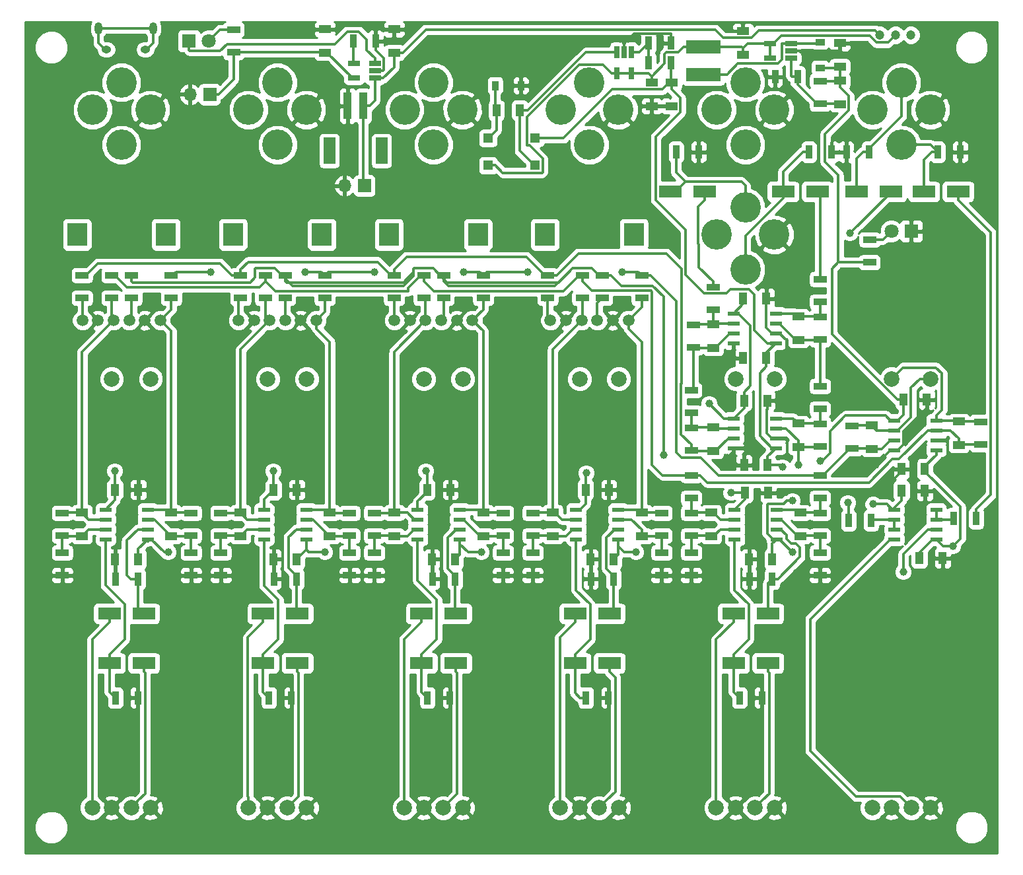
<source format=gbl>
G04 #@! TF.FileFunction,Copper,L2,Bot,Signal*
%FSLAX46Y46*%
G04 Gerber Fmt 4.6, Leading zero omitted, Abs format (unit mm)*
G04 Created by KiCad (PCBNEW 4.0.6) date Fri Jul 14 20:21:39 2017*
%MOMM*%
%LPD*%
G01*
G04 APERTURE LIST*
%ADD10C,0.100000*%
%ADD11R,1.600000X1.000000*%
%ADD12C,3.900000*%
%ADD13R,0.900000X1.700000*%
%ADD14R,1.560000X0.650000*%
%ADD15R,3.000000X1.600000*%
%ADD16R,1.550000X0.600000*%
%ADD17R,1.000000X1.600000*%
%ADD18R,1.700000X0.900000*%
%ADD19R,2.600000X3.000000*%
%ADD20C,1.500000*%
%ADD21R,0.650000X1.560000*%
%ADD22R,1.800000X1.800000*%
%ADD23C,1.800000*%
%ADD24R,1.200000X0.900000*%
%ADD25R,0.900000X1.200000*%
%ADD26R,4.500000X1.750000*%
%ADD27R,1.700000X1.700000*%
%ADD28O,1.700000X1.700000*%
%ADD29R,1.300000X1.200000*%
%ADD30O,1.250000X0.950000*%
%ADD31O,1.000000X1.550000*%
%ADD32R,1.000000X3.500000*%
%ADD33R,1.500000X3.400000*%
%ADD34C,2.000000*%
%ADD35C,1.200000*%
%ADD36C,1.000000*%
%ADD37C,0.300000*%
%ADD38C,0.200000*%
%ADD39C,0.254000*%
G04 APERTURE END LIST*
D10*
D11*
X106664000Y-92938000D03*
X106664000Y-89938000D03*
D12*
X103300000Y-116000000D03*
X107000000Y-112500000D03*
X107000000Y-120500000D03*
X110700000Y-116000000D03*
D13*
X94546000Y-91438000D03*
X97446000Y-91438000D03*
D14*
X59500000Y-94044000D03*
X59500000Y-94994000D03*
X59500000Y-95944000D03*
X56800000Y-95944000D03*
X56800000Y-94044000D03*
D15*
X105480000Y-164590000D03*
X109880000Y-164590000D03*
D16*
X131462000Y-139825000D03*
X131462000Y-141095000D03*
X131462000Y-142365000D03*
X131462000Y-143635000D03*
X126062000Y-143635000D03*
X126062000Y-142365000D03*
X126062000Y-141095000D03*
X126062000Y-139825000D03*
D11*
X102854000Y-130530000D03*
X102854000Y-127530000D03*
D16*
X30370000Y-151255000D03*
X30370000Y-152525000D03*
X30370000Y-153795000D03*
X30370000Y-155065000D03*
X24970000Y-155065000D03*
X24970000Y-153795000D03*
X24970000Y-152525000D03*
X24970000Y-151255000D03*
D11*
X113776000Y-143230000D03*
X113776000Y-140230000D03*
X102854000Y-143738000D03*
X102854000Y-140738000D03*
D17*
X109815000Y-145540000D03*
X106815000Y-145540000D03*
X106815000Y-137285000D03*
X109815000Y-137285000D03*
D11*
X113776000Y-129514000D03*
X113776000Y-126514000D03*
X134350000Y-139976000D03*
X134350000Y-142976000D03*
X123174000Y-143484000D03*
X123174000Y-140484000D03*
D17*
X130008000Y-146048000D03*
X127008000Y-146048000D03*
X127262000Y-137158000D03*
X130262000Y-137158000D03*
X129294000Y-157478000D03*
X132294000Y-157478000D03*
X127008000Y-148842000D03*
X130008000Y-148842000D03*
D11*
X33385000Y-151660000D03*
X33385000Y-154660000D03*
X21955000Y-151660000D03*
X21955000Y-154660000D03*
X53705000Y-151660000D03*
X53705000Y-154660000D03*
X42275000Y-151660000D03*
X42275000Y-154660000D03*
D17*
X29170000Y-157605000D03*
X26170000Y-157605000D03*
X49490000Y-157605000D03*
X46490000Y-157605000D03*
X26170000Y-148715000D03*
X29170000Y-148715000D03*
X46490000Y-148715000D03*
X49490000Y-148715000D03*
D15*
X65475000Y-164590000D03*
X69875000Y-164590000D03*
X69875000Y-170940000D03*
X65475000Y-170940000D03*
D17*
X69810000Y-157605000D03*
X66810000Y-157605000D03*
X66175000Y-148715000D03*
X69175000Y-148715000D03*
D11*
X93710000Y-151660000D03*
X93710000Y-154660000D03*
X82280000Y-151660000D03*
X82280000Y-154660000D03*
D17*
X90130000Y-157605000D03*
X87130000Y-157605000D03*
X86495000Y-148715000D03*
X89495000Y-148715000D03*
D11*
X114030000Y-151660000D03*
X114030000Y-154660000D03*
X102600000Y-151660000D03*
X102600000Y-154660000D03*
D17*
X110450000Y-157605000D03*
X107450000Y-157605000D03*
X106942000Y-149096000D03*
X109942000Y-149096000D03*
D18*
X116570000Y-140280000D03*
X116570000Y-143180000D03*
X100060000Y-140788000D03*
X100060000Y-143688000D03*
X116570000Y-135454000D03*
X116570000Y-138354000D03*
X100060000Y-135962000D03*
X100060000Y-138862000D03*
X116570000Y-126564000D03*
X116570000Y-129464000D03*
X100314000Y-127580000D03*
X100314000Y-130480000D03*
X116570000Y-121738000D03*
X116570000Y-124638000D03*
X102854000Y-122754000D03*
X102854000Y-125654000D03*
X137144000Y-140026000D03*
X137144000Y-142926000D03*
X120634000Y-140534000D03*
X120634000Y-143434000D03*
D13*
X118020000Y-105408000D03*
X115120000Y-105408000D03*
X101002000Y-105408000D03*
X98102000Y-105408000D03*
X136562000Y-152398000D03*
X133662000Y-152398000D03*
X120200000Y-152652000D03*
X123100000Y-152652000D03*
X134530000Y-105408000D03*
X131630000Y-105408000D03*
X119946000Y-105408000D03*
X122846000Y-105408000D03*
D18*
X35925000Y-156790000D03*
X35925000Y-159690000D03*
X19415000Y-156790000D03*
X19415000Y-159690000D03*
X56245000Y-156790000D03*
X56245000Y-159690000D03*
X39735000Y-156790000D03*
X39735000Y-159690000D03*
D13*
X26220000Y-160145000D03*
X29120000Y-160145000D03*
X29120000Y-175385000D03*
X26220000Y-175385000D03*
X46540000Y-160145000D03*
X49440000Y-160145000D03*
X48805000Y-175385000D03*
X45905000Y-175385000D03*
D18*
X35925000Y-151710000D03*
X35925000Y-154610000D03*
X19415000Y-151710000D03*
X19415000Y-154610000D03*
X56245000Y-151710000D03*
X56245000Y-154610000D03*
X39735000Y-151710000D03*
X39735000Y-154610000D03*
X75930000Y-156790000D03*
X75930000Y-159690000D03*
X59420000Y-156790000D03*
X59420000Y-159690000D03*
D13*
X66860000Y-160145000D03*
X69760000Y-160145000D03*
X69125000Y-175385000D03*
X66225000Y-175385000D03*
D18*
X75930000Y-151710000D03*
X75930000Y-154610000D03*
X59420000Y-151710000D03*
X59420000Y-154610000D03*
X21955000Y-124130000D03*
X21955000Y-121230000D03*
X33385000Y-124130000D03*
X33385000Y-121230000D03*
X28305000Y-124130000D03*
X28305000Y-121230000D03*
X25765000Y-124130000D03*
X25765000Y-121230000D03*
X42275000Y-124130000D03*
X42275000Y-121230000D03*
X53070000Y-124130000D03*
X53070000Y-121230000D03*
X47990000Y-124130000D03*
X47990000Y-121230000D03*
X45450000Y-124130000D03*
X45450000Y-121230000D03*
X61960000Y-124130000D03*
X61960000Y-121230000D03*
X73390000Y-124130000D03*
X73390000Y-121230000D03*
X68310000Y-124130000D03*
X68310000Y-121230000D03*
X65770000Y-124130000D03*
X65770000Y-121230000D03*
X81645000Y-124130000D03*
X81645000Y-121230000D03*
X93710000Y-124130000D03*
X93710000Y-121230000D03*
X88630000Y-124130000D03*
X88630000Y-121230000D03*
X86090000Y-124130000D03*
X86090000Y-121230000D03*
X116570000Y-149784000D03*
X116570000Y-146884000D03*
X100060000Y-149784000D03*
X100060000Y-146884000D03*
X96250000Y-156790000D03*
X96250000Y-159690000D03*
X79740000Y-156790000D03*
X79740000Y-159690000D03*
D13*
X87180000Y-160145000D03*
X90080000Y-160145000D03*
X89445000Y-175385000D03*
X86545000Y-175385000D03*
D18*
X96250000Y-151710000D03*
X96250000Y-154610000D03*
X79740000Y-151710000D03*
X79740000Y-154610000D03*
X116570000Y-156790000D03*
X116570000Y-159690000D03*
X100060000Y-156790000D03*
X100060000Y-159690000D03*
D13*
X107500000Y-160145000D03*
X110400000Y-160145000D03*
X109130000Y-175385000D03*
X106230000Y-175385000D03*
D18*
X116570000Y-151710000D03*
X116570000Y-154610000D03*
X100060000Y-151710000D03*
X100060000Y-154610000D03*
D16*
X110888000Y-139571000D03*
X110888000Y-140841000D03*
X110888000Y-142111000D03*
X110888000Y-143381000D03*
X105488000Y-143381000D03*
X105488000Y-142111000D03*
X105488000Y-140841000D03*
X105488000Y-139571000D03*
X110888000Y-126109000D03*
X110888000Y-127379000D03*
X110888000Y-128649000D03*
X110888000Y-129919000D03*
X105488000Y-129919000D03*
X105488000Y-128649000D03*
X105488000Y-127379000D03*
X105488000Y-126109000D03*
X131462000Y-151255000D03*
X131462000Y-152525000D03*
X131462000Y-153795000D03*
X131462000Y-155065000D03*
X126062000Y-155065000D03*
X126062000Y-153795000D03*
X126062000Y-152525000D03*
X126062000Y-151255000D03*
X50690000Y-151255000D03*
X50690000Y-152525000D03*
X50690000Y-153795000D03*
X50690000Y-155065000D03*
X45290000Y-155065000D03*
X45290000Y-153795000D03*
X45290000Y-152525000D03*
X45290000Y-151255000D03*
X70375000Y-151255000D03*
X70375000Y-152525000D03*
X70375000Y-153795000D03*
X70375000Y-155065000D03*
X64975000Y-155065000D03*
X64975000Y-153795000D03*
X64975000Y-152525000D03*
X64975000Y-151255000D03*
X90695000Y-151255000D03*
X90695000Y-152525000D03*
X90695000Y-153795000D03*
X90695000Y-155065000D03*
X85295000Y-155065000D03*
X85295000Y-153795000D03*
X85295000Y-152525000D03*
X85295000Y-151255000D03*
X111015000Y-151255000D03*
X111015000Y-152525000D03*
X111015000Y-153795000D03*
X111015000Y-155065000D03*
X105615000Y-155065000D03*
X105615000Y-153795000D03*
X105615000Y-152525000D03*
X105615000Y-151255000D03*
D15*
X116230000Y-110488000D03*
X111830000Y-110488000D03*
X101752000Y-110488000D03*
X97352000Y-110488000D03*
X134264000Y-110488000D03*
X129864000Y-110488000D03*
X125628000Y-110488000D03*
X121228000Y-110488000D03*
X25470000Y-164590000D03*
X29870000Y-164590000D03*
X29870000Y-170940000D03*
X25470000Y-170940000D03*
X45155000Y-164590000D03*
X49555000Y-164590000D03*
X49555000Y-170940000D03*
X45155000Y-170940000D03*
D11*
X73390000Y-151660000D03*
X73390000Y-154660000D03*
X61960000Y-151660000D03*
X61960000Y-154660000D03*
D15*
X85160000Y-164590000D03*
X89560000Y-164590000D03*
X89560000Y-170940000D03*
X85160000Y-170940000D03*
X109880000Y-170940000D03*
X105480000Y-170940000D03*
D17*
X109688000Y-131824000D03*
X106688000Y-131824000D03*
X106688000Y-124204000D03*
X109688000Y-124204000D03*
D11*
X94980000Y-96542000D03*
X94980000Y-99542000D03*
X119110000Y-96288000D03*
X119110000Y-99288000D03*
X119110000Y-94462000D03*
X119110000Y-91462000D03*
X97520000Y-96542000D03*
X97520000Y-99542000D03*
D17*
X75065000Y-100074000D03*
X78065000Y-100074000D03*
D18*
X41386000Y-89734000D03*
X41386000Y-92634000D03*
D13*
X56700000Y-91184000D03*
X59600000Y-91184000D03*
D18*
X116570000Y-96338000D03*
X116570000Y-99238000D03*
D13*
X113702000Y-95756000D03*
X110802000Y-95756000D03*
X97446000Y-93978000D03*
X94546000Y-93978000D03*
D12*
X123300000Y-100000000D03*
X127000000Y-96500000D03*
X127000000Y-104500000D03*
X130700000Y-100000000D03*
X23300000Y-100000000D03*
X27000000Y-96500000D03*
X27000000Y-104500000D03*
X30700000Y-100000000D03*
X43300000Y-100000000D03*
X47000000Y-96500000D03*
X47000000Y-104500000D03*
X50700000Y-100000000D03*
X63300000Y-100000000D03*
X67000000Y-96500000D03*
X67000000Y-104500000D03*
X70700000Y-100000000D03*
X83300000Y-100000000D03*
X87000000Y-96500000D03*
X87000000Y-104500000D03*
X90700000Y-100000000D03*
X103300000Y-100000000D03*
X107000000Y-96500000D03*
X107000000Y-104500000D03*
X110700000Y-100000000D03*
D19*
X52700000Y-116000000D03*
D20*
X42000000Y-127000000D03*
X44000000Y-127000000D03*
X46000000Y-127000000D03*
X48000000Y-127000000D03*
X50000000Y-127000000D03*
X52000000Y-127000000D03*
D19*
X41300000Y-116000000D03*
X32700000Y-116000000D03*
D20*
X22000000Y-127000000D03*
X24000000Y-127000000D03*
X26000000Y-127000000D03*
X28000000Y-127000000D03*
X30000000Y-127000000D03*
X32000000Y-127000000D03*
D19*
X21300000Y-116000000D03*
X72700000Y-116000000D03*
D20*
X62000000Y-127000000D03*
X64000000Y-127000000D03*
X66000000Y-127000000D03*
X68000000Y-127000000D03*
X70000000Y-127000000D03*
X72000000Y-127000000D03*
D19*
X61300000Y-116000000D03*
X92700000Y-116000000D03*
D20*
X82000000Y-127000000D03*
X84000000Y-127000000D03*
X86000000Y-127000000D03*
X88000000Y-127000000D03*
X90000000Y-127000000D03*
X92000000Y-127000000D03*
D19*
X81300000Y-116000000D03*
D14*
X112840000Y-91504000D03*
X112840000Y-92454000D03*
X112840000Y-93404000D03*
X110140000Y-93404000D03*
X110140000Y-91504000D03*
D21*
X90474000Y-92628000D03*
X91424000Y-92628000D03*
X92374000Y-92628000D03*
X92374000Y-95328000D03*
X90474000Y-95328000D03*
D11*
X53070000Y-92684000D03*
X53070000Y-89684000D03*
X61960000Y-92684000D03*
X61960000Y-89684000D03*
D22*
X35671000Y-91184000D03*
D23*
X38211000Y-91184000D03*
D24*
X116570000Y-94612000D03*
X116570000Y-91312000D03*
D25*
X78215000Y-96899000D03*
X74915000Y-96899000D03*
D26*
X101584000Y-91974000D03*
X101584000Y-95474000D03*
D27*
X38320000Y-98034000D03*
D28*
X35780000Y-98034000D03*
D27*
X58150000Y-109726000D03*
D28*
X55610000Y-109726000D03*
D29*
X80001880Y-107140220D03*
X80001880Y-103640220D03*
X74001880Y-103640220D03*
X74001880Y-107140220D03*
D22*
X128254000Y-115568000D03*
D23*
X125714000Y-115568000D03*
D18*
X122920000Y-119558000D03*
X122920000Y-116658000D03*
D30*
X30043000Y-92280000D03*
X25043000Y-92280000D03*
D31*
X31043000Y-89580000D03*
X24043000Y-89580000D03*
D32*
X58007000Y-99510400D03*
X56007000Y-99510400D03*
D33*
X60357000Y-105260400D03*
X53657000Y-105260400D03*
D34*
X125750000Y-189500000D03*
X123250000Y-189500000D03*
X125750000Y-134500000D03*
X128250000Y-189500000D03*
X130750000Y-189500000D03*
X130750000Y-134500000D03*
X85750000Y-189500000D03*
X83250000Y-189500000D03*
X85750000Y-134500000D03*
X88250000Y-189500000D03*
X90750000Y-189500000D03*
X90750000Y-134500000D03*
X105750000Y-189500000D03*
X103250000Y-189500000D03*
X105750000Y-134500000D03*
X108250000Y-189500000D03*
X110750000Y-189500000D03*
X110750000Y-134500000D03*
X65750000Y-189500000D03*
X63250000Y-189500000D03*
X65750000Y-134500000D03*
X68250000Y-189500000D03*
X70750000Y-189500000D03*
X70750000Y-134500000D03*
X45750000Y-189500000D03*
X43250000Y-189500000D03*
X45750000Y-134500000D03*
X48250000Y-189500000D03*
X50750000Y-189500000D03*
X50750000Y-134500000D03*
X25750000Y-189500000D03*
X23250000Y-189500000D03*
X25750000Y-134500000D03*
X28250000Y-189500000D03*
X30750000Y-189500000D03*
X30750000Y-134500000D03*
D35*
X128222000Y-90422000D03*
X126222000Y-90422000D03*
X124222000Y-90422000D03*
D36*
X120126000Y-103122000D03*
X102346000Y-134618000D03*
X123682000Y-145540000D03*
X124514000Y-148842000D03*
X104632000Y-144590000D03*
X120380000Y-115822000D03*
X120126000Y-150366000D03*
X113776000Y-145540000D03*
X96504000Y-144270000D03*
X91170000Y-120775000D03*
X79105000Y-120775000D03*
X70850000Y-120775000D03*
X59420000Y-120775000D03*
X50530000Y-120775000D03*
X38465000Y-120775000D03*
X127238000Y-159256000D03*
X113014000Y-150112000D03*
X111744000Y-145794000D03*
X113014000Y-156716000D03*
X133588000Y-155954000D03*
X73136000Y-156716000D03*
X33004000Y-156716000D03*
X92948000Y-156716000D03*
X53070000Y-156716000D03*
X116570000Y-145032000D03*
X102346000Y-137666000D03*
X123354655Y-150565822D03*
X105140000Y-149096000D03*
X86598000Y-146556000D03*
X66024000Y-146302000D03*
X46466000Y-146302000D03*
X26146000Y-146302000D03*
D37*
X116570000Y-140280000D02*
X116570000Y-138354000D01*
X113776000Y-140230000D02*
X116520000Y-140230000D01*
X116520000Y-140230000D02*
X116570000Y-140280000D01*
X110888000Y-139571000D02*
X113117000Y-139571000D01*
X113117000Y-139571000D02*
X113776000Y-140230000D01*
X105488000Y-140841000D02*
X102957000Y-140841000D01*
X102957000Y-140841000D02*
X102854000Y-140738000D01*
X100060000Y-140788000D02*
X100060000Y-138862000D01*
X102854000Y-140738000D02*
X100110000Y-140738000D01*
X100110000Y-140738000D02*
X100060000Y-140788000D01*
X103154000Y-140738000D02*
X102854000Y-140738000D01*
X119156000Y-103122000D02*
X120126000Y-103122000D01*
X118020000Y-105408000D02*
X118020000Y-104258000D01*
X118020000Y-104258000D02*
X119156000Y-103122000D01*
X112840000Y-92454000D02*
X118918000Y-92454000D01*
X118918000Y-92454000D02*
X119110000Y-92262000D01*
X119110000Y-92262000D02*
X119110000Y-91462000D01*
X118020000Y-105408000D02*
X119946000Y-105408000D01*
X110888000Y-128649000D02*
X110413000Y-128649000D01*
X110413000Y-128649000D02*
X109688000Y-127924000D01*
X109688000Y-127924000D02*
X109688000Y-125304000D01*
X109688000Y-125304000D02*
X109688000Y-124204000D01*
X110888000Y-142111000D02*
X110413000Y-142111000D01*
X110413000Y-142111000D02*
X109762999Y-141460999D01*
X109762999Y-141460999D02*
X109762999Y-138437001D01*
X109762999Y-138437001D02*
X109815000Y-138385000D01*
X109815000Y-138385000D02*
X109815000Y-137285000D01*
X112252000Y-129538000D02*
X112252000Y-131062000D01*
X110888000Y-128649000D02*
X111363000Y-128649000D01*
X111363000Y-128649000D02*
X112252000Y-129538000D01*
X97446000Y-91438000D02*
X97446000Y-90288000D01*
X97446000Y-90288000D02*
X97395999Y-90237999D01*
X97395999Y-90237999D02*
X92734001Y-90237999D01*
X92734001Y-90237999D02*
X91424000Y-91548000D01*
X91424000Y-91548000D02*
X91424000Y-92628000D01*
X91424000Y-90930000D02*
X91424000Y-91438000D01*
X91424000Y-92628000D02*
X91424000Y-90930000D01*
X119110000Y-91754000D02*
X119110000Y-91462000D01*
X59500000Y-94994000D02*
X60580000Y-94994000D01*
X60580000Y-94994000D02*
X60630001Y-94943999D01*
X60630001Y-94943999D02*
X60630001Y-93364001D01*
X60630001Y-93364001D02*
X59600000Y-92334000D01*
X59600000Y-92334000D02*
X59600000Y-91184000D01*
D38*
X53304000Y-89700000D02*
X53070000Y-89934000D01*
D37*
X105140000Y-131824000D02*
X102346000Y-134618000D01*
X106688000Y-131824000D02*
X105140000Y-131824000D01*
X125587000Y-143635000D02*
X123682000Y-145540000D01*
X126062000Y-143635000D02*
X125587000Y-143635000D01*
X130262000Y-137158000D02*
X130262000Y-138258000D01*
X130262000Y-138258000D02*
X127287001Y-141232999D01*
X126537000Y-143635000D02*
X126062000Y-143635000D01*
X127287001Y-141232999D02*
X127287001Y-142884999D01*
X127287001Y-142884999D02*
X126537000Y-143635000D01*
X127008000Y-146048000D02*
X127008000Y-146348000D01*
X127008000Y-146348000D02*
X124514000Y-148842000D01*
X105488000Y-143381000D02*
X105488000Y-143734000D01*
X105488000Y-143734000D02*
X104632000Y-144590000D01*
X106815000Y-145540000D02*
X105582000Y-145540000D01*
X105582000Y-145540000D02*
X104632000Y-144590000D01*
X106815000Y-145540000D02*
X106015000Y-145540000D01*
X106015000Y-145540000D02*
X105761000Y-145286000D01*
X105488000Y-143381000D02*
X105488000Y-143981000D01*
X105488000Y-143981000D02*
X104632000Y-144837000D01*
X28940000Y-175205000D02*
X29120000Y-175385000D01*
X132318000Y-157502000D02*
X132294000Y-157478000D01*
D38*
X78515000Y-96899000D02*
X77815000Y-96899000D01*
D37*
X116570000Y-129464000D02*
X116570000Y-135454000D01*
X113776000Y-129514000D02*
X116520000Y-129514000D01*
X116520000Y-129514000D02*
X116570000Y-129464000D01*
X110888000Y-127379000D02*
X111363000Y-127379000D01*
X111363000Y-127379000D02*
X113498000Y-129514000D01*
X113498000Y-129514000D02*
X113776000Y-129514000D01*
X116970000Y-135454000D02*
X116570000Y-135454000D01*
X116570000Y-126564000D02*
X116570000Y-124638000D01*
X113776000Y-126514000D02*
X116520000Y-126514000D01*
X116520000Y-126514000D02*
X116570000Y-126564000D01*
X110888000Y-126109000D02*
X113371000Y-126109000D01*
X113371000Y-126109000D02*
X113776000Y-126514000D01*
X100314000Y-130480000D02*
X100314000Y-135708000D01*
X100314000Y-135708000D02*
X100060000Y-135962000D01*
X102854000Y-130530000D02*
X100364000Y-130530000D01*
X100364000Y-130530000D02*
X100314000Y-130480000D01*
X105488000Y-128649000D02*
X105013000Y-128649000D01*
X105013000Y-128649000D02*
X103132000Y-130530000D01*
X103132000Y-130530000D02*
X102854000Y-130530000D01*
X98102000Y-105408000D02*
X98102000Y-108037998D01*
X98102000Y-108037998D02*
X99302001Y-109237999D01*
X98102000Y-105408000D02*
X98102000Y-105008000D01*
X107000000Y-109742284D02*
X107000000Y-112500000D01*
X107000000Y-109742284D02*
X106495715Y-109237999D01*
X106495715Y-109237999D02*
X99302001Y-109237999D01*
X99302001Y-109237999D02*
X98052000Y-110488000D01*
X98052000Y-110488000D02*
X97352000Y-110488000D01*
X116570000Y-121738000D02*
X116570000Y-110828000D01*
X116570000Y-110828000D02*
X116230000Y-110488000D01*
X102854000Y-122754000D02*
X102854000Y-122004000D01*
X102854000Y-122004000D02*
X101034001Y-120184001D01*
X101034001Y-120184001D02*
X101034001Y-117286003D01*
X101034001Y-117286003D02*
X100899999Y-117152001D01*
X100899999Y-117152001D02*
X100899999Y-112440001D01*
X100899999Y-112440001D02*
X101752000Y-111588000D01*
X101752000Y-111588000D02*
X101752000Y-110488000D01*
X134264000Y-110488000D02*
X134264000Y-111588000D01*
X134264000Y-111588000D02*
X138444001Y-115768001D01*
X138444001Y-115768001D02*
X138444001Y-149365999D01*
X138444001Y-149365999D02*
X136562000Y-151248000D01*
X136562000Y-151248000D02*
X136562000Y-152398000D01*
X129864000Y-110488000D02*
X129864000Y-106424000D01*
X129864000Y-106424000D02*
X130880000Y-105408000D01*
X130880000Y-105408000D02*
X131630000Y-105408000D01*
X127000000Y-104500000D02*
X130722000Y-104500000D01*
X130722000Y-104500000D02*
X131630000Y-105408000D01*
X120380000Y-115822000D02*
X125714000Y-110574000D01*
X125714000Y-110574000D02*
X125628000Y-110488000D01*
X120200000Y-152652000D02*
X120200000Y-150440000D01*
X120200000Y-150440000D02*
X120126000Y-150366000D01*
X125460000Y-110656000D02*
X125628000Y-110488000D01*
X121228000Y-110488000D02*
X121228000Y-106276000D01*
X121228000Y-106276000D02*
X122096000Y-105408000D01*
X122096000Y-105408000D02*
X122846000Y-105408000D01*
X127000000Y-96500000D02*
X127000000Y-100854000D01*
X127000000Y-100854000D02*
X122846000Y-105008000D01*
X122846000Y-105008000D02*
X122846000Y-105408000D01*
X45155000Y-164590000D02*
X45155000Y-165690000D01*
X45155000Y-165690000D02*
X43204999Y-167640001D01*
X43204999Y-167640001D02*
X43204999Y-188040786D01*
X43204999Y-188040786D02*
X43250000Y-188085787D01*
X43250000Y-188085787D02*
X43250000Y-189500000D01*
X49440000Y-160145000D02*
X49440000Y-164475000D01*
X49440000Y-164475000D02*
X49555000Y-164590000D01*
X50690000Y-153795000D02*
X49415000Y-153795000D01*
X49415000Y-153795000D02*
X48439999Y-154770001D01*
X48439999Y-154770001D02*
X48439999Y-158744999D01*
X48439999Y-158744999D02*
X49440000Y-159745000D01*
X49440000Y-159745000D02*
X49440000Y-160145000D01*
X49555000Y-170940000D02*
X49555000Y-172040000D01*
X49555000Y-172040000D02*
X49705001Y-172190001D01*
X49705001Y-172190001D02*
X49705001Y-188044999D01*
X49705001Y-188044999D02*
X49249999Y-188500001D01*
X49249999Y-188500001D02*
X48250000Y-189500000D01*
X45155000Y-170940000D02*
X45155000Y-169840000D01*
X45155000Y-169840000D02*
X47105001Y-167889999D01*
X47105001Y-167889999D02*
X47105001Y-162820003D01*
X47105001Y-162820003D02*
X45290000Y-161005002D01*
X45290000Y-155665000D02*
X45290000Y-155065000D01*
X45290000Y-161005002D02*
X45290000Y-155665000D01*
X45155000Y-170940000D02*
X45155000Y-174635000D01*
X45155000Y-174635000D02*
X45905000Y-175385000D01*
X45855000Y-170940000D02*
X45155000Y-170940000D01*
X35925000Y-154610000D02*
X35925000Y-156790000D01*
X35925000Y-154610000D02*
X36325000Y-154610000D01*
X36325000Y-156790000D02*
X35925000Y-156790000D01*
X33385000Y-154660000D02*
X35875000Y-154660000D01*
X35875000Y-154660000D02*
X35925000Y-154610000D01*
X33385000Y-154660000D02*
X31250000Y-152525000D01*
X31250000Y-152525000D02*
X30370000Y-152525000D01*
X19415000Y-154610000D02*
X19415000Y-156790000D01*
X19415000Y-154610000D02*
X19015000Y-154610000D01*
X19815000Y-156790000D02*
X19415000Y-156790000D01*
X21955000Y-154660000D02*
X19465000Y-154660000D01*
X19465000Y-154660000D02*
X19415000Y-154610000D01*
X21955000Y-154660000D02*
X22820000Y-153795000D01*
X22820000Y-153795000D02*
X24970000Y-153795000D01*
X56245000Y-154610000D02*
X56245000Y-156790000D01*
X53705000Y-154660000D02*
X56195000Y-154660000D01*
X56195000Y-154660000D02*
X56245000Y-154610000D01*
X50690000Y-152525000D02*
X51570000Y-152525000D01*
X51570000Y-152525000D02*
X53705000Y-154660000D01*
X39735000Y-154610000D02*
X39735000Y-156790000D01*
X39735000Y-154610000D02*
X42225000Y-154610000D01*
X42225000Y-154610000D02*
X42275000Y-154660000D01*
X42275000Y-154660000D02*
X43140000Y-153795000D01*
X43140000Y-153795000D02*
X45290000Y-153795000D01*
X65475000Y-164590000D02*
X65475000Y-165690000D01*
X65475000Y-165690000D02*
X63250000Y-167915000D01*
X63250000Y-167915000D02*
X63250000Y-188085787D01*
X63250000Y-188085787D02*
X63250000Y-189500000D01*
X69875000Y-170940000D02*
X69875000Y-172040000D01*
X69875000Y-172040000D02*
X70025001Y-172190001D01*
X70025001Y-172190001D02*
X70025001Y-187724999D01*
X70025001Y-187724999D02*
X69249999Y-188500001D01*
X69249999Y-188500001D02*
X68250000Y-189500000D01*
X83250000Y-189500000D02*
X83250000Y-188085787D01*
X85160000Y-165690000D02*
X85160000Y-164590000D01*
X83250000Y-188085787D02*
X83209999Y-188045786D01*
X83209999Y-188045786D02*
X83209999Y-167640001D01*
X83209999Y-167640001D02*
X85160000Y-165690000D01*
X90080000Y-160145000D02*
X90080000Y-164070000D01*
X90080000Y-164070000D02*
X89560000Y-164590000D01*
X90695000Y-153795000D02*
X90220000Y-153795000D01*
X90220000Y-153795000D02*
X89179999Y-154835001D01*
X89179999Y-154835001D02*
X89179999Y-158844999D01*
X89179999Y-158844999D02*
X90080000Y-159745000D01*
X90080000Y-159745000D02*
X90080000Y-160145000D01*
X89560000Y-170940000D02*
X89560000Y-172040000D01*
X90345001Y-172825001D02*
X90345001Y-187404999D01*
X89560000Y-172040000D02*
X90345001Y-172825001D01*
X90345001Y-187404999D02*
X89249999Y-188500001D01*
X89249999Y-188500001D02*
X88250000Y-189500000D01*
X85295000Y-155065000D02*
X85295000Y-161614998D01*
X85295000Y-161614998D02*
X87110001Y-163429999D01*
X87110001Y-163429999D02*
X87110001Y-167889999D01*
X87110001Y-167889999D02*
X85160000Y-169840000D01*
X85160000Y-169840000D02*
X85160000Y-170940000D01*
X85160000Y-170940000D02*
X85160000Y-174750000D01*
X85160000Y-174750000D02*
X85795000Y-175385000D01*
X85795000Y-175385000D02*
X86545000Y-175385000D01*
X85770000Y-155065000D02*
X85295000Y-155065000D01*
X32000000Y-127000000D02*
X33385000Y-125615000D01*
X33385000Y-125615000D02*
X33385000Y-124130000D01*
X32000000Y-127000000D02*
X33385000Y-128385000D01*
X33385000Y-128385000D02*
X33385000Y-151660000D01*
X32115000Y-127115000D02*
X32000000Y-127000000D01*
X33385000Y-151660000D02*
X35875000Y-151660000D01*
X35875000Y-151660000D02*
X35925000Y-151710000D01*
X30370000Y-151255000D02*
X32980000Y-151255000D01*
X32980000Y-151255000D02*
X33385000Y-151660000D01*
X26000000Y-127000000D02*
X21955000Y-131045000D01*
X21955000Y-131045000D02*
X21955000Y-151660000D01*
X25765000Y-124130000D02*
X25765000Y-126765000D01*
X25765000Y-126765000D02*
X26000000Y-127000000D01*
X21955000Y-151660000D02*
X19465000Y-151660000D01*
X19465000Y-151660000D02*
X19415000Y-151710000D01*
X24970000Y-152525000D02*
X22820000Y-152525000D01*
X22820000Y-152525000D02*
X21955000Y-151660000D01*
X73390000Y-151660000D02*
X73390000Y-128390000D01*
X73390000Y-128390000D02*
X72000000Y-127000000D01*
X73390000Y-151660000D02*
X75880000Y-151660000D01*
X75880000Y-151660000D02*
X75930000Y-151710000D01*
X70375000Y-151255000D02*
X72985000Y-151255000D01*
X72985000Y-151255000D02*
X73390000Y-151660000D01*
X73390000Y-124130000D02*
X73390000Y-125610000D01*
X73390000Y-125610000D02*
X72000000Y-127000000D01*
X66000000Y-127000000D02*
X61960000Y-131040000D01*
X61960000Y-131040000D02*
X61960000Y-151660000D01*
X59420000Y-151710000D02*
X61910000Y-151710000D01*
X61910000Y-151710000D02*
X61960000Y-151660000D01*
X61960000Y-151660000D02*
X63635000Y-151660000D01*
X63635000Y-151660000D02*
X64500000Y-152525000D01*
X64500000Y-152525000D02*
X64975000Y-152525000D01*
X66000000Y-127000000D02*
X66000000Y-124360000D01*
X66000000Y-124360000D02*
X65770000Y-124130000D01*
X53070000Y-124130000D02*
X53070000Y-125930000D01*
X53070000Y-125930000D02*
X52000000Y-127000000D01*
X52000000Y-127000000D02*
X52000000Y-128060660D01*
X52000000Y-128060660D02*
X53705000Y-129765660D01*
X53705000Y-129765660D02*
X53705000Y-150860000D01*
X53705000Y-150860000D02*
X53705000Y-151660000D01*
X52435000Y-126565000D02*
X52000000Y-127000000D01*
X50690000Y-151255000D02*
X53300000Y-151255000D01*
X53300000Y-151255000D02*
X53705000Y-151660000D01*
X56245000Y-151710000D02*
X53755000Y-151710000D01*
X53755000Y-151710000D02*
X53705000Y-151660000D01*
X46000000Y-127000000D02*
X42275000Y-130725000D01*
X42275000Y-130725000D02*
X42275000Y-151660000D01*
X45450000Y-124130000D02*
X45450000Y-126450000D01*
X46000000Y-127000000D02*
X46000000Y-127040000D01*
X41975000Y-151660000D02*
X42275000Y-151660000D01*
X42275000Y-151660000D02*
X43140000Y-152525000D01*
X43140000Y-152525000D02*
X45290000Y-152525000D01*
X39735000Y-151710000D02*
X42225000Y-151710000D01*
X42225000Y-151710000D02*
X42275000Y-151660000D01*
X45450000Y-126450000D02*
X46000000Y-127000000D01*
X92000000Y-127000000D02*
X92000000Y-128060660D01*
X92000000Y-128060660D02*
X93710000Y-129770660D01*
X93710000Y-150860000D02*
X93710000Y-151660000D01*
X93710000Y-129770660D02*
X93710000Y-150860000D01*
X93710000Y-151660000D02*
X96200000Y-151660000D01*
X96200000Y-151660000D02*
X96250000Y-151710000D01*
X90695000Y-151255000D02*
X93305000Y-151255000D01*
X93305000Y-151255000D02*
X93710000Y-151660000D01*
X92000000Y-127000000D02*
X93710000Y-125290000D01*
X93710000Y-125290000D02*
X93710000Y-124130000D01*
X86000000Y-127000000D02*
X82280000Y-130720000D01*
X82280000Y-130720000D02*
X82280000Y-151660000D01*
X85295000Y-152525000D02*
X83445000Y-152525000D01*
X83445000Y-152525000D02*
X82580000Y-151660000D01*
X82580000Y-151660000D02*
X82280000Y-151660000D01*
X82280000Y-151660000D02*
X79790000Y-151660000D01*
X79790000Y-151660000D02*
X79740000Y-151710000D01*
X86090000Y-124130000D02*
X86090000Y-126910000D01*
X86090000Y-126910000D02*
X86000000Y-127000000D01*
X116570000Y-151710000D02*
X116570000Y-149784000D01*
X114030000Y-151660000D02*
X116520000Y-151660000D01*
X116520000Y-151660000D02*
X116570000Y-151710000D01*
X111015000Y-151255000D02*
X113625000Y-151255000D01*
X113625000Y-151255000D02*
X114030000Y-151660000D01*
X100060000Y-151710000D02*
X100060000Y-149784000D01*
X99660000Y-151710000D02*
X100060000Y-151710000D01*
X102600000Y-151660000D02*
X100110000Y-151660000D01*
X100110000Y-151660000D02*
X100060000Y-151710000D01*
X105615000Y-152525000D02*
X103765000Y-152525000D01*
X103765000Y-152525000D02*
X102900000Y-151660000D01*
X102900000Y-151660000D02*
X102600000Y-151660000D01*
X113776000Y-145540000D02*
X113776000Y-143230000D01*
X96504000Y-143090544D02*
X96504000Y-144270000D01*
X96504000Y-123965456D02*
X96504000Y-143090544D01*
X88630000Y-121230000D02*
X89780000Y-121230000D01*
X95126535Y-122587991D02*
X96504000Y-123965456D01*
X89780000Y-121230000D02*
X91137990Y-122587990D01*
X91137990Y-122587990D02*
X95126535Y-122587991D01*
X88630000Y-121230000D02*
X88230000Y-121230000D01*
X88230000Y-121230000D02*
X87329999Y-120329999D01*
X87329999Y-120329999D02*
X84879999Y-120329999D01*
X84879999Y-120329999D02*
X83079997Y-122130001D01*
X83079997Y-122130001D02*
X68780003Y-122130001D01*
X68780003Y-122130001D02*
X66980001Y-120329999D01*
X66980001Y-120329999D02*
X64559999Y-120329999D01*
X64559999Y-120329999D02*
X64469999Y-120419999D01*
X64469999Y-120419999D02*
X64469999Y-121281459D01*
X64469999Y-121281459D02*
X63179989Y-122571469D01*
X63179989Y-122571469D02*
X48901471Y-122571469D01*
X48901471Y-122571469D02*
X46660001Y-120329999D01*
X46660001Y-120329999D02*
X44239999Y-120329999D01*
X44239999Y-120329999D02*
X44149999Y-120419999D01*
X113776000Y-143230000D02*
X116520000Y-143230000D01*
X116520000Y-143230000D02*
X116570000Y-143180000D01*
X110888000Y-140841000D02*
X112187000Y-140841000D01*
X112187000Y-140841000D02*
X113776000Y-142430000D01*
X113776000Y-142430000D02*
X113776000Y-143230000D01*
X68310000Y-121230000D02*
X68310000Y-121980000D01*
X68310000Y-121980000D02*
X68959989Y-122629989D01*
X68959989Y-122629989D02*
X82580009Y-122629989D01*
X82580009Y-122629989D02*
X84879999Y-120329999D01*
X47990000Y-121230000D02*
X47990000Y-121980000D01*
X47990000Y-121980000D02*
X48140001Y-122130001D01*
X48140001Y-122130001D02*
X63144999Y-122130001D01*
X63144999Y-122130001D02*
X64469999Y-120805001D01*
X64469999Y-120805001D02*
X64469999Y-120419999D01*
X64559999Y-120329999D02*
X67009999Y-120329999D01*
X67009999Y-120329999D02*
X67910000Y-121230000D01*
X67910000Y-121230000D02*
X68310000Y-121230000D01*
X47990000Y-121230000D02*
X48390000Y-121230000D01*
X28305000Y-121230000D02*
X28305000Y-121980000D01*
X28305000Y-121980000D02*
X28455001Y-122130001D01*
X28455001Y-122130001D02*
X43485001Y-122130001D01*
X43485001Y-122130001D02*
X44149999Y-121465003D01*
X44149999Y-121465003D02*
X44149999Y-120419999D01*
X44239999Y-120329999D02*
X46689999Y-120329999D01*
X46689999Y-120329999D02*
X47590000Y-121230000D01*
X47590000Y-121230000D02*
X47990000Y-121230000D01*
X28305000Y-121230000D02*
X28705000Y-121230000D01*
X81645000Y-121230000D02*
X82795000Y-121230000D01*
X96828001Y-118427999D02*
X98820001Y-120419999D01*
X100060000Y-142938000D02*
X100060000Y-143688000D01*
X82795000Y-121230000D02*
X85597001Y-118427999D01*
X85597001Y-118427999D02*
X96828001Y-118427999D01*
X98820001Y-120419999D02*
X98820001Y-135091997D01*
X98759999Y-135151999D02*
X98759999Y-141637999D01*
X98820001Y-135091997D02*
X98759999Y-135151999D01*
X98759999Y-141637999D02*
X100060000Y-142938000D01*
X105488000Y-142111000D02*
X104781000Y-142111000D01*
X104781000Y-142111000D02*
X103154000Y-143738000D01*
X103154000Y-143738000D02*
X102854000Y-143738000D01*
X102854000Y-143738000D02*
X100110000Y-143738000D01*
X100110000Y-143738000D02*
X100060000Y-143688000D01*
X63570000Y-118870000D02*
X78885000Y-118870000D01*
X78885000Y-118870000D02*
X81245000Y-121230000D01*
X81245000Y-121230000D02*
X81645000Y-121230000D01*
X61960000Y-121230000D02*
X61960000Y-120480000D01*
X61960000Y-120480000D02*
X63570000Y-118870000D01*
X43250000Y-119505000D02*
X59835000Y-119505000D01*
X59835000Y-119505000D02*
X61560000Y-121230000D01*
X61560000Y-121230000D02*
X61960000Y-121230000D01*
X42275000Y-121230000D02*
X42275000Y-120480000D01*
X42275000Y-120480000D02*
X43250000Y-119505000D01*
X22470000Y-121230000D02*
X24005001Y-119694999D01*
X24005001Y-119694999D02*
X39589999Y-119694999D01*
X39589999Y-119694999D02*
X41125000Y-121230000D01*
X41125000Y-121230000D02*
X42275000Y-121230000D01*
X95010001Y-145509999D02*
X96384002Y-146884000D01*
X96384002Y-146884000D02*
X100060000Y-146884000D01*
X87298000Y-123188000D02*
X94878002Y-123188000D01*
X94878002Y-123188000D02*
X95010001Y-123319999D01*
X95010001Y-123319999D02*
X95010001Y-145509999D01*
X86090000Y-121230000D02*
X86090000Y-121980000D01*
X86090000Y-121980000D02*
X87298000Y-123188000D01*
X131462000Y-141095000D02*
X130387000Y-141095000D01*
X130387000Y-141095000D02*
X126684001Y-144797999D01*
X126684001Y-144797999D02*
X125830003Y-144797999D01*
X125830003Y-144797999D02*
X122844001Y-147784001D01*
X122844001Y-147784001D02*
X102110001Y-147784001D01*
X102110001Y-147784001D02*
X101210000Y-146884000D01*
X101210000Y-146884000D02*
X100060000Y-146884000D01*
X100060000Y-146884000D02*
X99660000Y-146884000D01*
X86490000Y-121230000D02*
X86090000Y-121230000D01*
X134350000Y-142976000D02*
X134350000Y-142176000D01*
X134350000Y-142176000D02*
X133269000Y-141095000D01*
X133269000Y-141095000D02*
X132537000Y-141095000D01*
X132537000Y-141095000D02*
X131462000Y-141095000D01*
X137144000Y-142926000D02*
X134400000Y-142926000D01*
X134400000Y-142926000D02*
X134350000Y-142976000D01*
X65770000Y-121230000D02*
X65770000Y-121980000D01*
X65770000Y-121980000D02*
X67019999Y-123229999D01*
X67019999Y-123229999D02*
X83690001Y-123229999D01*
X85690000Y-121230000D02*
X86090000Y-121230000D01*
X83690001Y-123229999D02*
X85690000Y-121230000D01*
X63779999Y-123229999D02*
X63779999Y-122820001D01*
X63779999Y-122820001D02*
X65370000Y-121230000D01*
X65370000Y-121230000D02*
X65770000Y-121230000D01*
X45450000Y-121980000D02*
X46699999Y-123229999D01*
X46699999Y-123229999D02*
X63779999Y-123229999D01*
X25765000Y-121230000D02*
X26165000Y-121230000D01*
X26165000Y-121230000D02*
X27665011Y-122730011D01*
X45450000Y-121980000D02*
X45450000Y-121230000D01*
X27665011Y-122730011D02*
X44699989Y-122730011D01*
X44699989Y-122730011D02*
X45450000Y-121980000D01*
X65770000Y-121230000D02*
X66170000Y-121230000D01*
X65770000Y-121230000D02*
X65590000Y-121230000D01*
X93710000Y-121230000D02*
X94860000Y-121230000D01*
X94860000Y-121230000D02*
X98159989Y-124529989D01*
X101270001Y-144588001D02*
X103566000Y-146884000D01*
X98159989Y-124529989D02*
X98159989Y-143897991D01*
X98159989Y-143897991D02*
X98849999Y-144588001D01*
X115420000Y-146884000D02*
X116570000Y-146884000D01*
X98849999Y-144588001D02*
X101270001Y-144588001D01*
X103566000Y-146884000D02*
X115420000Y-146884000D01*
X116570000Y-146884000D02*
X116970000Y-146884000D01*
X116970000Y-146884000D02*
X120420000Y-143434000D01*
X120420000Y-143434000D02*
X120634000Y-143434000D01*
X123174000Y-143484000D02*
X124468000Y-143484000D01*
X124468000Y-143484000D02*
X125587000Y-142365000D01*
X125587000Y-142365000D02*
X126062000Y-142365000D01*
X120634000Y-143434000D02*
X123124000Y-143434000D01*
X123124000Y-143434000D02*
X123174000Y-143484000D01*
X73390000Y-121230000D02*
X73845000Y-120775000D01*
X93255000Y-120775000D02*
X93710000Y-121230000D01*
X91170000Y-120775000D02*
X93255000Y-120775000D01*
X73845000Y-120775000D02*
X79105000Y-120775000D01*
X53070000Y-121230000D02*
X53525000Y-120775000D01*
X72935000Y-120775000D02*
X73390000Y-121230000D01*
X70850000Y-120775000D02*
X72935000Y-120775000D01*
X53525000Y-120775000D02*
X59420000Y-120775000D01*
X33385000Y-121230000D02*
X34020000Y-120775000D01*
X52615000Y-120775000D02*
X53070000Y-121230000D01*
X50530000Y-120775000D02*
X52615000Y-120775000D01*
X34020000Y-120775000D02*
X38465000Y-120775000D01*
X73390000Y-121230000D02*
X73390000Y-121410000D01*
X22000000Y-127000000D02*
X22000000Y-124175000D01*
X22000000Y-124175000D02*
X21955000Y-124130000D01*
X28305000Y-124130000D02*
X28305000Y-126695000D01*
X28305000Y-126695000D02*
X28000000Y-127000000D01*
X42000000Y-127000000D02*
X42000000Y-124405000D01*
X42000000Y-124405000D02*
X42275000Y-124130000D01*
X47990000Y-124130000D02*
X47990000Y-126990000D01*
X47990000Y-126990000D02*
X48000000Y-127000000D01*
X61960000Y-124130000D02*
X61960000Y-126960000D01*
X61960000Y-126960000D02*
X62000000Y-127000000D01*
X68310000Y-124130000D02*
X68310000Y-126690000D01*
X68310000Y-126690000D02*
X68000000Y-127000000D01*
X81645000Y-124130000D02*
X81645000Y-126645000D01*
X81645000Y-126645000D02*
X82000000Y-127000000D01*
X81290000Y-124485000D02*
X81645000Y-124130000D01*
X88000000Y-127000000D02*
X88000000Y-124760000D01*
X88000000Y-124760000D02*
X88630000Y-124130000D01*
X102854000Y-127530000D02*
X102854000Y-125654000D01*
X102854000Y-127530000D02*
X100364000Y-127530000D01*
X100364000Y-127530000D02*
X100314000Y-127580000D01*
X105488000Y-127379000D02*
X103005000Y-127379000D01*
X103005000Y-127379000D02*
X102854000Y-127530000D01*
X125750000Y-134500000D02*
X127200001Y-133049999D01*
X131462000Y-139225000D02*
X131462000Y-139825000D01*
X132200001Y-138486999D02*
X131462000Y-139225000D01*
X132200001Y-133803999D02*
X132200001Y-138486999D01*
X131446001Y-133049999D02*
X132200001Y-133803999D01*
X127200001Y-133049999D02*
X131446001Y-133049999D01*
X130987000Y-139825000D02*
X131462000Y-139825000D01*
X134350000Y-139976000D02*
X137094000Y-139976000D01*
X137094000Y-139976000D02*
X137144000Y-140026000D01*
X131462000Y-139825000D02*
X134199000Y-139825000D01*
X134199000Y-139825000D02*
X134350000Y-139976000D01*
X130750000Y-134500000D02*
X129335787Y-134500000D01*
X129335787Y-134500000D02*
X128212001Y-135623786D01*
X128212001Y-135623786D02*
X128212001Y-139419999D01*
X128212001Y-139419999D02*
X126537000Y-141095000D01*
X126537000Y-141095000D02*
X126062000Y-141095000D01*
X123174000Y-140484000D02*
X120684000Y-140484000D01*
X120684000Y-140484000D02*
X120634000Y-140534000D01*
X126062000Y-141095000D02*
X123785000Y-141095000D01*
X123785000Y-141095000D02*
X123174000Y-140484000D01*
X111830000Y-110488000D02*
X111830000Y-107948000D01*
X111830000Y-107948000D02*
X114370000Y-105408000D01*
X114370000Y-105408000D02*
X115120000Y-105408000D01*
X111830000Y-110488000D02*
X111830000Y-111317998D01*
X111830000Y-111317998D02*
X107000000Y-116147998D01*
X107000000Y-117742284D02*
X107000000Y-120500000D01*
X107000000Y-116147998D02*
X107000000Y-117742284D01*
X25470000Y-164590000D02*
X25470000Y-165690000D01*
X25470000Y-165690000D02*
X23250000Y-167910000D01*
X23250000Y-167910000D02*
X23250000Y-188085787D01*
X23250000Y-188085787D02*
X23250000Y-189500000D01*
X29120000Y-160145000D02*
X29120000Y-163840000D01*
X29120000Y-163840000D02*
X29870000Y-164590000D01*
X30370000Y-153795000D02*
X29095000Y-153795000D01*
X29095000Y-153795000D02*
X27670000Y-155220000D01*
X28170000Y-160145000D02*
X29120000Y-160145000D01*
X27670000Y-155220000D02*
X27670000Y-159645000D01*
X27670000Y-159645000D02*
X28170000Y-160145000D01*
X29870000Y-170940000D02*
X29870000Y-172040000D01*
X29870000Y-172040000D02*
X30020001Y-172190001D01*
X30020001Y-187729999D02*
X29249999Y-188500001D01*
X30020001Y-172190001D02*
X30020001Y-187729999D01*
X29249999Y-188500001D02*
X28250000Y-189500000D01*
X29870000Y-170940000D02*
X29170000Y-170940000D01*
X24970000Y-155065000D02*
X24970000Y-160979998D01*
X24970000Y-160979998D02*
X27420001Y-163429999D01*
X27420001Y-163429999D02*
X27420001Y-167889999D01*
X27420001Y-167889999D02*
X25470000Y-169840000D01*
X25470000Y-169840000D02*
X25470000Y-170940000D01*
X25470000Y-170940000D02*
X25470000Y-174635000D01*
X25470000Y-174635000D02*
X26220000Y-175385000D01*
X70375000Y-153795000D02*
X69900000Y-153795000D01*
X69760000Y-159745000D02*
X69760000Y-160145000D01*
X69900000Y-153795000D02*
X68859999Y-154835001D01*
X68859999Y-154835001D02*
X68859999Y-158844999D01*
X68859999Y-158844999D02*
X69760000Y-159745000D01*
X69760000Y-160145000D02*
X69760000Y-164475000D01*
X69760000Y-164475000D02*
X69875000Y-164590000D01*
X65475000Y-170940000D02*
X65475000Y-169840000D01*
X65475000Y-169840000D02*
X67425001Y-167889999D01*
X67425001Y-167889999D02*
X67425001Y-162820003D01*
X67425001Y-162820003D02*
X64975000Y-160370002D01*
X64975000Y-160370002D02*
X64975000Y-155665000D01*
X64975000Y-155665000D02*
X64975000Y-155065000D01*
X65475000Y-170940000D02*
X65475000Y-174635000D01*
X65475000Y-174635000D02*
X66225000Y-175385000D01*
X65450000Y-155065000D02*
X64975000Y-155065000D01*
X75930000Y-156790000D02*
X75930000Y-154610000D01*
X73390000Y-154660000D02*
X75880000Y-154660000D01*
X75880000Y-154660000D02*
X75930000Y-154610000D01*
X70375000Y-152525000D02*
X70850000Y-152525000D01*
X70850000Y-152525000D02*
X72985000Y-154660000D01*
X72985000Y-154660000D02*
X73390000Y-154660000D01*
X59420000Y-156790000D02*
X59420000Y-154610000D01*
X59420000Y-154610000D02*
X61910000Y-154610000D01*
X61910000Y-154610000D02*
X61960000Y-154660000D01*
X61960000Y-154660000D02*
X63635000Y-154660000D01*
X63635000Y-154660000D02*
X64500000Y-153795000D01*
X64500000Y-153795000D02*
X64975000Y-153795000D01*
X96250000Y-154610000D02*
X96250000Y-156790000D01*
X93710000Y-154660000D02*
X96200000Y-154660000D01*
X96200000Y-154660000D02*
X96250000Y-154610000D01*
X93710000Y-154660000D02*
X93710000Y-153860000D01*
X92375000Y-152525000D02*
X91770000Y-152525000D01*
X93710000Y-153860000D02*
X92375000Y-152525000D01*
X91770000Y-152525000D02*
X90695000Y-152525000D01*
X82280000Y-154660000D02*
X83955000Y-154660000D01*
X83955000Y-154660000D02*
X84820000Y-153795000D01*
X84820000Y-153795000D02*
X85295000Y-153795000D01*
X79740000Y-154610000D02*
X79740000Y-156790000D01*
X79740000Y-154610000D02*
X82230000Y-154610000D01*
X82230000Y-154610000D02*
X82280000Y-154660000D01*
X105480000Y-164590000D02*
X105480000Y-165690000D01*
X105480000Y-165690000D02*
X103250000Y-167920000D01*
X103250000Y-167920000D02*
X103250000Y-188085787D01*
X103250000Y-188085787D02*
X103250000Y-189500000D01*
X110400000Y-160145000D02*
X111150000Y-160145000D01*
X113432001Y-155610001D02*
X112869999Y-155610001D01*
X111150000Y-160145000D02*
X113964001Y-157330999D01*
X113964001Y-157330999D02*
X113964001Y-156142001D01*
X113964001Y-156142001D02*
X113432001Y-155610001D01*
X112869999Y-155610001D02*
X112240001Y-154980003D01*
X112240001Y-154980003D02*
X112240001Y-154545001D01*
X112240001Y-154545001D02*
X111490000Y-153795000D01*
X111490000Y-153795000D02*
X111015000Y-153795000D01*
X111015000Y-153795000D02*
X110540000Y-153795000D01*
X110400000Y-159745000D02*
X110400000Y-160145000D01*
X109880000Y-164590000D02*
X109880000Y-160665000D01*
X109880000Y-160665000D02*
X110400000Y-160145000D01*
X109880000Y-170940000D02*
X109880000Y-172040000D01*
X109880000Y-172040000D02*
X110030001Y-172190001D01*
X110030001Y-172190001D02*
X110030001Y-187719999D01*
X110030001Y-187719999D02*
X109249999Y-188500001D01*
X109249999Y-188500001D02*
X108250000Y-189500000D01*
X105480000Y-170940000D02*
X105480000Y-174635000D01*
X105480000Y-174635000D02*
X106230000Y-175385000D01*
X105615000Y-155065000D02*
X105615000Y-161614998D01*
X105615000Y-161614998D02*
X107430001Y-163429999D01*
X107430001Y-163429999D02*
X107430001Y-167889999D01*
X107430001Y-167889999D02*
X105480000Y-169840000D01*
X105480000Y-169840000D02*
X105480000Y-170940000D01*
X105615000Y-155065000D02*
X106090000Y-155065000D01*
X116570000Y-156790000D02*
X116570000Y-154610000D01*
X111015000Y-152525000D02*
X111595000Y-152525000D01*
X111595000Y-152525000D02*
X113730000Y-154660000D01*
X113730000Y-154660000D02*
X114030000Y-154660000D01*
X116570000Y-154610000D02*
X114080000Y-154610000D01*
X114080000Y-154610000D02*
X114030000Y-154660000D01*
X100060000Y-156790000D02*
X100060000Y-154610000D01*
X100060000Y-154610000D02*
X102550000Y-154610000D01*
X102550000Y-154610000D02*
X102600000Y-154660000D01*
X105615000Y-153795000D02*
X103765000Y-153795000D01*
X103765000Y-153795000D02*
X102900000Y-154660000D01*
X102900000Y-154660000D02*
X102600000Y-154660000D01*
X131462000Y-151255000D02*
X131462000Y-152525000D01*
X131462000Y-152525000D02*
X133535000Y-152525000D01*
X133535000Y-152525000D02*
X133662000Y-152398000D01*
X126062000Y-152525000D02*
X123227000Y-152525000D01*
X123227000Y-152525000D02*
X123100000Y-152652000D01*
X126062000Y-152525000D02*
X126062000Y-153795000D01*
X128250000Y-189500000D02*
X126799999Y-188049999D01*
X126799999Y-188049999D02*
X121203997Y-188049999D01*
X121203997Y-188049999D02*
X115319999Y-182166001D01*
X115319999Y-182166001D02*
X115319999Y-165332001D01*
X115319999Y-165332001D02*
X125587000Y-155065000D01*
X125587000Y-155065000D02*
X126062000Y-155065000D01*
X123250000Y-189500000D02*
X123603998Y-189500000D01*
X127238000Y-156944000D02*
X127238000Y-159256000D01*
X131462000Y-153795000D02*
X130387000Y-153795000D01*
X130387000Y-153795000D02*
X127238000Y-156944000D01*
X131462000Y-153795000D02*
X130846998Y-153795000D01*
X129294000Y-157478000D02*
X129294000Y-156758000D01*
X129294000Y-156758000D02*
X130987000Y-155065000D01*
X130987000Y-155065000D02*
X131462000Y-155065000D01*
X110888000Y-129919000D02*
X109813000Y-129919000D01*
X109813000Y-129919000D02*
X108138011Y-128244011D01*
X101723999Y-123554001D02*
X99320011Y-121150013D01*
X98670001Y-100322001D02*
X98670001Y-98492001D01*
X108138011Y-128244011D02*
X108138011Y-123724009D01*
X108138011Y-123724009D02*
X107468001Y-123053999D01*
X105084001Y-123053999D02*
X104583999Y-123554001D01*
X107468001Y-123053999D02*
X105084001Y-123053999D01*
X104583999Y-123554001D02*
X101723999Y-123554001D01*
X98670001Y-98492001D02*
X97520000Y-97342000D01*
X99320011Y-121150013D02*
X99320011Y-115386013D01*
X97520000Y-97342000D02*
X97520000Y-96542000D01*
X99320011Y-115386013D02*
X95501999Y-111568001D01*
X95501999Y-111568001D02*
X95501999Y-103490003D01*
X95501999Y-103490003D02*
X98670001Y-100322001D01*
X80001880Y-103640220D02*
X83655778Y-103640220D01*
X97220000Y-96542000D02*
X97520000Y-96542000D01*
X83655778Y-103640220D02*
X89903997Y-97392001D01*
X89903997Y-97392001D02*
X96369999Y-97392001D01*
X96369999Y-97392001D02*
X97220000Y-96542000D01*
X97446000Y-93978000D02*
X97446000Y-96468000D01*
X97446000Y-96468000D02*
X97520000Y-96542000D01*
X97700000Y-96362000D02*
X97520000Y-96542000D01*
X97446000Y-93978000D02*
X97446000Y-93578000D01*
X80001880Y-103640220D02*
X80051880Y-103640220D01*
X113014000Y-150112000D02*
X112306894Y-150112000D01*
X112306894Y-150112000D02*
X111913895Y-150504999D01*
X111913895Y-150504999D02*
X109879999Y-150504999D01*
X110540000Y-155065000D02*
X111015000Y-155065000D01*
X109879999Y-150504999D02*
X109789999Y-150594999D01*
X109789999Y-150594999D02*
X109789999Y-154314999D01*
X109789999Y-154314999D02*
X110540000Y-155065000D01*
X109815000Y-145540000D02*
X111490000Y-145540000D01*
X111490000Y-145540000D02*
X111744000Y-145794000D01*
X111363000Y-155065000D02*
X113014000Y-156716000D01*
X111015000Y-155065000D02*
X111363000Y-155065000D01*
X109688000Y-131824000D02*
X109688000Y-132924000D01*
X109688000Y-132924000D02*
X108864999Y-133747001D01*
X108864999Y-133747001D02*
X108864999Y-141832999D01*
X108864999Y-141832999D02*
X110413000Y-143381000D01*
X110413000Y-143381000D02*
X110888000Y-143381000D01*
X130008000Y-146048000D02*
X130008000Y-146348000D01*
X130008000Y-146348000D02*
X134562001Y-150902001D01*
X134562001Y-150902001D02*
X134562001Y-154979999D01*
X134562001Y-154979999D02*
X134087999Y-155454001D01*
X134087999Y-155454001D02*
X133588000Y-155954000D01*
X133588000Y-155954000D02*
X132351000Y-155954000D01*
X132351000Y-155954000D02*
X131462000Y-155065000D01*
X73136000Y-156716000D02*
X71426000Y-156716000D01*
X71426000Y-156716000D02*
X70375000Y-155665000D01*
X70375000Y-155665000D02*
X70375000Y-155065000D01*
X30370000Y-155065000D02*
X30845000Y-155065000D01*
X30845000Y-155065000D02*
X32496000Y-156716000D01*
X32496000Y-156716000D02*
X33004000Y-156716000D01*
X90695000Y-155065000D02*
X90695000Y-155954000D01*
X90695000Y-155954000D02*
X90695000Y-157040000D01*
X92948000Y-156716000D02*
X91457000Y-156716000D01*
X91457000Y-156716000D02*
X90695000Y-155954000D01*
X70375000Y-155065000D02*
X70375000Y-155954000D01*
X70375000Y-155954000D02*
X70375000Y-157040000D01*
X53070000Y-156716000D02*
X51001000Y-156716000D01*
X51001000Y-156716000D02*
X50690000Y-156405000D01*
X30370000Y-155065000D02*
X30370000Y-155352000D01*
X130008000Y-146048000D02*
X130008000Y-145748000D01*
X130008000Y-145748000D02*
X131462000Y-144294000D01*
X131462000Y-144294000D02*
X131462000Y-144235000D01*
X131462000Y-144235000D02*
X131462000Y-143635000D01*
X109688000Y-131824000D02*
X109688000Y-131119000D01*
X109688000Y-131119000D02*
X110888000Y-129919000D01*
X109815000Y-145540000D02*
X109815000Y-144454000D01*
X109815000Y-144454000D02*
X110888000Y-143381000D01*
X90695000Y-157040000D02*
X90130000Y-157605000D01*
X110450000Y-157605000D02*
X110450000Y-155630000D01*
X110450000Y-155630000D02*
X111015000Y-155065000D01*
X70375000Y-157040000D02*
X69810000Y-157605000D01*
X50690000Y-155065000D02*
X50690000Y-156405000D01*
X50690000Y-156405000D02*
X49490000Y-157605000D01*
X29170000Y-157605000D02*
X29170000Y-156265000D01*
X29170000Y-156265000D02*
X30370000Y-155065000D01*
D38*
X97446000Y-94378000D02*
X97446000Y-93978000D01*
D37*
X118916001Y-119558000D02*
X118916001Y-108368001D01*
X120260001Y-98238001D02*
X119110000Y-97088000D01*
X118916001Y-108368001D02*
X117219999Y-106671999D01*
X117219999Y-106671999D02*
X117219999Y-103108003D01*
X117219999Y-103108003D02*
X120260001Y-100068001D01*
X120260001Y-100068001D02*
X120260001Y-98238001D01*
X119110000Y-97088000D02*
X119110000Y-96288000D01*
X119110000Y-96288000D02*
X119110000Y-94462000D01*
X118080001Y-128776001D02*
X118080001Y-120394000D01*
X122920000Y-119558000D02*
X118916001Y-119558000D01*
X118916001Y-119558000D02*
X118080001Y-120394000D01*
X127262000Y-137158000D02*
X126462000Y-137158000D01*
X126462000Y-137158000D02*
X118080001Y-128776001D01*
X119110000Y-96580000D02*
X119110000Y-96288000D01*
X122870000Y-119608000D02*
X122920000Y-119558000D01*
X116570000Y-94612000D02*
X118960000Y-94612000D01*
X118960000Y-94612000D02*
X119110000Y-94462000D01*
X116570000Y-96338000D02*
X119060000Y-96338000D01*
X119060000Y-96338000D02*
X119110000Y-96288000D01*
X118856000Y-94208000D02*
X119110000Y-94462000D01*
X126062000Y-139825000D02*
X125587000Y-139825000D01*
X124987000Y-139225000D02*
X119832998Y-139225000D01*
X125587000Y-139825000D02*
X124987000Y-139225000D01*
X117870001Y-141187997D02*
X117870001Y-143990001D01*
X119832998Y-139225000D02*
X117870001Y-141187997D01*
X117870001Y-143990001D02*
X116828002Y-145032000D01*
X116828002Y-145032000D02*
X116570000Y-145032000D01*
X126537000Y-151255000D02*
X126062000Y-151255000D01*
X105488000Y-139571000D02*
X104251000Y-139571000D01*
X104251000Y-139571000D02*
X102346000Y-137666000D01*
X123354655Y-150565822D02*
X125151822Y-150565822D01*
X125151822Y-150565822D02*
X125841000Y-151255000D01*
X125841000Y-151255000D02*
X126062000Y-151255000D01*
X106942000Y-149928000D02*
X105615000Y-151255000D01*
X105488000Y-126109000D02*
X106103002Y-126109000D01*
X106103002Y-126109000D02*
X107638001Y-127643999D01*
X107638001Y-127643999D02*
X107638001Y-135361999D01*
X107638001Y-135361999D02*
X106815000Y-136185000D01*
X106815000Y-136185000D02*
X106815000Y-137285000D01*
X105140000Y-149096000D02*
X106942000Y-149096000D01*
X86495000Y-148715000D02*
X86495000Y-146659000D01*
X86495000Y-146659000D02*
X86598000Y-146556000D01*
X66175000Y-148715000D02*
X66175000Y-146453000D01*
X66175000Y-146453000D02*
X66024000Y-146302000D01*
X46466000Y-146302000D02*
X46466000Y-148691000D01*
X46466000Y-148691000D02*
X46490000Y-148715000D01*
X26170000Y-148715000D02*
X26170000Y-146326000D01*
X26170000Y-146326000D02*
X26146000Y-146302000D01*
X106942000Y-149096000D02*
X106942000Y-149928000D01*
X127262000Y-137158000D02*
X127262000Y-139100000D01*
X127262000Y-139100000D02*
X126537000Y-139825000D01*
X126537000Y-139825000D02*
X126062000Y-139825000D01*
X127008000Y-148842000D02*
X127008000Y-150088000D01*
X127008000Y-150088000D02*
X126062000Y-151034000D01*
X126062000Y-151034000D02*
X126062000Y-151255000D01*
X106688000Y-124204000D02*
X106688000Y-124909000D01*
X106688000Y-124909000D02*
X105488000Y-126109000D01*
X106815000Y-137285000D02*
X106815000Y-138244000D01*
X106815000Y-138244000D02*
X105488000Y-139571000D01*
X105963000Y-126109000D02*
X105488000Y-126109000D01*
X106090000Y-151255000D02*
X105615000Y-151255000D01*
X86495000Y-148715000D02*
X86495000Y-150530000D01*
X86495000Y-150530000D02*
X85770000Y-151255000D01*
X85770000Y-151255000D02*
X85295000Y-151255000D01*
X66175000Y-148715000D02*
X66175000Y-149015000D01*
X66175000Y-149015000D02*
X64975000Y-150215000D01*
X64975000Y-150215000D02*
X64975000Y-151255000D01*
X45290000Y-151255000D02*
X45290000Y-149915000D01*
X45290000Y-149915000D02*
X46490000Y-148715000D01*
X26170000Y-148715000D02*
X26170000Y-150055000D01*
X26170000Y-150055000D02*
X24970000Y-151255000D01*
D38*
X118856000Y-96034000D02*
X119110000Y-96288000D01*
D37*
X75065000Y-100074000D02*
X75065000Y-102627100D01*
X75065000Y-102627100D02*
X74051880Y-103640220D01*
X74051880Y-103640220D02*
X74001880Y-103640220D01*
X74915000Y-96899000D02*
X74915000Y-99924000D01*
X74915000Y-99924000D02*
X75065000Y-100074000D01*
X74685000Y-96669000D02*
X74915000Y-96899000D01*
X74915000Y-96749000D02*
X74915000Y-96899000D01*
X75065000Y-100374000D02*
X75065000Y-100074000D01*
D38*
X75065000Y-99774000D02*
X75065000Y-100074000D01*
D37*
X41386000Y-92634000D02*
X41386000Y-96118000D01*
X41386000Y-96118000D02*
X39470000Y-98034000D01*
X39470000Y-98034000D02*
X38320000Y-98034000D01*
X41386000Y-92634000D02*
X53020000Y-92634000D01*
X53020000Y-92634000D02*
X53070000Y-92684000D01*
X53070000Y-92684000D02*
X53370000Y-92684000D01*
X53370000Y-92684000D02*
X56630000Y-95944000D01*
X56630000Y-95944000D02*
X56800000Y-95944000D01*
D38*
X41786000Y-92634000D02*
X41386000Y-92634000D01*
D37*
X113702000Y-95756000D02*
X113702000Y-96770000D01*
X113702000Y-96770000D02*
X116170000Y-99238000D01*
X116170000Y-99238000D02*
X116570000Y-99238000D01*
X112840000Y-93404000D02*
X112840000Y-95644000D01*
X112840000Y-95644000D02*
X112952000Y-95756000D01*
X112952000Y-95756000D02*
X113702000Y-95756000D01*
X112840000Y-93404000D02*
X112840000Y-93370000D01*
X116570000Y-99238000D02*
X119060000Y-99238000D01*
X119060000Y-99238000D02*
X119110000Y-99288000D01*
D38*
X116668000Y-99336000D02*
X116570000Y-99238000D01*
D37*
X78065000Y-100074000D02*
X79114878Y-100074000D01*
X79114878Y-100074000D02*
X86560878Y-92628000D01*
X86560878Y-92628000D02*
X89849000Y-92628000D01*
X89849000Y-92628000D02*
X90474000Y-92628000D01*
X78065000Y-100074000D02*
X78065000Y-105253340D01*
X78065000Y-105253340D02*
X79951880Y-107140220D01*
X79951880Y-107140220D02*
X80001880Y-107140220D01*
X80051880Y-107140220D02*
X80001880Y-107140220D01*
X78065000Y-100074000D02*
X78065000Y-99774000D01*
D38*
X77965000Y-99974000D02*
X78065000Y-100074000D01*
D37*
X35671000Y-91184000D02*
X35671000Y-92384000D01*
X39655997Y-92434001D02*
X40524998Y-91565000D01*
X40524998Y-91565000D02*
X54388998Y-91565000D01*
X35671000Y-92384000D02*
X35721001Y-92434001D01*
X35721001Y-92434001D02*
X39655997Y-92434001D01*
X59500000Y-93419000D02*
X59500000Y-94044000D01*
X54388998Y-91565000D02*
X55969999Y-89983999D01*
X55969999Y-89983999D02*
X57430001Y-89983999D01*
X58420000Y-92339000D02*
X59500000Y-93419000D01*
X57430001Y-89983999D02*
X58420000Y-90973998D01*
X58420000Y-90973998D02*
X58420000Y-92339000D01*
X41386000Y-89734000D02*
X39661000Y-89734000D01*
X39661000Y-89734000D02*
X38211000Y-91184000D01*
D38*
X41786000Y-89734000D02*
X41386000Y-89734000D01*
D37*
X101584000Y-95474000D02*
X104621998Y-95474000D01*
X104621998Y-95474000D02*
X106016997Y-94079001D01*
X106016997Y-94079001D02*
X111200001Y-94079001D01*
X111200001Y-94079001D02*
X111709999Y-93569003D01*
X111709999Y-93569003D02*
X111709999Y-91554001D01*
X111709999Y-91554001D02*
X111760000Y-91504000D01*
X111760000Y-91504000D02*
X112840000Y-91504000D01*
X112840000Y-91504000D02*
X116378000Y-91504000D01*
X116378000Y-91504000D02*
X116570000Y-91312000D01*
X101584000Y-95474000D02*
X102959000Y-95474000D01*
X102959000Y-95474000D02*
X103051001Y-95566001D01*
X112979999Y-91554001D02*
X113030000Y-91504000D01*
X113030000Y-91504000D02*
X112840000Y-91504000D01*
X116632000Y-91504000D02*
X116570000Y-91312000D01*
D38*
X100314000Y-95099000D02*
X100314000Y-94974000D01*
D37*
X24043000Y-89580000D02*
X24843000Y-89580000D01*
X24843000Y-89580000D02*
X31043000Y-89580000D01*
X31043000Y-89580000D02*
X31043000Y-91430000D01*
X30193000Y-92280000D02*
X30043000Y-92280000D01*
X31043000Y-91430000D02*
X30193000Y-92280000D01*
X24043000Y-89580000D02*
X24043000Y-91430000D01*
X24043000Y-91430000D02*
X24893000Y-92280000D01*
X24893000Y-92280000D02*
X25043000Y-92280000D01*
X56700000Y-91184000D02*
X56700000Y-93944000D01*
X56700000Y-93944000D02*
X56800000Y-94044000D01*
X94546000Y-93978000D02*
X94546000Y-91438000D01*
X92374000Y-92628000D02*
X93356000Y-92628000D01*
X93356000Y-92628000D02*
X94546000Y-91438000D01*
X92366000Y-92620000D02*
X92374000Y-92628000D01*
X94546000Y-93978000D02*
X94546000Y-94378000D01*
X106664000Y-92938000D02*
X106664000Y-92138000D01*
X109060000Y-91504000D02*
X110140000Y-91504000D01*
X106664000Y-92138000D02*
X107298000Y-91504000D01*
X107298000Y-91504000D02*
X109060000Y-91504000D01*
X101584000Y-91974000D02*
X106500000Y-91974000D01*
X106500000Y-91974000D02*
X106664000Y-92138000D01*
X74001880Y-107140220D02*
X74951880Y-107140220D01*
X79331883Y-104590221D02*
X79071879Y-104590221D01*
X85695999Y-94199999D02*
X88720999Y-94199999D01*
X74951880Y-107140220D02*
X75901881Y-108090221D01*
X75901881Y-108090221D02*
X80931881Y-108090221D01*
X80931881Y-108090221D02*
X81001881Y-108020221D01*
X81001881Y-108020221D02*
X81001881Y-106260219D01*
X81001881Y-106260219D02*
X79331883Y-104590221D01*
X79071879Y-104590221D02*
X79001879Y-104520221D01*
X79001879Y-104520221D02*
X79001879Y-100894119D01*
X79001879Y-100894119D02*
X85695999Y-94199999D01*
X88720999Y-94199999D02*
X89849000Y-95328000D01*
X89849000Y-95328000D02*
X90474000Y-95328000D01*
X110140000Y-91504000D02*
X110595000Y-91504000D01*
X111587001Y-90511999D02*
X122905997Y-90511999D01*
X125271999Y-91372001D02*
X125622001Y-91021999D01*
X110595000Y-91504000D02*
X111587001Y-90511999D01*
X122905997Y-90511999D02*
X123765999Y-91372001D01*
X125622001Y-91021999D02*
X126222000Y-90422000D01*
X123765999Y-91372001D02*
X125271999Y-91372001D01*
X110140000Y-91504000D02*
X110140000Y-93404000D01*
X109685000Y-91504000D02*
X110140000Y-91504000D01*
X94980000Y-96542000D02*
X94980000Y-95742000D01*
X94980000Y-95742000D02*
X96645999Y-94076001D01*
X96645999Y-92847999D02*
X96855997Y-92638001D01*
X96645999Y-94076001D02*
X96645999Y-92847999D01*
X96855997Y-92638001D02*
X98369999Y-92638001D01*
X98369999Y-92638001D02*
X99034000Y-91974000D01*
X99034000Y-91974000D02*
X101584000Y-91974000D01*
X94980000Y-96542000D02*
X95280000Y-96542000D01*
X100209000Y-91974000D02*
X101584000Y-91974000D01*
X92374000Y-95328000D02*
X94566000Y-95328000D01*
X94566000Y-95328000D02*
X94980000Y-95742000D01*
X92374000Y-94873000D02*
X92374000Y-95328000D01*
X101584000Y-91974000D02*
X100050000Y-91974000D01*
X100050000Y-91974000D02*
X99837999Y-91761999D01*
X94980000Y-96542000D02*
X95150000Y-96669000D01*
X90474000Y-95328000D02*
X90474000Y-95783000D01*
X90474000Y-95328000D02*
X92374000Y-95328000D01*
X74001880Y-107140220D02*
X74051880Y-107140220D01*
X122920000Y-116658000D02*
X124624000Y-116658000D01*
X124624000Y-116658000D02*
X125714000Y-115568000D01*
X124222000Y-90422000D02*
X123622001Y-89822001D01*
X123622001Y-89822001D02*
X108710001Y-89822001D01*
X108710001Y-89822001D02*
X107744001Y-90788001D01*
X107744001Y-90788001D02*
X104153003Y-90788001D01*
X104153003Y-90788001D02*
X103102991Y-89737989D01*
X103102991Y-89737989D02*
X66006011Y-89737989D01*
X66006011Y-89737989D02*
X63060000Y-92684000D01*
X63060000Y-92684000D02*
X61960000Y-92684000D01*
X58007000Y-99510400D02*
X58007000Y-109583000D01*
X58007000Y-109583000D02*
X58150000Y-109726000D01*
X59500000Y-95944000D02*
X60580000Y-95944000D01*
X60580000Y-95944000D02*
X61960000Y-94564000D01*
X61960000Y-93484000D02*
X61960000Y-92684000D01*
X61960000Y-94564000D02*
X61960000Y-93484000D01*
X58007000Y-99510400D02*
X58807000Y-99510400D01*
X58807000Y-99510400D02*
X59500000Y-98817400D01*
X59500000Y-98817400D02*
X59500000Y-96569000D01*
X59500000Y-96569000D02*
X59500000Y-95944000D01*
D39*
G36*
X22994397Y-88843030D02*
X22908000Y-89277376D01*
X22908000Y-89882624D01*
X22994397Y-90316970D01*
X23240434Y-90685190D01*
X23258000Y-90696927D01*
X23258000Y-91430000D01*
X23317755Y-91730407D01*
X23487921Y-91985079D01*
X23762384Y-92259542D01*
X23758315Y-92280000D01*
X23842809Y-92704779D01*
X24083426Y-93064889D01*
X24443536Y-93305506D01*
X24868315Y-93390000D01*
X25217685Y-93390000D01*
X25642464Y-93305506D01*
X26002574Y-93064889D01*
X26243191Y-92704779D01*
X26327685Y-92280000D01*
X26243191Y-91855221D01*
X26002574Y-91495111D01*
X25642464Y-91254494D01*
X25217685Y-91170000D01*
X24893158Y-91170000D01*
X24828000Y-91104842D01*
X24828000Y-90696927D01*
X24845566Y-90685190D01*
X25059510Y-90365000D01*
X30026490Y-90365000D01*
X30240434Y-90685190D01*
X30258000Y-90696927D01*
X30258000Y-91104843D01*
X30192843Y-91170000D01*
X29868315Y-91170000D01*
X29443536Y-91254494D01*
X29083426Y-91495111D01*
X28842809Y-91855221D01*
X28758315Y-92280000D01*
X28842809Y-92704779D01*
X29083426Y-93064889D01*
X29443536Y-93305506D01*
X29868315Y-93390000D01*
X30217685Y-93390000D01*
X30642464Y-93305506D01*
X31002574Y-93064889D01*
X31243191Y-92704779D01*
X31327685Y-92280000D01*
X31323616Y-92259542D01*
X31598076Y-91985081D01*
X31598079Y-91985079D01*
X31768245Y-91730406D01*
X31770333Y-91719910D01*
X31828001Y-91430000D01*
X31828000Y-91429995D01*
X31828000Y-90696927D01*
X31845566Y-90685190D01*
X32091603Y-90316970D01*
X32178000Y-89882624D01*
X32178000Y-89277376D01*
X32091603Y-88843030D01*
X31986011Y-88685000D01*
X40294215Y-88685000D01*
X40084559Y-88819910D01*
X39996356Y-88949000D01*
X39661000Y-88949000D01*
X39360594Y-89008755D01*
X39105921Y-89178921D01*
X38600981Y-89683861D01*
X38517670Y-89649267D01*
X37907009Y-89648735D01*
X37342629Y-89881932D01*
X37174387Y-90049880D01*
X37174162Y-90048683D01*
X37035090Y-89832559D01*
X36822890Y-89687569D01*
X36571000Y-89636560D01*
X34771000Y-89636560D01*
X34535683Y-89680838D01*
X34319559Y-89819910D01*
X34174569Y-90032110D01*
X34123560Y-90284000D01*
X34123560Y-92084000D01*
X34167838Y-92319317D01*
X34306910Y-92535441D01*
X34519110Y-92680431D01*
X34771000Y-92731440D01*
X34977181Y-92731440D01*
X35115921Y-92939079D01*
X35165922Y-92989080D01*
X35420594Y-93159246D01*
X35721001Y-93219001D01*
X39655997Y-93219001D01*
X39904655Y-93169539D01*
X39932838Y-93319317D01*
X40071910Y-93535441D01*
X40284110Y-93680431D01*
X40536000Y-93731440D01*
X40601000Y-93731440D01*
X40601000Y-95792842D01*
X39644737Y-96749105D01*
X39634090Y-96732559D01*
X39421890Y-96587569D01*
X39170000Y-96536560D01*
X37470000Y-96536560D01*
X37234683Y-96580838D01*
X37018559Y-96719910D01*
X36873569Y-96932110D01*
X36851699Y-97040107D01*
X36546924Y-96762355D01*
X36136890Y-96592524D01*
X35907000Y-96713845D01*
X35907000Y-97907000D01*
X35927000Y-97907000D01*
X35927000Y-98161000D01*
X35907000Y-98161000D01*
X35907000Y-99354155D01*
X36136890Y-99475476D01*
X36546924Y-99305645D01*
X36849937Y-99029499D01*
X36866838Y-99119317D01*
X37005910Y-99335441D01*
X37218110Y-99480431D01*
X37470000Y-99531440D01*
X39170000Y-99531440D01*
X39405317Y-99487162D01*
X39621441Y-99348090D01*
X39766431Y-99135890D01*
X39817440Y-98884000D01*
X39817440Y-98727819D01*
X40025079Y-98589079D01*
X41941079Y-96673079D01*
X42111245Y-96418407D01*
X42171000Y-96118000D01*
X42171000Y-93731440D01*
X42236000Y-93731440D01*
X42471317Y-93687162D01*
X42687441Y-93548090D01*
X42775644Y-93419000D01*
X51666778Y-93419000D01*
X51666838Y-93419317D01*
X51805910Y-93635441D01*
X52018110Y-93780431D01*
X52270000Y-93831440D01*
X53407282Y-93831440D01*
X55372560Y-95796718D01*
X55372560Y-96269000D01*
X55416838Y-96504317D01*
X55555910Y-96720441D01*
X55768110Y-96865431D01*
X56020000Y-96916440D01*
X57580000Y-96916440D01*
X57815317Y-96872162D01*
X58031441Y-96733090D01*
X58151233Y-96557768D01*
X58255910Y-96720441D01*
X58468110Y-96865431D01*
X58715000Y-96915427D01*
X58715000Y-97155081D01*
X58507000Y-97112960D01*
X57507000Y-97112960D01*
X57271683Y-97157238D01*
X57055559Y-97296310D01*
X57009031Y-97364406D01*
X56866698Y-97222073D01*
X56633309Y-97125400D01*
X56292750Y-97125400D01*
X56134000Y-97284150D01*
X56134000Y-99383400D01*
X56154000Y-99383400D01*
X56154000Y-99637400D01*
X56134000Y-99637400D01*
X56134000Y-101736650D01*
X56292750Y-101895400D01*
X56633309Y-101895400D01*
X56866698Y-101798727D01*
X57007936Y-101657490D01*
X57042910Y-101711841D01*
X57222000Y-101834208D01*
X57222000Y-108243237D01*
X57064683Y-108272838D01*
X56848559Y-108411910D01*
X56703569Y-108624110D01*
X56681699Y-108732107D01*
X56376924Y-108454355D01*
X55966890Y-108284524D01*
X55737000Y-108405845D01*
X55737000Y-109599000D01*
X55757000Y-109599000D01*
X55757000Y-109853000D01*
X55737000Y-109853000D01*
X55737000Y-111046155D01*
X55966890Y-111167476D01*
X56376924Y-110997645D01*
X56679937Y-110721499D01*
X56696838Y-110811317D01*
X56835910Y-111027441D01*
X57048110Y-111172431D01*
X57300000Y-111223440D01*
X59000000Y-111223440D01*
X59235317Y-111179162D01*
X59451441Y-111040090D01*
X59596431Y-110827890D01*
X59647440Y-110576000D01*
X59647440Y-108876000D01*
X59603162Y-108640683D01*
X59464090Y-108424559D01*
X59251890Y-108279569D01*
X59000000Y-108228560D01*
X58792000Y-108228560D01*
X58792000Y-103560400D01*
X58959560Y-103560400D01*
X58959560Y-106960400D01*
X59003838Y-107195717D01*
X59142910Y-107411841D01*
X59355110Y-107556831D01*
X59607000Y-107607840D01*
X61107000Y-107607840D01*
X61342317Y-107563562D01*
X61558441Y-107424490D01*
X61703431Y-107212290D01*
X61754440Y-106960400D01*
X61754440Y-105011932D01*
X64414552Y-105011932D01*
X64807266Y-105962372D01*
X65533803Y-106690178D01*
X66483556Y-107084550D01*
X67511932Y-107085448D01*
X68462372Y-106692734D01*
X69190178Y-105966197D01*
X69584550Y-105016444D01*
X69585448Y-103988068D01*
X69193805Y-103040220D01*
X72704440Y-103040220D01*
X72704440Y-104240220D01*
X72748718Y-104475537D01*
X72887790Y-104691661D01*
X73099990Y-104836651D01*
X73351880Y-104887660D01*
X74651880Y-104887660D01*
X74887197Y-104843382D01*
X75103321Y-104704310D01*
X75248311Y-104492110D01*
X75299320Y-104240220D01*
X75299320Y-103502938D01*
X75620079Y-103182179D01*
X75790245Y-102927507D01*
X75850000Y-102627100D01*
X75850000Y-101445192D01*
X76016441Y-101338090D01*
X76161431Y-101125890D01*
X76212440Y-100874000D01*
X76212440Y-99274000D01*
X76168162Y-99038683D01*
X76029090Y-98822559D01*
X75816890Y-98677569D01*
X75700000Y-98653898D01*
X75700000Y-98038018D01*
X75816441Y-97963090D01*
X75961431Y-97750890D01*
X76012440Y-97499000D01*
X76012440Y-97184750D01*
X77130000Y-97184750D01*
X77130000Y-97625310D01*
X77226673Y-97858699D01*
X77405302Y-98037327D01*
X77638691Y-98134000D01*
X77929250Y-98134000D01*
X78088000Y-97975250D01*
X78088000Y-97026000D01*
X78342000Y-97026000D01*
X78342000Y-97975250D01*
X78500750Y-98134000D01*
X78791309Y-98134000D01*
X79024698Y-98037327D01*
X79203327Y-97858699D01*
X79300000Y-97625310D01*
X79300000Y-97184750D01*
X79141250Y-97026000D01*
X78342000Y-97026000D01*
X78088000Y-97026000D01*
X77288750Y-97026000D01*
X77130000Y-97184750D01*
X76012440Y-97184750D01*
X76012440Y-96299000D01*
X75988674Y-96172690D01*
X77130000Y-96172690D01*
X77130000Y-96613250D01*
X77288750Y-96772000D01*
X78088000Y-96772000D01*
X78088000Y-95822750D01*
X78342000Y-95822750D01*
X78342000Y-96772000D01*
X79141250Y-96772000D01*
X79300000Y-96613250D01*
X79300000Y-96172690D01*
X79203327Y-95939301D01*
X79024698Y-95760673D01*
X78791309Y-95664000D01*
X78500750Y-95664000D01*
X78342000Y-95822750D01*
X78088000Y-95822750D01*
X77929250Y-95664000D01*
X77638691Y-95664000D01*
X77405302Y-95760673D01*
X77226673Y-95939301D01*
X77130000Y-96172690D01*
X75988674Y-96172690D01*
X75968162Y-96063683D01*
X75829090Y-95847559D01*
X75616890Y-95702569D01*
X75365000Y-95651560D01*
X74465000Y-95651560D01*
X74229683Y-95695838D01*
X74013559Y-95834910D01*
X73868569Y-96047110D01*
X73817560Y-96299000D01*
X73817560Y-97499000D01*
X73861838Y-97734317D01*
X74000910Y-97950441D01*
X74130000Y-98038644D01*
X74130000Y-98799331D01*
X74113559Y-98809910D01*
X73968569Y-99022110D01*
X73917560Y-99274000D01*
X73917560Y-100874000D01*
X73961838Y-101109317D01*
X74100910Y-101325441D01*
X74280000Y-101447808D01*
X74280000Y-102301942D01*
X74189162Y-102392780D01*
X73351880Y-102392780D01*
X73116563Y-102437058D01*
X72900439Y-102576130D01*
X72755449Y-102788330D01*
X72704440Y-103040220D01*
X69193805Y-103040220D01*
X69192734Y-103037628D01*
X68466197Y-102309822D01*
X67516444Y-101915450D01*
X66488068Y-101914552D01*
X65537628Y-102307266D01*
X64809822Y-103033803D01*
X64415450Y-103983556D01*
X64414552Y-105011932D01*
X61754440Y-105011932D01*
X61754440Y-103560400D01*
X61710162Y-103325083D01*
X61571090Y-103108959D01*
X61358890Y-102963969D01*
X61107000Y-102912960D01*
X59607000Y-102912960D01*
X59371683Y-102957238D01*
X59155559Y-103096310D01*
X59010569Y-103308510D01*
X58959560Y-103560400D01*
X58792000Y-103560400D01*
X58792000Y-101831592D01*
X58958441Y-101724490D01*
X59103431Y-101512290D01*
X59154440Y-101260400D01*
X59154440Y-100511932D01*
X60714552Y-100511932D01*
X61107266Y-101462372D01*
X61833803Y-102190178D01*
X62783556Y-102584550D01*
X63811932Y-102585448D01*
X64762372Y-102192734D01*
X65116796Y-101838927D01*
X69040678Y-101838927D01*
X69255353Y-102204451D01*
X70208927Y-102589490D01*
X71237263Y-102580302D01*
X72144647Y-102204451D01*
X72359322Y-101838927D01*
X70700000Y-100179605D01*
X69040678Y-101838927D01*
X65116796Y-101838927D01*
X65490178Y-101466197D01*
X65884550Y-100516444D01*
X65885448Y-99488068D01*
X65560315Y-98701187D01*
X66483556Y-99084550D01*
X67511932Y-99085448D01*
X68435612Y-98703791D01*
X68110510Y-99508927D01*
X68119698Y-100537263D01*
X68495549Y-101444647D01*
X68861073Y-101659322D01*
X70520395Y-100000000D01*
X70879605Y-100000000D01*
X72538927Y-101659322D01*
X72904451Y-101444647D01*
X73289490Y-100491073D01*
X73280302Y-99462737D01*
X72904451Y-98555353D01*
X72538927Y-98340678D01*
X70879605Y-100000000D01*
X70520395Y-100000000D01*
X70506253Y-99985858D01*
X70685858Y-99806253D01*
X70700000Y-99820395D01*
X72359322Y-98161073D01*
X72144647Y-97795549D01*
X71191073Y-97410510D01*
X70162737Y-97419698D01*
X69262218Y-97792705D01*
X69584550Y-97016444D01*
X69585448Y-95988068D01*
X69192734Y-95037628D01*
X68466197Y-94309822D01*
X67516444Y-93915450D01*
X66488068Y-93914552D01*
X65537628Y-94307266D01*
X64809822Y-95033803D01*
X64415450Y-95983556D01*
X64414552Y-97011932D01*
X64739685Y-97798813D01*
X63816444Y-97415450D01*
X62788068Y-97414552D01*
X61837628Y-97807266D01*
X61109822Y-98533803D01*
X60715450Y-99483556D01*
X60714552Y-100511932D01*
X59154440Y-100511932D01*
X59154440Y-100204219D01*
X59362079Y-100065479D01*
X60055079Y-99372479D01*
X60225245Y-99117807D01*
X60285000Y-98817400D01*
X60285000Y-96915499D01*
X60515317Y-96872162D01*
X60731441Y-96733090D01*
X60758495Y-96693495D01*
X60880407Y-96669245D01*
X61135079Y-96499079D01*
X62515079Y-95119079D01*
X62685245Y-94864406D01*
X62745000Y-94564000D01*
X62745000Y-93831440D01*
X62760000Y-93831440D01*
X62995317Y-93787162D01*
X63211441Y-93648090D01*
X63356431Y-93435890D01*
X63362049Y-93408148D01*
X63615079Y-93239079D01*
X66331169Y-90522989D01*
X93461725Y-90522989D01*
X93448560Y-90588000D01*
X93448560Y-91425282D01*
X93286108Y-91587734D01*
X93163090Y-91396559D01*
X92950890Y-91251569D01*
X92699000Y-91200560D01*
X92049000Y-91200560D01*
X91908914Y-91226919D01*
X91875310Y-91213000D01*
X91709750Y-91213000D01*
X91551000Y-91371750D01*
X91551000Y-91452051D01*
X91452569Y-91596110D01*
X91424824Y-91733120D01*
X91402162Y-91612683D01*
X91297000Y-91449257D01*
X91297000Y-91371750D01*
X91138250Y-91213000D01*
X90972690Y-91213000D01*
X90935829Y-91228268D01*
X90799000Y-91200560D01*
X90149000Y-91200560D01*
X89913683Y-91244838D01*
X89697559Y-91383910D01*
X89552569Y-91596110D01*
X89502573Y-91843000D01*
X86560878Y-91843000D01*
X86260471Y-91902755D01*
X86005799Y-92072921D01*
X79117996Y-98960724D01*
X79029090Y-98822559D01*
X78816890Y-98677569D01*
X78565000Y-98626560D01*
X77565000Y-98626560D01*
X77329683Y-98670838D01*
X77113559Y-98809910D01*
X76968569Y-99022110D01*
X76917560Y-99274000D01*
X76917560Y-100874000D01*
X76961838Y-101109317D01*
X77100910Y-101325441D01*
X77280000Y-101447808D01*
X77280000Y-105253340D01*
X77339755Y-105553747D01*
X77509921Y-105808419D01*
X78704440Y-107002938D01*
X78704440Y-107305221D01*
X76227039Y-107305221D01*
X75506959Y-106585141D01*
X75279128Y-106432910D01*
X75255042Y-106304903D01*
X75115970Y-106088779D01*
X74903770Y-105943789D01*
X74651880Y-105892780D01*
X73351880Y-105892780D01*
X73116563Y-105937058D01*
X72900439Y-106076130D01*
X72755449Y-106288330D01*
X72704440Y-106540220D01*
X72704440Y-107740220D01*
X72748718Y-107975537D01*
X72887790Y-108191661D01*
X73099990Y-108336651D01*
X73351880Y-108387660D01*
X74651880Y-108387660D01*
X74887197Y-108343382D01*
X74983144Y-108281642D01*
X75346802Y-108645300D01*
X75601474Y-108815466D01*
X75901881Y-108875221D01*
X80931881Y-108875221D01*
X81232288Y-108815466D01*
X81486960Y-108645300D01*
X81556960Y-108575300D01*
X81727126Y-108320628D01*
X81786881Y-108020221D01*
X81786881Y-106260219D01*
X81727126Y-105959813D01*
X81556960Y-105705140D01*
X80725607Y-104873787D01*
X80887197Y-104843382D01*
X81103321Y-104704310D01*
X81248311Y-104492110D01*
X81261857Y-104425220D01*
X83655778Y-104425220D01*
X83956185Y-104365465D01*
X84210857Y-104195299D01*
X84415444Y-103990712D01*
X84414552Y-105011932D01*
X84807266Y-105962372D01*
X85533803Y-106690178D01*
X86483556Y-107084550D01*
X87511932Y-107085448D01*
X88462372Y-106692734D01*
X89190178Y-105966197D01*
X89584550Y-105016444D01*
X89585448Y-103988068D01*
X89192734Y-103037628D01*
X88466197Y-102309822D01*
X87516444Y-101915450D01*
X86491601Y-101914555D01*
X86567229Y-101838927D01*
X89040678Y-101838927D01*
X89255353Y-102204451D01*
X90208927Y-102589490D01*
X91237263Y-102580302D01*
X92144647Y-102204451D01*
X92359322Y-101838927D01*
X90700000Y-100179605D01*
X89040678Y-101838927D01*
X86567229Y-101838927D01*
X88117477Y-100288679D01*
X88119698Y-100537263D01*
X88495549Y-101444647D01*
X88861073Y-101659322D01*
X90520395Y-100000000D01*
X90506253Y-99985858D01*
X90685858Y-99806253D01*
X90700000Y-99820395D01*
X90714143Y-99806253D01*
X90893748Y-99985858D01*
X90879605Y-100000000D01*
X92538927Y-101659322D01*
X92904451Y-101444647D01*
X93289490Y-100491073D01*
X93283564Y-99827750D01*
X93545000Y-99827750D01*
X93545000Y-100168309D01*
X93641673Y-100401698D01*
X93820301Y-100580327D01*
X94053690Y-100677000D01*
X94694250Y-100677000D01*
X94853000Y-100518250D01*
X94853000Y-99669000D01*
X93703750Y-99669000D01*
X93545000Y-99827750D01*
X93283564Y-99827750D01*
X93280302Y-99462737D01*
X93053708Y-98915691D01*
X93545000Y-98915691D01*
X93545000Y-99256250D01*
X93703750Y-99415000D01*
X94853000Y-99415000D01*
X94853000Y-98565750D01*
X94694250Y-98407000D01*
X94053690Y-98407000D01*
X93820301Y-98503673D01*
X93641673Y-98682302D01*
X93545000Y-98915691D01*
X93053708Y-98915691D01*
X92904451Y-98555353D01*
X92538929Y-98340679D01*
X92651726Y-98227882D01*
X92600845Y-98177001D01*
X96369999Y-98177001D01*
X96670406Y-98117246D01*
X96925078Y-97947080D01*
X96970000Y-97902158D01*
X97474842Y-98407000D01*
X97392998Y-98407000D01*
X97392998Y-98565748D01*
X97234250Y-98407000D01*
X96593690Y-98407000D01*
X96360301Y-98503673D01*
X96250000Y-98613975D01*
X96139699Y-98503673D01*
X95906310Y-98407000D01*
X95265750Y-98407000D01*
X95107000Y-98565750D01*
X95107000Y-99415000D01*
X97393000Y-99415000D01*
X97393000Y-99395000D01*
X97647000Y-99395000D01*
X97647000Y-99415000D01*
X97667000Y-99415000D01*
X97667000Y-99669000D01*
X97647000Y-99669000D01*
X97647000Y-99689000D01*
X97393000Y-99689000D01*
X97393000Y-99669000D01*
X95107000Y-99669000D01*
X95107000Y-100518250D01*
X95265750Y-100677000D01*
X95906310Y-100677000D01*
X96139699Y-100580327D01*
X96250000Y-100470025D01*
X96360301Y-100580327D01*
X96593690Y-100677000D01*
X97204844Y-100677000D01*
X94946920Y-102934924D01*
X94776754Y-103189596D01*
X94749804Y-103325083D01*
X94716999Y-103490003D01*
X94716999Y-111568001D01*
X94776754Y-111868408D01*
X94946920Y-112123080D01*
X98535011Y-115711171D01*
X98535011Y-119024851D01*
X97383080Y-117872920D01*
X97128408Y-117702754D01*
X96828001Y-117642999D01*
X94618482Y-117642999D01*
X94647440Y-117500000D01*
X94647440Y-114500000D01*
X94603162Y-114264683D01*
X94464090Y-114048559D01*
X94251890Y-113903569D01*
X94000000Y-113852560D01*
X91400000Y-113852560D01*
X91164683Y-113896838D01*
X90948559Y-114035910D01*
X90803569Y-114248110D01*
X90752560Y-114500000D01*
X90752560Y-117500000D01*
X90779467Y-117642999D01*
X85597001Y-117642999D01*
X85296595Y-117702754D01*
X85041922Y-117872920D01*
X82733903Y-120180939D01*
X82495000Y-120132560D01*
X81257718Y-120132560D01*
X79440079Y-118314921D01*
X79185407Y-118144755D01*
X78885000Y-118085000D01*
X74263542Y-118085000D01*
X74451441Y-117964090D01*
X74596431Y-117751890D01*
X74647440Y-117500000D01*
X74647440Y-114500000D01*
X79352560Y-114500000D01*
X79352560Y-117500000D01*
X79396838Y-117735317D01*
X79535910Y-117951441D01*
X79748110Y-118096431D01*
X80000000Y-118147440D01*
X82600000Y-118147440D01*
X82835317Y-118103162D01*
X83051441Y-117964090D01*
X83196431Y-117751890D01*
X83247440Y-117500000D01*
X83247440Y-114500000D01*
X83203162Y-114264683D01*
X83064090Y-114048559D01*
X82851890Y-113903569D01*
X82600000Y-113852560D01*
X80000000Y-113852560D01*
X79764683Y-113896838D01*
X79548559Y-114035910D01*
X79403569Y-114248110D01*
X79352560Y-114500000D01*
X74647440Y-114500000D01*
X74603162Y-114264683D01*
X74464090Y-114048559D01*
X74251890Y-113903569D01*
X74000000Y-113852560D01*
X71400000Y-113852560D01*
X71164683Y-113896838D01*
X70948559Y-114035910D01*
X70803569Y-114248110D01*
X70752560Y-114500000D01*
X70752560Y-117500000D01*
X70796838Y-117735317D01*
X70935910Y-117951441D01*
X71131380Y-118085000D01*
X63570000Y-118085000D01*
X63269594Y-118144755D01*
X63014921Y-118314921D01*
X61404921Y-119924921D01*
X61388963Y-119948805D01*
X60390079Y-118949921D01*
X60135407Y-118779755D01*
X59835000Y-118720000D01*
X43250000Y-118720000D01*
X42949593Y-118779755D01*
X42694921Y-118949921D01*
X41719921Y-119924921D01*
X41581181Y-120132560D01*
X41425000Y-120132560D01*
X41189683Y-120176838D01*
X41185006Y-120179848D01*
X40145078Y-119139920D01*
X39890406Y-118969754D01*
X39589999Y-118909999D01*
X24005001Y-118909999D01*
X23704594Y-118969754D01*
X23449922Y-119139920D01*
X22457282Y-120132560D01*
X21105000Y-120132560D01*
X20869683Y-120176838D01*
X20653559Y-120315910D01*
X20508569Y-120528110D01*
X20457560Y-120780000D01*
X20457560Y-121680000D01*
X20501838Y-121915317D01*
X20640910Y-122131441D01*
X20853110Y-122276431D01*
X21105000Y-122327440D01*
X22805000Y-122327440D01*
X23040317Y-122283162D01*
X23256441Y-122144090D01*
X23401431Y-121931890D01*
X23452440Y-121680000D01*
X23452440Y-121357718D01*
X24330159Y-120479999D01*
X24351442Y-120479999D01*
X24318569Y-120528110D01*
X24267560Y-120780000D01*
X24267560Y-121680000D01*
X24311838Y-121915317D01*
X24450910Y-122131441D01*
X24663110Y-122276431D01*
X24915000Y-122327440D01*
X26152282Y-122327440D01*
X26997983Y-123173141D01*
X26866890Y-123083569D01*
X26615000Y-123032560D01*
X24915000Y-123032560D01*
X24679683Y-123076838D01*
X24463559Y-123215910D01*
X24318569Y-123428110D01*
X24267560Y-123680000D01*
X24267560Y-124580000D01*
X24311838Y-124815317D01*
X24450910Y-125031441D01*
X24663110Y-125176431D01*
X24915000Y-125227440D01*
X24980000Y-125227440D01*
X24980000Y-125986460D01*
X24906966Y-125913426D01*
X24791911Y-126028481D01*
X24723923Y-125787540D01*
X24204829Y-125602799D01*
X23654552Y-125630770D01*
X23276077Y-125787540D01*
X23208088Y-126028483D01*
X24000000Y-126820395D01*
X24014143Y-126806253D01*
X24193748Y-126985858D01*
X24179605Y-127000000D01*
X24193748Y-127014143D01*
X24014143Y-127193748D01*
X24000000Y-127179605D01*
X23208088Y-127971517D01*
X23276077Y-128212460D01*
X23572048Y-128317794D01*
X21399921Y-130489921D01*
X21229755Y-130744593D01*
X21205518Y-130866440D01*
X21170000Y-131045000D01*
X21170000Y-150512560D01*
X21155000Y-150512560D01*
X20919683Y-150556838D01*
X20703559Y-150695910D01*
X20659212Y-150760814D01*
X20516890Y-150663569D01*
X20265000Y-150612560D01*
X18565000Y-150612560D01*
X18329683Y-150656838D01*
X18113559Y-150795910D01*
X17968569Y-151008110D01*
X17917560Y-151260000D01*
X17917560Y-152160000D01*
X17961838Y-152395317D01*
X18100910Y-152611441D01*
X18313110Y-152756431D01*
X18565000Y-152807440D01*
X20265000Y-152807440D01*
X20500317Y-152763162D01*
X20712826Y-152626416D01*
X20903110Y-152756431D01*
X21155000Y-152807440D01*
X21992282Y-152807440D01*
X22264921Y-153080079D01*
X22384532Y-153160000D01*
X22264921Y-153239921D01*
X21992282Y-153512560D01*
X21155000Y-153512560D01*
X20919683Y-153556838D01*
X20707174Y-153693584D01*
X20516890Y-153563569D01*
X20265000Y-153512560D01*
X18565000Y-153512560D01*
X18329683Y-153556838D01*
X18113559Y-153695910D01*
X17968569Y-153908110D01*
X17917560Y-154160000D01*
X17917560Y-155060000D01*
X17961838Y-155295317D01*
X18100910Y-155511441D01*
X18313110Y-155656431D01*
X18526911Y-155699727D01*
X18329683Y-155736838D01*
X18113559Y-155875910D01*
X17968569Y-156088110D01*
X17917560Y-156340000D01*
X17917560Y-157240000D01*
X17961838Y-157475317D01*
X18100910Y-157691441D01*
X18313110Y-157836431D01*
X18565000Y-157887440D01*
X20265000Y-157887440D01*
X20500317Y-157843162D01*
X20716441Y-157704090D01*
X20861431Y-157491890D01*
X20912440Y-157240000D01*
X20912440Y-156340000D01*
X20868162Y-156104683D01*
X20729090Y-155888559D01*
X20516890Y-155743569D01*
X20303089Y-155700273D01*
X20500317Y-155663162D01*
X20658636Y-155561286D01*
X20690910Y-155611441D01*
X20903110Y-155756431D01*
X21155000Y-155807440D01*
X22755000Y-155807440D01*
X22990317Y-155763162D01*
X23206441Y-155624090D01*
X23351431Y-155411890D01*
X23402440Y-155160000D01*
X23402440Y-154580000D01*
X23585023Y-154580000D01*
X23547560Y-154765000D01*
X23547560Y-155365000D01*
X23591838Y-155600317D01*
X23730910Y-155816441D01*
X23943110Y-155961431D01*
X24185000Y-156010415D01*
X24185000Y-160979998D01*
X24244755Y-161280405D01*
X24414921Y-161535077D01*
X26022404Y-163142560D01*
X23970000Y-163142560D01*
X23734683Y-163186838D01*
X23518559Y-163325910D01*
X23373569Y-163538110D01*
X23322560Y-163790000D01*
X23322560Y-165390000D01*
X23366838Y-165625317D01*
X23505910Y-165841441D01*
X23718110Y-165986431D01*
X23970000Y-166037440D01*
X24012402Y-166037440D01*
X22694921Y-167354921D01*
X22524755Y-167609593D01*
X22468978Y-167889999D01*
X22465000Y-167910000D01*
X22465000Y-188055283D01*
X22325057Y-188113106D01*
X21864722Y-188572637D01*
X21615284Y-189173352D01*
X21614716Y-189823795D01*
X21863106Y-190424943D01*
X22322637Y-190885278D01*
X22923352Y-191134716D01*
X23573795Y-191135284D01*
X24174943Y-190886894D01*
X24409715Y-190652532D01*
X24777073Y-190652532D01*
X24875736Y-190919387D01*
X25485461Y-191145908D01*
X26135460Y-191121856D01*
X26624264Y-190919387D01*
X26722927Y-190652532D01*
X25750000Y-189679605D01*
X24777073Y-190652532D01*
X24409715Y-190652532D01*
X24591752Y-190470813D01*
X24597468Y-190472927D01*
X25570395Y-189500000D01*
X25929605Y-189500000D01*
X26902532Y-190472927D01*
X26908722Y-190470639D01*
X27322637Y-190885278D01*
X27923352Y-191134716D01*
X28573795Y-191135284D01*
X29174943Y-190886894D01*
X29409715Y-190652532D01*
X29777073Y-190652532D01*
X29875736Y-190919387D01*
X30485461Y-191145908D01*
X31135460Y-191121856D01*
X31624264Y-190919387D01*
X31722927Y-190652532D01*
X30750000Y-189679605D01*
X29777073Y-190652532D01*
X29409715Y-190652532D01*
X29591752Y-190470813D01*
X29597468Y-190472927D01*
X30570395Y-189500000D01*
X30929605Y-189500000D01*
X31902532Y-190472927D01*
X32169387Y-190374264D01*
X32395908Y-189764539D01*
X32371856Y-189114540D01*
X32169387Y-188625736D01*
X31902532Y-188527073D01*
X30929605Y-189500000D01*
X30570395Y-189500000D01*
X30556253Y-189485858D01*
X30735858Y-189306253D01*
X30750000Y-189320395D01*
X31722927Y-188347468D01*
X31624264Y-188080613D01*
X31014539Y-187854092D01*
X30778580Y-187862823D01*
X30805001Y-187729999D01*
X30805001Y-172387440D01*
X31370000Y-172387440D01*
X31605317Y-172343162D01*
X31821441Y-172204090D01*
X31966431Y-171991890D01*
X32017440Y-171740000D01*
X32017440Y-170140000D01*
X31973162Y-169904683D01*
X31834090Y-169688559D01*
X31621890Y-169543569D01*
X31370000Y-169492560D01*
X28370000Y-169492560D01*
X28134683Y-169536838D01*
X27918559Y-169675910D01*
X27773569Y-169888110D01*
X27722560Y-170140000D01*
X27722560Y-171740000D01*
X27766838Y-171975317D01*
X27905910Y-172191441D01*
X28118110Y-172336431D01*
X28370000Y-172387440D01*
X29176181Y-172387440D01*
X29235001Y-172475470D01*
X29235001Y-187404841D01*
X28716490Y-187923352D01*
X28576648Y-187865284D01*
X27926205Y-187864716D01*
X27325057Y-188113106D01*
X26908248Y-188529187D01*
X26902532Y-188527073D01*
X25929605Y-189500000D01*
X25570395Y-189500000D01*
X24597468Y-188527073D01*
X24591278Y-188529361D01*
X24409703Y-188347468D01*
X24777073Y-188347468D01*
X25750000Y-189320395D01*
X26722927Y-188347468D01*
X26624264Y-188080613D01*
X26014539Y-187854092D01*
X25364540Y-187878144D01*
X24875736Y-188080613D01*
X24777073Y-188347468D01*
X24409703Y-188347468D01*
X24177363Y-188114722D01*
X24035000Y-188055608D01*
X24035000Y-172387440D01*
X24685000Y-172387440D01*
X24685000Y-174635000D01*
X24744755Y-174935407D01*
X24914921Y-175190079D01*
X25122560Y-175397718D01*
X25122560Y-176235000D01*
X25166838Y-176470317D01*
X25305910Y-176686441D01*
X25518110Y-176831431D01*
X25770000Y-176882440D01*
X26670000Y-176882440D01*
X26905317Y-176838162D01*
X27121441Y-176699090D01*
X27266431Y-176486890D01*
X27317440Y-176235000D01*
X27317440Y-175670750D01*
X28035000Y-175670750D01*
X28035000Y-176361310D01*
X28131673Y-176594699D01*
X28310302Y-176773327D01*
X28543691Y-176870000D01*
X28834250Y-176870000D01*
X28993000Y-176711250D01*
X28993000Y-175512000D01*
X28193750Y-175512000D01*
X28035000Y-175670750D01*
X27317440Y-175670750D01*
X27317440Y-174535000D01*
X27293674Y-174408690D01*
X28035000Y-174408690D01*
X28035000Y-175099250D01*
X28193750Y-175258000D01*
X28993000Y-175258000D01*
X28993000Y-174058750D01*
X28834250Y-173900000D01*
X28543691Y-173900000D01*
X28310302Y-173996673D01*
X28131673Y-174175301D01*
X28035000Y-174408690D01*
X27293674Y-174408690D01*
X27273162Y-174299683D01*
X27134090Y-174083559D01*
X26921890Y-173938569D01*
X26670000Y-173887560D01*
X26255000Y-173887560D01*
X26255000Y-172387440D01*
X26970000Y-172387440D01*
X27205317Y-172343162D01*
X27421441Y-172204090D01*
X27566431Y-171991890D01*
X27617440Y-171740000D01*
X27617440Y-170140000D01*
X27573162Y-169904683D01*
X27434090Y-169688559D01*
X27221890Y-169543569D01*
X26970000Y-169492560D01*
X26927598Y-169492560D01*
X27975080Y-168445078D01*
X28145246Y-168190405D01*
X28205001Y-167889999D01*
X28205001Y-166004027D01*
X28370000Y-166037440D01*
X31370000Y-166037440D01*
X31605317Y-165993162D01*
X31821441Y-165854090D01*
X31966431Y-165641890D01*
X32017440Y-165390000D01*
X32017440Y-163790000D01*
X31973162Y-163554683D01*
X31834090Y-163338559D01*
X31621890Y-163193569D01*
X31370000Y-163142560D01*
X29905000Y-163142560D01*
X29905000Y-161534018D01*
X30021441Y-161459090D01*
X30166431Y-161246890D01*
X30217440Y-160995000D01*
X30217440Y-159975750D01*
X34440000Y-159975750D01*
X34440000Y-160266309D01*
X34536673Y-160499698D01*
X34715301Y-160678327D01*
X34948690Y-160775000D01*
X35639250Y-160775000D01*
X35798000Y-160616250D01*
X35798000Y-159817000D01*
X36052000Y-159817000D01*
X36052000Y-160616250D01*
X36210750Y-160775000D01*
X36901310Y-160775000D01*
X37134699Y-160678327D01*
X37313327Y-160499698D01*
X37410000Y-160266309D01*
X37410000Y-159975750D01*
X38250000Y-159975750D01*
X38250000Y-160266309D01*
X38346673Y-160499698D01*
X38525301Y-160678327D01*
X38758690Y-160775000D01*
X39449250Y-160775000D01*
X39608000Y-160616250D01*
X39608000Y-159817000D01*
X39862000Y-159817000D01*
X39862000Y-160616250D01*
X40020750Y-160775000D01*
X40711310Y-160775000D01*
X40944699Y-160678327D01*
X41123327Y-160499698D01*
X41220000Y-160266309D01*
X41220000Y-159975750D01*
X41061250Y-159817000D01*
X39862000Y-159817000D01*
X39608000Y-159817000D01*
X38408750Y-159817000D01*
X38250000Y-159975750D01*
X37410000Y-159975750D01*
X37251250Y-159817000D01*
X36052000Y-159817000D01*
X35798000Y-159817000D01*
X34598750Y-159817000D01*
X34440000Y-159975750D01*
X30217440Y-159975750D01*
X30217440Y-159295000D01*
X30183325Y-159113691D01*
X34440000Y-159113691D01*
X34440000Y-159404250D01*
X34598750Y-159563000D01*
X35798000Y-159563000D01*
X35798000Y-158763750D01*
X36052000Y-158763750D01*
X36052000Y-159563000D01*
X37251250Y-159563000D01*
X37410000Y-159404250D01*
X37410000Y-159113691D01*
X38250000Y-159113691D01*
X38250000Y-159404250D01*
X38408750Y-159563000D01*
X39608000Y-159563000D01*
X39608000Y-158763750D01*
X39862000Y-158763750D01*
X39862000Y-159563000D01*
X41061250Y-159563000D01*
X41220000Y-159404250D01*
X41220000Y-159113691D01*
X41123327Y-158880302D01*
X40944699Y-158701673D01*
X40711310Y-158605000D01*
X40020750Y-158605000D01*
X39862000Y-158763750D01*
X39608000Y-158763750D01*
X39449250Y-158605000D01*
X38758690Y-158605000D01*
X38525301Y-158701673D01*
X38346673Y-158880302D01*
X38250000Y-159113691D01*
X37410000Y-159113691D01*
X37313327Y-158880302D01*
X37134699Y-158701673D01*
X36901310Y-158605000D01*
X36210750Y-158605000D01*
X36052000Y-158763750D01*
X35798000Y-158763750D01*
X35639250Y-158605000D01*
X34948690Y-158605000D01*
X34715301Y-158701673D01*
X34536673Y-158880302D01*
X34440000Y-159113691D01*
X30183325Y-159113691D01*
X30173162Y-159059683D01*
X30071286Y-158901364D01*
X30121441Y-158869090D01*
X30266431Y-158656890D01*
X30317440Y-158405000D01*
X30317440Y-156805000D01*
X30273162Y-156569683D01*
X30156607Y-156388551D01*
X30417633Y-156127525D01*
X30670406Y-156077245D01*
X30716373Y-156046531D01*
X31940921Y-157271079D01*
X32029828Y-157330485D01*
X32041233Y-157358086D01*
X32360235Y-157677645D01*
X32777244Y-157850803D01*
X33228775Y-157851197D01*
X33646086Y-157678767D01*
X33965645Y-157359765D01*
X34138803Y-156942756D01*
X34139197Y-156491225D01*
X33966767Y-156073914D01*
X33700757Y-155807440D01*
X34185000Y-155807440D01*
X34420317Y-155763162D01*
X34636441Y-155624090D01*
X34680788Y-155559186D01*
X34823110Y-155656431D01*
X35036911Y-155699727D01*
X34839683Y-155736838D01*
X34623559Y-155875910D01*
X34478569Y-156088110D01*
X34427560Y-156340000D01*
X34427560Y-157240000D01*
X34471838Y-157475317D01*
X34610910Y-157691441D01*
X34823110Y-157836431D01*
X35075000Y-157887440D01*
X36775000Y-157887440D01*
X37010317Y-157843162D01*
X37226441Y-157704090D01*
X37371431Y-157491890D01*
X37422440Y-157240000D01*
X37422440Y-156340000D01*
X37378162Y-156104683D01*
X37239090Y-155888559D01*
X37026890Y-155743569D01*
X36813089Y-155700273D01*
X37010317Y-155663162D01*
X37226441Y-155524090D01*
X37371431Y-155311890D01*
X37422440Y-155060000D01*
X37422440Y-154160000D01*
X37378162Y-153924683D01*
X37239090Y-153708559D01*
X37026890Y-153563569D01*
X36775000Y-153512560D01*
X35075000Y-153512560D01*
X34839683Y-153556838D01*
X34627174Y-153693584D01*
X34436890Y-153563569D01*
X34185000Y-153512560D01*
X33347718Y-153512560D01*
X32642598Y-152807440D01*
X34185000Y-152807440D01*
X34420317Y-152763162D01*
X34632826Y-152626416D01*
X34823110Y-152756431D01*
X35075000Y-152807440D01*
X36775000Y-152807440D01*
X37010317Y-152763162D01*
X37226441Y-152624090D01*
X37371431Y-152411890D01*
X37422440Y-152160000D01*
X37422440Y-151260000D01*
X37378162Y-151024683D01*
X37239090Y-150808559D01*
X37026890Y-150663569D01*
X36775000Y-150612560D01*
X35075000Y-150612560D01*
X34839683Y-150656838D01*
X34681364Y-150758714D01*
X34649090Y-150708559D01*
X34436890Y-150563569D01*
X34185000Y-150512560D01*
X34170000Y-150512560D01*
X34170000Y-128385000D01*
X34110245Y-128084594D01*
X33940079Y-127829921D01*
X33384761Y-127274603D01*
X33385240Y-126725715D01*
X33385007Y-126725151D01*
X33940079Y-126170079D01*
X34110245Y-125915406D01*
X34170000Y-125615000D01*
X34170000Y-125227440D01*
X34235000Y-125227440D01*
X34470317Y-125183162D01*
X34686441Y-125044090D01*
X34831431Y-124831890D01*
X34882440Y-124580000D01*
X34882440Y-123680000D01*
X34851395Y-123515011D01*
X40810971Y-123515011D01*
X40777560Y-123680000D01*
X40777560Y-124580000D01*
X40821838Y-124815317D01*
X40960910Y-125031441D01*
X41173110Y-125176431D01*
X41215000Y-125184914D01*
X41215000Y-125826651D01*
X40826539Y-126214436D01*
X40615241Y-126723298D01*
X40614760Y-127274285D01*
X40825169Y-127783515D01*
X41214436Y-128173461D01*
X41723298Y-128384759D01*
X42274285Y-128385240D01*
X42783515Y-128174831D01*
X43173461Y-127785564D01*
X43271901Y-127548494D01*
X43820395Y-127000000D01*
X43271967Y-126451572D01*
X43174831Y-126216485D01*
X42785564Y-125826539D01*
X42785000Y-125826305D01*
X42785000Y-125227440D01*
X43125000Y-125227440D01*
X43360317Y-125183162D01*
X43576441Y-125044090D01*
X43721431Y-124831890D01*
X43772440Y-124580000D01*
X43772440Y-123680000D01*
X43741395Y-123515011D01*
X43985971Y-123515011D01*
X43952560Y-123680000D01*
X43952560Y-124580000D01*
X43996838Y-124815317D01*
X44135910Y-125031441D01*
X44348110Y-125176431D01*
X44600000Y-125227440D01*
X44665000Y-125227440D01*
X44665000Y-125766570D01*
X44204829Y-125602799D01*
X43654552Y-125630770D01*
X43276077Y-125787540D01*
X43208088Y-126028483D01*
X44000000Y-126820395D01*
X44014143Y-126806253D01*
X44193748Y-126985858D01*
X44179605Y-127000000D01*
X44193748Y-127014143D01*
X44014143Y-127193748D01*
X44000000Y-127179605D01*
X43208088Y-127971517D01*
X43276077Y-128212460D01*
X43572049Y-128317794D01*
X41719921Y-130169921D01*
X41549755Y-130424593D01*
X41506063Y-130644245D01*
X41490000Y-130725000D01*
X41490000Y-150512560D01*
X41475000Y-150512560D01*
X41239683Y-150556838D01*
X41023559Y-150695910D01*
X40979212Y-150760814D01*
X40836890Y-150663569D01*
X40585000Y-150612560D01*
X38885000Y-150612560D01*
X38649683Y-150656838D01*
X38433559Y-150795910D01*
X38288569Y-151008110D01*
X38237560Y-151260000D01*
X38237560Y-152160000D01*
X38281838Y-152395317D01*
X38420910Y-152611441D01*
X38633110Y-152756431D01*
X38885000Y-152807440D01*
X40585000Y-152807440D01*
X40820317Y-152763162D01*
X41032826Y-152626416D01*
X41223110Y-152756431D01*
X41475000Y-152807440D01*
X42312282Y-152807440D01*
X42584921Y-153080079D01*
X42704532Y-153160000D01*
X42584921Y-153239921D01*
X42312282Y-153512560D01*
X41475000Y-153512560D01*
X41239683Y-153556838D01*
X41027174Y-153693584D01*
X40836890Y-153563569D01*
X40585000Y-153512560D01*
X38885000Y-153512560D01*
X38649683Y-153556838D01*
X38433559Y-153695910D01*
X38288569Y-153908110D01*
X38237560Y-154160000D01*
X38237560Y-155060000D01*
X38281838Y-155295317D01*
X38420910Y-155511441D01*
X38633110Y-155656431D01*
X38846911Y-155699727D01*
X38649683Y-155736838D01*
X38433559Y-155875910D01*
X38288569Y-156088110D01*
X38237560Y-156340000D01*
X38237560Y-157240000D01*
X38281838Y-157475317D01*
X38420910Y-157691441D01*
X38633110Y-157836431D01*
X38885000Y-157887440D01*
X40585000Y-157887440D01*
X40820317Y-157843162D01*
X41036441Y-157704090D01*
X41181431Y-157491890D01*
X41232440Y-157240000D01*
X41232440Y-156340000D01*
X41188162Y-156104683D01*
X41049090Y-155888559D01*
X40836890Y-155743569D01*
X40623089Y-155700273D01*
X40820317Y-155663162D01*
X40978636Y-155561286D01*
X41010910Y-155611441D01*
X41223110Y-155756431D01*
X41475000Y-155807440D01*
X43075000Y-155807440D01*
X43310317Y-155763162D01*
X43526441Y-155624090D01*
X43671431Y-155411890D01*
X43722440Y-155160000D01*
X43722440Y-154580000D01*
X43905023Y-154580000D01*
X43867560Y-154765000D01*
X43867560Y-155365000D01*
X43911838Y-155600317D01*
X44050910Y-155816441D01*
X44263110Y-155961431D01*
X44505000Y-156010415D01*
X44505000Y-161005002D01*
X44564755Y-161305409D01*
X44734921Y-161560081D01*
X46317400Y-163142560D01*
X43655000Y-163142560D01*
X43419683Y-163186838D01*
X43203559Y-163325910D01*
X43058569Y-163538110D01*
X43007560Y-163790000D01*
X43007560Y-165390000D01*
X43051838Y-165625317D01*
X43190910Y-165841441D01*
X43403110Y-165986431D01*
X43655000Y-166037440D01*
X43697402Y-166037440D01*
X42649920Y-167084922D01*
X42479754Y-167339594D01*
X42479754Y-167339595D01*
X42419999Y-167640001D01*
X42419999Y-188040786D01*
X42426081Y-188071364D01*
X42325057Y-188113106D01*
X41864722Y-188572637D01*
X41615284Y-189173352D01*
X41614716Y-189823795D01*
X41863106Y-190424943D01*
X42322637Y-190885278D01*
X42923352Y-191134716D01*
X43573795Y-191135284D01*
X44174943Y-190886894D01*
X44409715Y-190652532D01*
X44777073Y-190652532D01*
X44875736Y-190919387D01*
X45485461Y-191145908D01*
X46135460Y-191121856D01*
X46624264Y-190919387D01*
X46722927Y-190652532D01*
X45750000Y-189679605D01*
X44777073Y-190652532D01*
X44409715Y-190652532D01*
X44591752Y-190470813D01*
X44597468Y-190472927D01*
X45570395Y-189500000D01*
X45929605Y-189500000D01*
X46902532Y-190472927D01*
X46908722Y-190470639D01*
X47322637Y-190885278D01*
X47923352Y-191134716D01*
X48573795Y-191135284D01*
X49174943Y-190886894D01*
X49409715Y-190652532D01*
X49777073Y-190652532D01*
X49875736Y-190919387D01*
X50485461Y-191145908D01*
X51135460Y-191121856D01*
X51624264Y-190919387D01*
X51722927Y-190652532D01*
X50750000Y-189679605D01*
X49777073Y-190652532D01*
X49409715Y-190652532D01*
X49591752Y-190470813D01*
X49597468Y-190472927D01*
X50570395Y-189500000D01*
X50929605Y-189500000D01*
X51902532Y-190472927D01*
X52169387Y-190374264D01*
X52395908Y-189764539D01*
X52371856Y-189114540D01*
X52169387Y-188625736D01*
X51902532Y-188527073D01*
X50929605Y-189500000D01*
X50570395Y-189500000D01*
X50556253Y-189485858D01*
X50735858Y-189306253D01*
X50750000Y-189320395D01*
X51722927Y-188347468D01*
X51624264Y-188080613D01*
X51014539Y-187854092D01*
X50490001Y-187873502D01*
X50490001Y-172387440D01*
X51055000Y-172387440D01*
X51290317Y-172343162D01*
X51506441Y-172204090D01*
X51651431Y-171991890D01*
X51702440Y-171740000D01*
X51702440Y-170140000D01*
X51658162Y-169904683D01*
X51519090Y-169688559D01*
X51306890Y-169543569D01*
X51055000Y-169492560D01*
X48055000Y-169492560D01*
X47819683Y-169536838D01*
X47603559Y-169675910D01*
X47458569Y-169888110D01*
X47407560Y-170140000D01*
X47407560Y-171740000D01*
X47451838Y-171975317D01*
X47590910Y-172191441D01*
X47803110Y-172336431D01*
X48055000Y-172387440D01*
X48861181Y-172387440D01*
X48920001Y-172475470D01*
X48920001Y-187719841D01*
X48716490Y-187923352D01*
X48576648Y-187865284D01*
X47926205Y-187864716D01*
X47325057Y-188113106D01*
X46908248Y-188529187D01*
X46902532Y-188527073D01*
X45929605Y-189500000D01*
X45570395Y-189500000D01*
X44597468Y-188527073D01*
X44591278Y-188529361D01*
X44409703Y-188347468D01*
X44777073Y-188347468D01*
X45750000Y-189320395D01*
X46722927Y-188347468D01*
X46624264Y-188080613D01*
X46014539Y-187854092D01*
X45364540Y-187878144D01*
X44875736Y-188080613D01*
X44777073Y-188347468D01*
X44409703Y-188347468D01*
X44177363Y-188114722D01*
X44028456Y-188052891D01*
X43989999Y-187859554D01*
X43989999Y-172387440D01*
X44370000Y-172387440D01*
X44370000Y-174635000D01*
X44429755Y-174935407D01*
X44599921Y-175190079D01*
X44807560Y-175397718D01*
X44807560Y-176235000D01*
X44851838Y-176470317D01*
X44990910Y-176686441D01*
X45203110Y-176831431D01*
X45455000Y-176882440D01*
X46355000Y-176882440D01*
X46590317Y-176838162D01*
X46806441Y-176699090D01*
X46951431Y-176486890D01*
X47002440Y-176235000D01*
X47002440Y-175670750D01*
X47720000Y-175670750D01*
X47720000Y-176361310D01*
X47816673Y-176594699D01*
X47995302Y-176773327D01*
X48228691Y-176870000D01*
X48519250Y-176870000D01*
X48678000Y-176711250D01*
X48678000Y-175512000D01*
X47878750Y-175512000D01*
X47720000Y-175670750D01*
X47002440Y-175670750D01*
X47002440Y-174535000D01*
X46978674Y-174408690D01*
X47720000Y-174408690D01*
X47720000Y-175099250D01*
X47878750Y-175258000D01*
X48678000Y-175258000D01*
X48678000Y-174058750D01*
X48519250Y-173900000D01*
X48228691Y-173900000D01*
X47995302Y-173996673D01*
X47816673Y-174175301D01*
X47720000Y-174408690D01*
X46978674Y-174408690D01*
X46958162Y-174299683D01*
X46819090Y-174083559D01*
X46606890Y-173938569D01*
X46355000Y-173887560D01*
X45940000Y-173887560D01*
X45940000Y-172387440D01*
X46655000Y-172387440D01*
X46890317Y-172343162D01*
X47106441Y-172204090D01*
X47251431Y-171991890D01*
X47302440Y-171740000D01*
X47302440Y-170140000D01*
X47258162Y-169904683D01*
X47119090Y-169688559D01*
X46906890Y-169543569D01*
X46655000Y-169492560D01*
X46612598Y-169492560D01*
X47660080Y-168445078D01*
X47830246Y-168190405D01*
X47890001Y-167889999D01*
X47890001Y-166004027D01*
X48055000Y-166037440D01*
X51055000Y-166037440D01*
X51290317Y-165993162D01*
X51506441Y-165854090D01*
X51651431Y-165641890D01*
X51702440Y-165390000D01*
X51702440Y-163790000D01*
X51658162Y-163554683D01*
X51519090Y-163338559D01*
X51306890Y-163193569D01*
X51055000Y-163142560D01*
X50225000Y-163142560D01*
X50225000Y-161534018D01*
X50341441Y-161459090D01*
X50486431Y-161246890D01*
X50537440Y-160995000D01*
X50537440Y-159975750D01*
X54760000Y-159975750D01*
X54760000Y-160266309D01*
X54856673Y-160499698D01*
X55035301Y-160678327D01*
X55268690Y-160775000D01*
X55959250Y-160775000D01*
X56118000Y-160616250D01*
X56118000Y-159817000D01*
X56372000Y-159817000D01*
X56372000Y-160616250D01*
X56530750Y-160775000D01*
X57221310Y-160775000D01*
X57454699Y-160678327D01*
X57633327Y-160499698D01*
X57730000Y-160266309D01*
X57730000Y-159975750D01*
X57935000Y-159975750D01*
X57935000Y-160266309D01*
X58031673Y-160499698D01*
X58210301Y-160678327D01*
X58443690Y-160775000D01*
X59134250Y-160775000D01*
X59293000Y-160616250D01*
X59293000Y-159817000D01*
X59547000Y-159817000D01*
X59547000Y-160616250D01*
X59705750Y-160775000D01*
X60396310Y-160775000D01*
X60629699Y-160678327D01*
X60808327Y-160499698D01*
X60905000Y-160266309D01*
X60905000Y-159975750D01*
X60746250Y-159817000D01*
X59547000Y-159817000D01*
X59293000Y-159817000D01*
X58093750Y-159817000D01*
X57935000Y-159975750D01*
X57730000Y-159975750D01*
X57571250Y-159817000D01*
X56372000Y-159817000D01*
X56118000Y-159817000D01*
X54918750Y-159817000D01*
X54760000Y-159975750D01*
X50537440Y-159975750D01*
X50537440Y-159295000D01*
X50503325Y-159113691D01*
X54760000Y-159113691D01*
X54760000Y-159404250D01*
X54918750Y-159563000D01*
X56118000Y-159563000D01*
X56118000Y-158763750D01*
X56372000Y-158763750D01*
X56372000Y-159563000D01*
X57571250Y-159563000D01*
X57730000Y-159404250D01*
X57730000Y-159113691D01*
X57935000Y-159113691D01*
X57935000Y-159404250D01*
X58093750Y-159563000D01*
X59293000Y-159563000D01*
X59293000Y-158763750D01*
X59547000Y-158763750D01*
X59547000Y-159563000D01*
X60746250Y-159563000D01*
X60905000Y-159404250D01*
X60905000Y-159113691D01*
X60808327Y-158880302D01*
X60629699Y-158701673D01*
X60396310Y-158605000D01*
X59705750Y-158605000D01*
X59547000Y-158763750D01*
X59293000Y-158763750D01*
X59134250Y-158605000D01*
X58443690Y-158605000D01*
X58210301Y-158701673D01*
X58031673Y-158880302D01*
X57935000Y-159113691D01*
X57730000Y-159113691D01*
X57633327Y-158880302D01*
X57454699Y-158701673D01*
X57221310Y-158605000D01*
X56530750Y-158605000D01*
X56372000Y-158763750D01*
X56118000Y-158763750D01*
X55959250Y-158605000D01*
X55268690Y-158605000D01*
X55035301Y-158701673D01*
X54856673Y-158880302D01*
X54760000Y-159113691D01*
X50503325Y-159113691D01*
X50493162Y-159059683D01*
X50391286Y-158901364D01*
X50441441Y-158869090D01*
X50586431Y-158656890D01*
X50637440Y-158405000D01*
X50637440Y-157567718D01*
X50753408Y-157451750D01*
X51001000Y-157501000D01*
X52249898Y-157501000D01*
X52426235Y-157677645D01*
X52843244Y-157850803D01*
X53294775Y-157851197D01*
X53712086Y-157678767D01*
X54031645Y-157359765D01*
X54204803Y-156942756D01*
X54205197Y-156491225D01*
X54032767Y-156073914D01*
X53766757Y-155807440D01*
X54505000Y-155807440D01*
X54740317Y-155763162D01*
X54956441Y-155624090D01*
X55000788Y-155559186D01*
X55143110Y-155656431D01*
X55356911Y-155699727D01*
X55159683Y-155736838D01*
X54943559Y-155875910D01*
X54798569Y-156088110D01*
X54747560Y-156340000D01*
X54747560Y-157240000D01*
X54791838Y-157475317D01*
X54930910Y-157691441D01*
X55143110Y-157836431D01*
X55395000Y-157887440D01*
X57095000Y-157887440D01*
X57330317Y-157843162D01*
X57546441Y-157704090D01*
X57691431Y-157491890D01*
X57742440Y-157240000D01*
X57742440Y-156340000D01*
X57698162Y-156104683D01*
X57559090Y-155888559D01*
X57346890Y-155743569D01*
X57133089Y-155700273D01*
X57330317Y-155663162D01*
X57546441Y-155524090D01*
X57691431Y-155311890D01*
X57742440Y-155060000D01*
X57742440Y-154160000D01*
X57698162Y-153924683D01*
X57559090Y-153708559D01*
X57346890Y-153563569D01*
X57095000Y-153512560D01*
X55395000Y-153512560D01*
X55159683Y-153556838D01*
X54947174Y-153693584D01*
X54756890Y-153563569D01*
X54505000Y-153512560D01*
X53667718Y-153512560D01*
X52962598Y-152807440D01*
X54505000Y-152807440D01*
X54740317Y-152763162D01*
X54952826Y-152626416D01*
X55143110Y-152756431D01*
X55395000Y-152807440D01*
X57095000Y-152807440D01*
X57330317Y-152763162D01*
X57546441Y-152624090D01*
X57691431Y-152411890D01*
X57742440Y-152160000D01*
X57742440Y-151260000D01*
X57698162Y-151024683D01*
X57559090Y-150808559D01*
X57346890Y-150663569D01*
X57095000Y-150612560D01*
X55395000Y-150612560D01*
X55159683Y-150656838D01*
X55001364Y-150758714D01*
X54969090Y-150708559D01*
X54756890Y-150563569D01*
X54505000Y-150512560D01*
X54490000Y-150512560D01*
X54490000Y-129765660D01*
X54460827Y-129619000D01*
X54430245Y-129465253D01*
X54260079Y-129210581D01*
X53004114Y-127954616D01*
X53173461Y-127785564D01*
X53384759Y-127276702D01*
X53385240Y-126725715D01*
X53385007Y-126725150D01*
X53625076Y-126485081D01*
X53625079Y-126485079D01*
X53795245Y-126230406D01*
X53798014Y-126216485D01*
X53855001Y-125930000D01*
X53855000Y-125929995D01*
X53855000Y-125227440D01*
X53920000Y-125227440D01*
X54155317Y-125183162D01*
X54371441Y-125044090D01*
X54516431Y-124831890D01*
X54567440Y-124580000D01*
X54567440Y-124014999D01*
X60462560Y-124014999D01*
X60462560Y-124580000D01*
X60506838Y-124815317D01*
X60645910Y-125031441D01*
X60858110Y-125176431D01*
X61110000Y-125227440D01*
X61175000Y-125227440D01*
X61175000Y-125866582D01*
X60826539Y-126214436D01*
X60615241Y-126723298D01*
X60614760Y-127274285D01*
X60825169Y-127783515D01*
X61214436Y-128173461D01*
X61723298Y-128384759D01*
X62274285Y-128385240D01*
X62783515Y-128174831D01*
X63173461Y-127785564D01*
X63271901Y-127548494D01*
X63820395Y-127000000D01*
X63271967Y-126451572D01*
X63174831Y-126216485D01*
X62987157Y-126028483D01*
X63208088Y-126028483D01*
X64000000Y-126820395D01*
X64791912Y-126028483D01*
X64723923Y-125787540D01*
X64204829Y-125602799D01*
X63654552Y-125630770D01*
X63276077Y-125787540D01*
X63208088Y-126028483D01*
X62987157Y-126028483D01*
X62785564Y-125826539D01*
X62745000Y-125809695D01*
X62745000Y-125227440D01*
X62810000Y-125227440D01*
X63045317Y-125183162D01*
X63261441Y-125044090D01*
X63406431Y-124831890D01*
X63457440Y-124580000D01*
X63457440Y-124014999D01*
X63779999Y-124014999D01*
X64080405Y-123955244D01*
X64272560Y-123826851D01*
X64272560Y-124580000D01*
X64316838Y-124815317D01*
X64455910Y-125031441D01*
X64668110Y-125176431D01*
X64920000Y-125227440D01*
X65215000Y-125227440D01*
X65215000Y-125826651D01*
X64826539Y-126214436D01*
X64728099Y-126451506D01*
X64179605Y-127000000D01*
X64193748Y-127014143D01*
X64014143Y-127193748D01*
X64000000Y-127179605D01*
X63208088Y-127971517D01*
X63276077Y-128212460D01*
X63572048Y-128317794D01*
X61404921Y-130484921D01*
X61234755Y-130739593D01*
X61178897Y-131020407D01*
X61175000Y-131040000D01*
X61175000Y-150512560D01*
X61160000Y-150512560D01*
X60924683Y-150556838D01*
X60708559Y-150695910D01*
X60664212Y-150760814D01*
X60521890Y-150663569D01*
X60270000Y-150612560D01*
X58570000Y-150612560D01*
X58334683Y-150656838D01*
X58118559Y-150795910D01*
X57973569Y-151008110D01*
X57922560Y-151260000D01*
X57922560Y-152160000D01*
X57966838Y-152395317D01*
X58105910Y-152611441D01*
X58318110Y-152756431D01*
X58570000Y-152807440D01*
X60270000Y-152807440D01*
X60505317Y-152763162D01*
X60717826Y-152626416D01*
X60908110Y-152756431D01*
X61160000Y-152807440D01*
X62760000Y-152807440D01*
X62995317Y-152763162D01*
X63211441Y-152624090D01*
X63324080Y-152459238D01*
X63552560Y-152687718D01*
X63552560Y-152825000D01*
X63596838Y-153060317D01*
X63660678Y-153159528D01*
X63603569Y-153243110D01*
X63552560Y-153495000D01*
X63552560Y-153632282D01*
X63322833Y-153862009D01*
X63224090Y-153708559D01*
X63011890Y-153563569D01*
X62760000Y-153512560D01*
X61160000Y-153512560D01*
X60924683Y-153556838D01*
X60712174Y-153693584D01*
X60521890Y-153563569D01*
X60270000Y-153512560D01*
X58570000Y-153512560D01*
X58334683Y-153556838D01*
X58118559Y-153695910D01*
X57973569Y-153908110D01*
X57922560Y-154160000D01*
X57922560Y-155060000D01*
X57966838Y-155295317D01*
X58105910Y-155511441D01*
X58318110Y-155656431D01*
X58531911Y-155699727D01*
X58334683Y-155736838D01*
X58118559Y-155875910D01*
X57973569Y-156088110D01*
X57922560Y-156340000D01*
X57922560Y-157240000D01*
X57966838Y-157475317D01*
X58105910Y-157691441D01*
X58318110Y-157836431D01*
X58570000Y-157887440D01*
X60270000Y-157887440D01*
X60505317Y-157843162D01*
X60721441Y-157704090D01*
X60866431Y-157491890D01*
X60917440Y-157240000D01*
X60917440Y-156340000D01*
X60873162Y-156104683D01*
X60734090Y-155888559D01*
X60521890Y-155743569D01*
X60308089Y-155700273D01*
X60505317Y-155663162D01*
X60663636Y-155561286D01*
X60695910Y-155611441D01*
X60908110Y-155756431D01*
X61160000Y-155807440D01*
X62760000Y-155807440D01*
X62995317Y-155763162D01*
X63211441Y-155624090D01*
X63333808Y-155445000D01*
X63567613Y-155445000D01*
X63596838Y-155600317D01*
X63735910Y-155816441D01*
X63948110Y-155961431D01*
X64190000Y-156010415D01*
X64190000Y-160370002D01*
X64249755Y-160670409D01*
X64419921Y-160925081D01*
X66637400Y-163142560D01*
X63975000Y-163142560D01*
X63739683Y-163186838D01*
X63523559Y-163325910D01*
X63378569Y-163538110D01*
X63327560Y-163790000D01*
X63327560Y-165390000D01*
X63371838Y-165625317D01*
X63510910Y-165841441D01*
X63723110Y-165986431D01*
X63975000Y-166037440D01*
X64017402Y-166037440D01*
X62694921Y-167359921D01*
X62524755Y-167614593D01*
X62523760Y-167619594D01*
X62465000Y-167915000D01*
X62465000Y-188055283D01*
X62325057Y-188113106D01*
X61864722Y-188572637D01*
X61615284Y-189173352D01*
X61614716Y-189823795D01*
X61863106Y-190424943D01*
X62322637Y-190885278D01*
X62923352Y-191134716D01*
X63573795Y-191135284D01*
X64174943Y-190886894D01*
X64409715Y-190652532D01*
X64777073Y-190652532D01*
X64875736Y-190919387D01*
X65485461Y-191145908D01*
X66135460Y-191121856D01*
X66624264Y-190919387D01*
X66722927Y-190652532D01*
X65750000Y-189679605D01*
X64777073Y-190652532D01*
X64409715Y-190652532D01*
X64591752Y-190470813D01*
X64597468Y-190472927D01*
X65570395Y-189500000D01*
X65929605Y-189500000D01*
X66902532Y-190472927D01*
X66908722Y-190470639D01*
X67322637Y-190885278D01*
X67923352Y-191134716D01*
X68573795Y-191135284D01*
X69174943Y-190886894D01*
X69409715Y-190652532D01*
X69777073Y-190652532D01*
X69875736Y-190919387D01*
X70485461Y-191145908D01*
X71135460Y-191121856D01*
X71624264Y-190919387D01*
X71722927Y-190652532D01*
X70750000Y-189679605D01*
X69777073Y-190652532D01*
X69409715Y-190652532D01*
X69591752Y-190470813D01*
X69597468Y-190472927D01*
X70570395Y-189500000D01*
X70929605Y-189500000D01*
X71902532Y-190472927D01*
X72169387Y-190374264D01*
X72395908Y-189764539D01*
X72371856Y-189114540D01*
X72169387Y-188625736D01*
X71902532Y-188527073D01*
X70929605Y-189500000D01*
X70570395Y-189500000D01*
X70556253Y-189485858D01*
X70735858Y-189306253D01*
X70750000Y-189320395D01*
X71722927Y-188347468D01*
X71624264Y-188080613D01*
X71014539Y-187854092D01*
X70782616Y-187862674D01*
X70810001Y-187724999D01*
X70810001Y-172387440D01*
X71375000Y-172387440D01*
X71610317Y-172343162D01*
X71826441Y-172204090D01*
X71971431Y-171991890D01*
X72022440Y-171740000D01*
X72022440Y-170140000D01*
X71978162Y-169904683D01*
X71839090Y-169688559D01*
X71626890Y-169543569D01*
X71375000Y-169492560D01*
X68375000Y-169492560D01*
X68139683Y-169536838D01*
X67923559Y-169675910D01*
X67778569Y-169888110D01*
X67727560Y-170140000D01*
X67727560Y-171740000D01*
X67771838Y-171975317D01*
X67910910Y-172191441D01*
X68123110Y-172336431D01*
X68375000Y-172387440D01*
X69181181Y-172387440D01*
X69240001Y-172475470D01*
X69240001Y-187399841D01*
X68716490Y-187923352D01*
X68576648Y-187865284D01*
X67926205Y-187864716D01*
X67325057Y-188113106D01*
X66908248Y-188529187D01*
X66902532Y-188527073D01*
X65929605Y-189500000D01*
X65570395Y-189500000D01*
X64597468Y-188527073D01*
X64591278Y-188529361D01*
X64409703Y-188347468D01*
X64777073Y-188347468D01*
X65750000Y-189320395D01*
X66722927Y-188347468D01*
X66624264Y-188080613D01*
X66014539Y-187854092D01*
X65364540Y-187878144D01*
X64875736Y-188080613D01*
X64777073Y-188347468D01*
X64409703Y-188347468D01*
X64177363Y-188114722D01*
X64035000Y-188055608D01*
X64035000Y-172387440D01*
X64690000Y-172387440D01*
X64690000Y-174635000D01*
X64749755Y-174935407D01*
X64919921Y-175190079D01*
X65127560Y-175397718D01*
X65127560Y-176235000D01*
X65171838Y-176470317D01*
X65310910Y-176686441D01*
X65523110Y-176831431D01*
X65775000Y-176882440D01*
X66675000Y-176882440D01*
X66910317Y-176838162D01*
X67126441Y-176699090D01*
X67271431Y-176486890D01*
X67322440Y-176235000D01*
X67322440Y-175670750D01*
X68040000Y-175670750D01*
X68040000Y-176361310D01*
X68136673Y-176594699D01*
X68315302Y-176773327D01*
X68548691Y-176870000D01*
X68839250Y-176870000D01*
X68998000Y-176711250D01*
X68998000Y-175512000D01*
X68198750Y-175512000D01*
X68040000Y-175670750D01*
X67322440Y-175670750D01*
X67322440Y-174535000D01*
X67298674Y-174408690D01*
X68040000Y-174408690D01*
X68040000Y-175099250D01*
X68198750Y-175258000D01*
X68998000Y-175258000D01*
X68998000Y-174058750D01*
X68839250Y-173900000D01*
X68548691Y-173900000D01*
X68315302Y-173996673D01*
X68136673Y-174175301D01*
X68040000Y-174408690D01*
X67298674Y-174408690D01*
X67278162Y-174299683D01*
X67139090Y-174083559D01*
X66926890Y-173938569D01*
X66675000Y-173887560D01*
X66260000Y-173887560D01*
X66260000Y-172387440D01*
X66975000Y-172387440D01*
X67210317Y-172343162D01*
X67426441Y-172204090D01*
X67571431Y-171991890D01*
X67622440Y-171740000D01*
X67622440Y-170140000D01*
X67578162Y-169904683D01*
X67439090Y-169688559D01*
X67226890Y-169543569D01*
X66975000Y-169492560D01*
X66932598Y-169492560D01*
X67980080Y-168445078D01*
X68150246Y-168190405D01*
X68210001Y-167889999D01*
X68210001Y-166004027D01*
X68375000Y-166037440D01*
X71375000Y-166037440D01*
X71610317Y-165993162D01*
X71826441Y-165854090D01*
X71971431Y-165641890D01*
X72022440Y-165390000D01*
X72022440Y-163790000D01*
X71978162Y-163554683D01*
X71839090Y-163338559D01*
X71626890Y-163193569D01*
X71375000Y-163142560D01*
X70545000Y-163142560D01*
X70545000Y-161534018D01*
X70661441Y-161459090D01*
X70806431Y-161246890D01*
X70857440Y-160995000D01*
X70857440Y-159975750D01*
X74445000Y-159975750D01*
X74445000Y-160266309D01*
X74541673Y-160499698D01*
X74720301Y-160678327D01*
X74953690Y-160775000D01*
X75644250Y-160775000D01*
X75803000Y-160616250D01*
X75803000Y-159817000D01*
X76057000Y-159817000D01*
X76057000Y-160616250D01*
X76215750Y-160775000D01*
X76906310Y-160775000D01*
X77139699Y-160678327D01*
X77318327Y-160499698D01*
X77415000Y-160266309D01*
X77415000Y-159975750D01*
X78255000Y-159975750D01*
X78255000Y-160266309D01*
X78351673Y-160499698D01*
X78530301Y-160678327D01*
X78763690Y-160775000D01*
X79454250Y-160775000D01*
X79613000Y-160616250D01*
X79613000Y-159817000D01*
X79867000Y-159817000D01*
X79867000Y-160616250D01*
X80025750Y-160775000D01*
X80716310Y-160775000D01*
X80949699Y-160678327D01*
X81128327Y-160499698D01*
X81225000Y-160266309D01*
X81225000Y-159975750D01*
X81066250Y-159817000D01*
X79867000Y-159817000D01*
X79613000Y-159817000D01*
X78413750Y-159817000D01*
X78255000Y-159975750D01*
X77415000Y-159975750D01*
X77256250Y-159817000D01*
X76057000Y-159817000D01*
X75803000Y-159817000D01*
X74603750Y-159817000D01*
X74445000Y-159975750D01*
X70857440Y-159975750D01*
X70857440Y-159295000D01*
X70823325Y-159113691D01*
X74445000Y-159113691D01*
X74445000Y-159404250D01*
X74603750Y-159563000D01*
X75803000Y-159563000D01*
X75803000Y-158763750D01*
X76057000Y-158763750D01*
X76057000Y-159563000D01*
X77256250Y-159563000D01*
X77415000Y-159404250D01*
X77415000Y-159113691D01*
X78255000Y-159113691D01*
X78255000Y-159404250D01*
X78413750Y-159563000D01*
X79613000Y-159563000D01*
X79613000Y-158763750D01*
X79867000Y-158763750D01*
X79867000Y-159563000D01*
X81066250Y-159563000D01*
X81225000Y-159404250D01*
X81225000Y-159113691D01*
X81128327Y-158880302D01*
X80949699Y-158701673D01*
X80716310Y-158605000D01*
X80025750Y-158605000D01*
X79867000Y-158763750D01*
X79613000Y-158763750D01*
X79454250Y-158605000D01*
X78763690Y-158605000D01*
X78530301Y-158701673D01*
X78351673Y-158880302D01*
X78255000Y-159113691D01*
X77415000Y-159113691D01*
X77318327Y-158880302D01*
X77139699Y-158701673D01*
X76906310Y-158605000D01*
X76215750Y-158605000D01*
X76057000Y-158763750D01*
X75803000Y-158763750D01*
X75644250Y-158605000D01*
X74953690Y-158605000D01*
X74720301Y-158701673D01*
X74541673Y-158880302D01*
X74445000Y-159113691D01*
X70823325Y-159113691D01*
X70813162Y-159059683D01*
X70711286Y-158901364D01*
X70761441Y-158869090D01*
X70906431Y-158656890D01*
X70957440Y-158405000D01*
X70957440Y-157554130D01*
X71061488Y-157398411D01*
X71125594Y-157441245D01*
X71426000Y-157501000D01*
X72315898Y-157501000D01*
X72492235Y-157677645D01*
X72909244Y-157850803D01*
X73360775Y-157851197D01*
X73778086Y-157678767D01*
X74097645Y-157359765D01*
X74270803Y-156942756D01*
X74271197Y-156491225D01*
X74098767Y-156073914D01*
X73832757Y-155807440D01*
X74190000Y-155807440D01*
X74425317Y-155763162D01*
X74641441Y-155624090D01*
X74685788Y-155559186D01*
X74828110Y-155656431D01*
X75041911Y-155699727D01*
X74844683Y-155736838D01*
X74628559Y-155875910D01*
X74483569Y-156088110D01*
X74432560Y-156340000D01*
X74432560Y-157240000D01*
X74476838Y-157475317D01*
X74615910Y-157691441D01*
X74828110Y-157836431D01*
X75080000Y-157887440D01*
X76780000Y-157887440D01*
X77015317Y-157843162D01*
X77231441Y-157704090D01*
X77376431Y-157491890D01*
X77427440Y-157240000D01*
X77427440Y-156340000D01*
X77383162Y-156104683D01*
X77244090Y-155888559D01*
X77031890Y-155743569D01*
X76818089Y-155700273D01*
X77015317Y-155663162D01*
X77231441Y-155524090D01*
X77376431Y-155311890D01*
X77427440Y-155060000D01*
X77427440Y-154160000D01*
X77383162Y-153924683D01*
X77244090Y-153708559D01*
X77031890Y-153563569D01*
X76780000Y-153512560D01*
X75080000Y-153512560D01*
X74844683Y-153556838D01*
X74632174Y-153693584D01*
X74441890Y-153563569D01*
X74190000Y-153512560D01*
X72947718Y-153512560D01*
X71797440Y-152362282D01*
X71797440Y-152225000D01*
X71762630Y-152040000D01*
X71942560Y-152040000D01*
X71942560Y-152160000D01*
X71986838Y-152395317D01*
X72125910Y-152611441D01*
X72338110Y-152756431D01*
X72590000Y-152807440D01*
X74190000Y-152807440D01*
X74425317Y-152763162D01*
X74637826Y-152626416D01*
X74828110Y-152756431D01*
X75080000Y-152807440D01*
X76780000Y-152807440D01*
X77015317Y-152763162D01*
X77231441Y-152624090D01*
X77376431Y-152411890D01*
X77427440Y-152160000D01*
X77427440Y-151260000D01*
X77383162Y-151024683D01*
X77244090Y-150808559D01*
X77031890Y-150663569D01*
X76780000Y-150612560D01*
X75080000Y-150612560D01*
X74844683Y-150656838D01*
X74686364Y-150758714D01*
X74654090Y-150708559D01*
X74441890Y-150563569D01*
X74190000Y-150512560D01*
X74175000Y-150512560D01*
X74175000Y-128390000D01*
X74115245Y-128089594D01*
X73945079Y-127834921D01*
X73384761Y-127274603D01*
X73385240Y-126725715D01*
X73385007Y-126725151D01*
X73945079Y-126165079D01*
X74115245Y-125910406D01*
X74175000Y-125610000D01*
X74175000Y-125227440D01*
X74240000Y-125227440D01*
X74475317Y-125183162D01*
X74691441Y-125044090D01*
X74836431Y-124831890D01*
X74887440Y-124580000D01*
X74887440Y-124014999D01*
X80147560Y-124014999D01*
X80147560Y-124580000D01*
X80191838Y-124815317D01*
X80330910Y-125031441D01*
X80543110Y-125176431D01*
X80795000Y-125227440D01*
X80860000Y-125227440D01*
X80860000Y-126181033D01*
X80826539Y-126214436D01*
X80615241Y-126723298D01*
X80614760Y-127274285D01*
X80825169Y-127783515D01*
X81214436Y-128173461D01*
X81723298Y-128384759D01*
X82274285Y-128385240D01*
X82783515Y-128174831D01*
X83173461Y-127785564D01*
X83271901Y-127548494D01*
X83820395Y-127000000D01*
X83271967Y-126451572D01*
X83174831Y-126216485D01*
X82987157Y-126028483D01*
X83208088Y-126028483D01*
X84000000Y-126820395D01*
X84791912Y-126028483D01*
X84723923Y-125787540D01*
X84204829Y-125602799D01*
X83654552Y-125630770D01*
X83276077Y-125787540D01*
X83208088Y-126028483D01*
X82987157Y-126028483D01*
X82785564Y-125826539D01*
X82430000Y-125678896D01*
X82430000Y-125227440D01*
X82495000Y-125227440D01*
X82730317Y-125183162D01*
X82946441Y-125044090D01*
X83091431Y-124831890D01*
X83142440Y-124580000D01*
X83142440Y-124014999D01*
X83690001Y-124014999D01*
X83990408Y-123955244D01*
X84245080Y-123785078D01*
X84733141Y-123297017D01*
X84643569Y-123428110D01*
X84592560Y-123680000D01*
X84592560Y-124580000D01*
X84636838Y-124815317D01*
X84775910Y-125031441D01*
X84988110Y-125176431D01*
X85240000Y-125227440D01*
X85305000Y-125227440D01*
X85305000Y-125788595D01*
X85216485Y-125825169D01*
X84826539Y-126214436D01*
X84728099Y-126451506D01*
X84179605Y-127000000D01*
X84193748Y-127014143D01*
X84014143Y-127193748D01*
X84000000Y-127179605D01*
X83208088Y-127971517D01*
X83276077Y-128212460D01*
X83572048Y-128317794D01*
X81724921Y-130164921D01*
X81554755Y-130419593D01*
X81526844Y-130559910D01*
X81495000Y-130720000D01*
X81495000Y-150512560D01*
X81480000Y-150512560D01*
X81244683Y-150556838D01*
X81028559Y-150695910D01*
X80984212Y-150760814D01*
X80841890Y-150663569D01*
X80590000Y-150612560D01*
X78890000Y-150612560D01*
X78654683Y-150656838D01*
X78438559Y-150795910D01*
X78293569Y-151008110D01*
X78242560Y-151260000D01*
X78242560Y-152160000D01*
X78286838Y-152395317D01*
X78425910Y-152611441D01*
X78638110Y-152756431D01*
X78890000Y-152807440D01*
X80590000Y-152807440D01*
X80825317Y-152763162D01*
X81037826Y-152626416D01*
X81228110Y-152756431D01*
X81480000Y-152807440D01*
X82617282Y-152807440D01*
X82889921Y-153080079D01*
X83144594Y-153250245D01*
X83445000Y-153310000D01*
X83910023Y-153310000D01*
X83872560Y-153495000D01*
X83872560Y-153632282D01*
X83642833Y-153862009D01*
X83544090Y-153708559D01*
X83331890Y-153563569D01*
X83080000Y-153512560D01*
X81480000Y-153512560D01*
X81244683Y-153556838D01*
X81032174Y-153693584D01*
X80841890Y-153563569D01*
X80590000Y-153512560D01*
X78890000Y-153512560D01*
X78654683Y-153556838D01*
X78438559Y-153695910D01*
X78293569Y-153908110D01*
X78242560Y-154160000D01*
X78242560Y-155060000D01*
X78286838Y-155295317D01*
X78425910Y-155511441D01*
X78638110Y-155656431D01*
X78851911Y-155699727D01*
X78654683Y-155736838D01*
X78438559Y-155875910D01*
X78293569Y-156088110D01*
X78242560Y-156340000D01*
X78242560Y-157240000D01*
X78286838Y-157475317D01*
X78425910Y-157691441D01*
X78638110Y-157836431D01*
X78890000Y-157887440D01*
X80590000Y-157887440D01*
X80825317Y-157843162D01*
X81041441Y-157704090D01*
X81186431Y-157491890D01*
X81237440Y-157240000D01*
X81237440Y-156340000D01*
X81193162Y-156104683D01*
X81054090Y-155888559D01*
X80841890Y-155743569D01*
X80628089Y-155700273D01*
X80825317Y-155663162D01*
X80983636Y-155561286D01*
X81015910Y-155611441D01*
X81228110Y-155756431D01*
X81480000Y-155807440D01*
X83080000Y-155807440D01*
X83315317Y-155763162D01*
X83531441Y-155624090D01*
X83653808Y-155445000D01*
X83887613Y-155445000D01*
X83916838Y-155600317D01*
X84055910Y-155816441D01*
X84268110Y-155961431D01*
X84510000Y-156010415D01*
X84510000Y-161614998D01*
X84569755Y-161915405D01*
X84739921Y-162170077D01*
X85712404Y-163142560D01*
X83660000Y-163142560D01*
X83424683Y-163186838D01*
X83208559Y-163325910D01*
X83063569Y-163538110D01*
X83012560Y-163790000D01*
X83012560Y-165390000D01*
X83056838Y-165625317D01*
X83195910Y-165841441D01*
X83408110Y-165986431D01*
X83660000Y-166037440D01*
X83702402Y-166037440D01*
X82654920Y-167084922D01*
X82484754Y-167339594D01*
X82484754Y-167339595D01*
X82424999Y-167640001D01*
X82424999Y-188045786D01*
X82429783Y-188069834D01*
X82325057Y-188113106D01*
X81864722Y-188572637D01*
X81615284Y-189173352D01*
X81614716Y-189823795D01*
X81863106Y-190424943D01*
X82322637Y-190885278D01*
X82923352Y-191134716D01*
X83573795Y-191135284D01*
X84174943Y-190886894D01*
X84409715Y-190652532D01*
X84777073Y-190652532D01*
X84875736Y-190919387D01*
X85485461Y-191145908D01*
X86135460Y-191121856D01*
X86624264Y-190919387D01*
X86722927Y-190652532D01*
X85750000Y-189679605D01*
X84777073Y-190652532D01*
X84409715Y-190652532D01*
X84591752Y-190470813D01*
X84597468Y-190472927D01*
X85570395Y-189500000D01*
X85929605Y-189500000D01*
X86902532Y-190472927D01*
X86908722Y-190470639D01*
X87322637Y-190885278D01*
X87923352Y-191134716D01*
X88573795Y-191135284D01*
X89174943Y-190886894D01*
X89409715Y-190652532D01*
X89777073Y-190652532D01*
X89875736Y-190919387D01*
X90485461Y-191145908D01*
X91135460Y-191121856D01*
X91624264Y-190919387D01*
X91722927Y-190652532D01*
X90750000Y-189679605D01*
X89777073Y-190652532D01*
X89409715Y-190652532D01*
X89591752Y-190470813D01*
X89597468Y-190472927D01*
X90570395Y-189500000D01*
X90929605Y-189500000D01*
X91902532Y-190472927D01*
X92169387Y-190374264D01*
X92395908Y-189764539D01*
X92371856Y-189114540D01*
X92169387Y-188625736D01*
X91902532Y-188527073D01*
X90929605Y-189500000D01*
X90570395Y-189500000D01*
X90556253Y-189485858D01*
X90735858Y-189306253D01*
X90750000Y-189320395D01*
X91722927Y-188347468D01*
X91624264Y-188080613D01*
X91014539Y-187854092D01*
X90969791Y-187855748D01*
X91070246Y-187705405D01*
X91130001Y-187404999D01*
X91130001Y-172825001D01*
X91070246Y-172524595D01*
X91070246Y-172524594D01*
X90978603Y-172387440D01*
X91060000Y-172387440D01*
X91295317Y-172343162D01*
X91511441Y-172204090D01*
X91656431Y-171991890D01*
X91707440Y-171740000D01*
X91707440Y-170140000D01*
X91663162Y-169904683D01*
X91524090Y-169688559D01*
X91311890Y-169543569D01*
X91060000Y-169492560D01*
X88060000Y-169492560D01*
X87824683Y-169536838D01*
X87608559Y-169675910D01*
X87463569Y-169888110D01*
X87412560Y-170140000D01*
X87412560Y-171740000D01*
X87456838Y-171975317D01*
X87595910Y-172191441D01*
X87808110Y-172336431D01*
X88060000Y-172387440D01*
X88866181Y-172387440D01*
X89004921Y-172595079D01*
X89560001Y-173150159D01*
X89560001Y-187079841D01*
X88716490Y-187923352D01*
X88576648Y-187865284D01*
X87926205Y-187864716D01*
X87325057Y-188113106D01*
X86908248Y-188529187D01*
X86902532Y-188527073D01*
X85929605Y-189500000D01*
X85570395Y-189500000D01*
X84597468Y-188527073D01*
X84591278Y-188529361D01*
X84409703Y-188347468D01*
X84777073Y-188347468D01*
X85750000Y-189320395D01*
X86722927Y-188347468D01*
X86624264Y-188080613D01*
X86014539Y-187854092D01*
X85364540Y-187878144D01*
X84875736Y-188080613D01*
X84777073Y-188347468D01*
X84409703Y-188347468D01*
X84177363Y-188114722D01*
X84028456Y-188052891D01*
X83994999Y-187884690D01*
X83994999Y-172387440D01*
X84375000Y-172387440D01*
X84375000Y-174750000D01*
X84434755Y-175050407D01*
X84604921Y-175305079D01*
X85239921Y-175940079D01*
X85447560Y-176078818D01*
X85447560Y-176235000D01*
X85491838Y-176470317D01*
X85630910Y-176686441D01*
X85843110Y-176831431D01*
X86095000Y-176882440D01*
X86995000Y-176882440D01*
X87230317Y-176838162D01*
X87446441Y-176699090D01*
X87591431Y-176486890D01*
X87642440Y-176235000D01*
X87642440Y-175670750D01*
X88360000Y-175670750D01*
X88360000Y-176361310D01*
X88456673Y-176594699D01*
X88635302Y-176773327D01*
X88868691Y-176870000D01*
X89159250Y-176870000D01*
X89318000Y-176711250D01*
X89318000Y-175512000D01*
X88518750Y-175512000D01*
X88360000Y-175670750D01*
X87642440Y-175670750D01*
X87642440Y-174535000D01*
X87618674Y-174408690D01*
X88360000Y-174408690D01*
X88360000Y-175099250D01*
X88518750Y-175258000D01*
X89318000Y-175258000D01*
X89318000Y-174058750D01*
X89159250Y-173900000D01*
X88868691Y-173900000D01*
X88635302Y-173996673D01*
X88456673Y-174175301D01*
X88360000Y-174408690D01*
X87618674Y-174408690D01*
X87598162Y-174299683D01*
X87459090Y-174083559D01*
X87246890Y-173938569D01*
X86995000Y-173887560D01*
X86095000Y-173887560D01*
X85945000Y-173915784D01*
X85945000Y-172387440D01*
X86660000Y-172387440D01*
X86895317Y-172343162D01*
X87111441Y-172204090D01*
X87256431Y-171991890D01*
X87307440Y-171740000D01*
X87307440Y-170140000D01*
X87263162Y-169904683D01*
X87124090Y-169688559D01*
X86911890Y-169543569D01*
X86660000Y-169492560D01*
X86617598Y-169492560D01*
X87665080Y-168445078D01*
X87835246Y-168190405D01*
X87895001Y-167889999D01*
X87895001Y-166004027D01*
X88060000Y-166037440D01*
X91060000Y-166037440D01*
X91295317Y-165993162D01*
X91511441Y-165854090D01*
X91656431Y-165641890D01*
X91707440Y-165390000D01*
X91707440Y-163790000D01*
X91663162Y-163554683D01*
X91524090Y-163338559D01*
X91311890Y-163193569D01*
X91060000Y-163142560D01*
X90865000Y-163142560D01*
X90865000Y-161534018D01*
X90981441Y-161459090D01*
X91126431Y-161246890D01*
X91177440Y-160995000D01*
X91177440Y-159975750D01*
X94765000Y-159975750D01*
X94765000Y-160266309D01*
X94861673Y-160499698D01*
X95040301Y-160678327D01*
X95273690Y-160775000D01*
X95964250Y-160775000D01*
X96123000Y-160616250D01*
X96123000Y-159817000D01*
X96377000Y-159817000D01*
X96377000Y-160616250D01*
X96535750Y-160775000D01*
X97226310Y-160775000D01*
X97459699Y-160678327D01*
X97638327Y-160499698D01*
X97735000Y-160266309D01*
X97735000Y-159975750D01*
X98575000Y-159975750D01*
X98575000Y-160266309D01*
X98671673Y-160499698D01*
X98850301Y-160678327D01*
X99083690Y-160775000D01*
X99774250Y-160775000D01*
X99933000Y-160616250D01*
X99933000Y-159817000D01*
X100187000Y-159817000D01*
X100187000Y-160616250D01*
X100345750Y-160775000D01*
X101036310Y-160775000D01*
X101269699Y-160678327D01*
X101448327Y-160499698D01*
X101545000Y-160266309D01*
X101545000Y-159975750D01*
X101386250Y-159817000D01*
X100187000Y-159817000D01*
X99933000Y-159817000D01*
X98733750Y-159817000D01*
X98575000Y-159975750D01*
X97735000Y-159975750D01*
X97576250Y-159817000D01*
X96377000Y-159817000D01*
X96123000Y-159817000D01*
X94923750Y-159817000D01*
X94765000Y-159975750D01*
X91177440Y-159975750D01*
X91177440Y-159295000D01*
X91143325Y-159113691D01*
X94765000Y-159113691D01*
X94765000Y-159404250D01*
X94923750Y-159563000D01*
X96123000Y-159563000D01*
X96123000Y-158763750D01*
X96377000Y-158763750D01*
X96377000Y-159563000D01*
X97576250Y-159563000D01*
X97735000Y-159404250D01*
X97735000Y-159113691D01*
X98575000Y-159113691D01*
X98575000Y-159404250D01*
X98733750Y-159563000D01*
X99933000Y-159563000D01*
X99933000Y-158763750D01*
X100187000Y-158763750D01*
X100187000Y-159563000D01*
X101386250Y-159563000D01*
X101545000Y-159404250D01*
X101545000Y-159113691D01*
X101448327Y-158880302D01*
X101269699Y-158701673D01*
X101036310Y-158605000D01*
X100345750Y-158605000D01*
X100187000Y-158763750D01*
X99933000Y-158763750D01*
X99774250Y-158605000D01*
X99083690Y-158605000D01*
X98850301Y-158701673D01*
X98671673Y-158880302D01*
X98575000Y-159113691D01*
X97735000Y-159113691D01*
X97638327Y-158880302D01*
X97459699Y-158701673D01*
X97226310Y-158605000D01*
X96535750Y-158605000D01*
X96377000Y-158763750D01*
X96123000Y-158763750D01*
X95964250Y-158605000D01*
X95273690Y-158605000D01*
X95040301Y-158701673D01*
X94861673Y-158880302D01*
X94765000Y-159113691D01*
X91143325Y-159113691D01*
X91133162Y-159059683D01*
X91031286Y-158901364D01*
X91081441Y-158869090D01*
X91226431Y-158656890D01*
X91277440Y-158405000D01*
X91277440Y-157554130D01*
X91329841Y-157475706D01*
X91457000Y-157501000D01*
X92127898Y-157501000D01*
X92304235Y-157677645D01*
X92721244Y-157850803D01*
X93172775Y-157851197D01*
X93590086Y-157678767D01*
X93909645Y-157359765D01*
X94082803Y-156942756D01*
X94083197Y-156491225D01*
X93910767Y-156073914D01*
X93644757Y-155807440D01*
X94510000Y-155807440D01*
X94745317Y-155763162D01*
X94961441Y-155624090D01*
X95005788Y-155559186D01*
X95148110Y-155656431D01*
X95361911Y-155699727D01*
X95164683Y-155736838D01*
X94948559Y-155875910D01*
X94803569Y-156088110D01*
X94752560Y-156340000D01*
X94752560Y-157240000D01*
X94796838Y-157475317D01*
X94935910Y-157691441D01*
X95148110Y-157836431D01*
X95400000Y-157887440D01*
X97100000Y-157887440D01*
X97335317Y-157843162D01*
X97551441Y-157704090D01*
X97696431Y-157491890D01*
X97747440Y-157240000D01*
X97747440Y-156340000D01*
X97703162Y-156104683D01*
X97564090Y-155888559D01*
X97351890Y-155743569D01*
X97138089Y-155700273D01*
X97335317Y-155663162D01*
X97551441Y-155524090D01*
X97696431Y-155311890D01*
X97747440Y-155060000D01*
X97747440Y-154160000D01*
X97703162Y-153924683D01*
X97564090Y-153708559D01*
X97351890Y-153563569D01*
X97100000Y-153512560D01*
X95400000Y-153512560D01*
X95164683Y-153556838D01*
X94952174Y-153693584D01*
X94761890Y-153563569D01*
X94510000Y-153512560D01*
X94403819Y-153512560D01*
X94265079Y-153304921D01*
X93767598Y-152807440D01*
X94510000Y-152807440D01*
X94745317Y-152763162D01*
X94957826Y-152626416D01*
X95148110Y-152756431D01*
X95400000Y-152807440D01*
X97100000Y-152807440D01*
X97335317Y-152763162D01*
X97551441Y-152624090D01*
X97696431Y-152411890D01*
X97747440Y-152160000D01*
X97747440Y-151260000D01*
X97703162Y-151024683D01*
X97564090Y-150808559D01*
X97351890Y-150663569D01*
X97100000Y-150612560D01*
X95400000Y-150612560D01*
X95164683Y-150656838D01*
X95006364Y-150758714D01*
X94974090Y-150708559D01*
X94761890Y-150563569D01*
X94510000Y-150512560D01*
X94495000Y-150512560D01*
X94495000Y-146105156D01*
X95828923Y-147439079D01*
X96083596Y-147609245D01*
X96384002Y-147669000D01*
X98670982Y-147669000D01*
X98745910Y-147785441D01*
X98958110Y-147930431D01*
X99210000Y-147981440D01*
X100910000Y-147981440D01*
X101145317Y-147937162D01*
X101149994Y-147934152D01*
X101554922Y-148339080D01*
X101809595Y-148509246D01*
X102110001Y-148569002D01*
X102110006Y-148569001D01*
X104129869Y-148569001D01*
X104005197Y-148869244D01*
X104004803Y-149320775D01*
X104177233Y-149738086D01*
X104496235Y-150057645D01*
X104913244Y-150230803D01*
X105364775Y-150231197D01*
X105644032Y-150115810D01*
X105452282Y-150307560D01*
X104840000Y-150307560D01*
X104604683Y-150351838D01*
X104388559Y-150490910D01*
X104243569Y-150703110D01*
X104192560Y-150955000D01*
X104192560Y-151555000D01*
X104227370Y-151740000D01*
X104090158Y-151740000D01*
X104047440Y-151697282D01*
X104047440Y-151160000D01*
X104003162Y-150924683D01*
X103864090Y-150708559D01*
X103651890Y-150563569D01*
X103400000Y-150512560D01*
X101800000Y-150512560D01*
X101564683Y-150556838D01*
X101374207Y-150679406D01*
X101506431Y-150485890D01*
X101557440Y-150234000D01*
X101557440Y-149334000D01*
X101513162Y-149098683D01*
X101374090Y-148882559D01*
X101161890Y-148737569D01*
X100910000Y-148686560D01*
X99210000Y-148686560D01*
X98974683Y-148730838D01*
X98758559Y-148869910D01*
X98613569Y-149082110D01*
X98562560Y-149334000D01*
X98562560Y-150234000D01*
X98606838Y-150469317D01*
X98745910Y-150685441D01*
X98835308Y-150746524D01*
X98758559Y-150795910D01*
X98613569Y-151008110D01*
X98562560Y-151260000D01*
X98562560Y-152160000D01*
X98606838Y-152395317D01*
X98745910Y-152611441D01*
X98958110Y-152756431D01*
X99210000Y-152807440D01*
X100910000Y-152807440D01*
X101145317Y-152763162D01*
X101357826Y-152626416D01*
X101548110Y-152756431D01*
X101800000Y-152807440D01*
X102937282Y-152807440D01*
X103209921Y-153080079D01*
X103329532Y-153160000D01*
X103209921Y-153239921D01*
X102937282Y-153512560D01*
X101800000Y-153512560D01*
X101564683Y-153556838D01*
X101352174Y-153693584D01*
X101161890Y-153563569D01*
X100910000Y-153512560D01*
X99210000Y-153512560D01*
X98974683Y-153556838D01*
X98758559Y-153695910D01*
X98613569Y-153908110D01*
X98562560Y-154160000D01*
X98562560Y-155060000D01*
X98606838Y-155295317D01*
X98745910Y-155511441D01*
X98958110Y-155656431D01*
X99171911Y-155699727D01*
X98974683Y-155736838D01*
X98758559Y-155875910D01*
X98613569Y-156088110D01*
X98562560Y-156340000D01*
X98562560Y-157240000D01*
X98606838Y-157475317D01*
X98745910Y-157691441D01*
X98958110Y-157836431D01*
X99210000Y-157887440D01*
X100910000Y-157887440D01*
X101145317Y-157843162D01*
X101361441Y-157704090D01*
X101506431Y-157491890D01*
X101557440Y-157240000D01*
X101557440Y-156340000D01*
X101513162Y-156104683D01*
X101374090Y-155888559D01*
X101161890Y-155743569D01*
X100948089Y-155700273D01*
X101145317Y-155663162D01*
X101303636Y-155561286D01*
X101335910Y-155611441D01*
X101548110Y-155756431D01*
X101800000Y-155807440D01*
X103400000Y-155807440D01*
X103635317Y-155763162D01*
X103851441Y-155624090D01*
X103996431Y-155411890D01*
X104047440Y-155160000D01*
X104047440Y-154622718D01*
X104090158Y-154580000D01*
X104230023Y-154580000D01*
X104192560Y-154765000D01*
X104192560Y-155365000D01*
X104236838Y-155600317D01*
X104375910Y-155816441D01*
X104588110Y-155961431D01*
X104830000Y-156010415D01*
X104830000Y-161614998D01*
X104889755Y-161915405D01*
X105059921Y-162170077D01*
X106032404Y-163142560D01*
X103980000Y-163142560D01*
X103744683Y-163186838D01*
X103528559Y-163325910D01*
X103383569Y-163538110D01*
X103332560Y-163790000D01*
X103332560Y-165390000D01*
X103376838Y-165625317D01*
X103515910Y-165841441D01*
X103728110Y-165986431D01*
X103980000Y-166037440D01*
X104022402Y-166037440D01*
X102694921Y-167364921D01*
X102524755Y-167619593D01*
X102524755Y-167619594D01*
X102465000Y-167920000D01*
X102465000Y-188055283D01*
X102325057Y-188113106D01*
X101864722Y-188572637D01*
X101615284Y-189173352D01*
X101614716Y-189823795D01*
X101863106Y-190424943D01*
X102322637Y-190885278D01*
X102923352Y-191134716D01*
X103573795Y-191135284D01*
X104174943Y-190886894D01*
X104409715Y-190652532D01*
X104777073Y-190652532D01*
X104875736Y-190919387D01*
X105485461Y-191145908D01*
X106135460Y-191121856D01*
X106624264Y-190919387D01*
X106722927Y-190652532D01*
X105750000Y-189679605D01*
X104777073Y-190652532D01*
X104409715Y-190652532D01*
X104591752Y-190470813D01*
X104597468Y-190472927D01*
X105570395Y-189500000D01*
X105929605Y-189500000D01*
X106902532Y-190472927D01*
X106908722Y-190470639D01*
X107322637Y-190885278D01*
X107923352Y-191134716D01*
X108573795Y-191135284D01*
X109174943Y-190886894D01*
X109409715Y-190652532D01*
X109777073Y-190652532D01*
X109875736Y-190919387D01*
X110485461Y-191145908D01*
X111135460Y-191121856D01*
X111624264Y-190919387D01*
X111722927Y-190652532D01*
X110750000Y-189679605D01*
X109777073Y-190652532D01*
X109409715Y-190652532D01*
X109591752Y-190470813D01*
X109597468Y-190472927D01*
X110570395Y-189500000D01*
X110929605Y-189500000D01*
X111902532Y-190472927D01*
X112169387Y-190374264D01*
X112395908Y-189764539D01*
X112371856Y-189114540D01*
X112169387Y-188625736D01*
X111902532Y-188527073D01*
X110929605Y-189500000D01*
X110570395Y-189500000D01*
X110556253Y-189485858D01*
X110735858Y-189306253D01*
X110750000Y-189320395D01*
X111722927Y-188347468D01*
X111624264Y-188080613D01*
X111014539Y-187854092D01*
X110786651Y-187862525D01*
X110815001Y-187719999D01*
X110815001Y-172387440D01*
X111380000Y-172387440D01*
X111615317Y-172343162D01*
X111831441Y-172204090D01*
X111976431Y-171991890D01*
X112027440Y-171740000D01*
X112027440Y-170140000D01*
X111983162Y-169904683D01*
X111844090Y-169688559D01*
X111631890Y-169543569D01*
X111380000Y-169492560D01*
X108380000Y-169492560D01*
X108144683Y-169536838D01*
X107928559Y-169675910D01*
X107783569Y-169888110D01*
X107732560Y-170140000D01*
X107732560Y-171740000D01*
X107776838Y-171975317D01*
X107915910Y-172191441D01*
X108128110Y-172336431D01*
X108380000Y-172387440D01*
X109186181Y-172387440D01*
X109245001Y-172475470D01*
X109245001Y-187394841D01*
X108716490Y-187923352D01*
X108576648Y-187865284D01*
X107926205Y-187864716D01*
X107325057Y-188113106D01*
X106908248Y-188529187D01*
X106902532Y-188527073D01*
X105929605Y-189500000D01*
X105570395Y-189500000D01*
X104597468Y-188527073D01*
X104591278Y-188529361D01*
X104409703Y-188347468D01*
X104777073Y-188347468D01*
X105750000Y-189320395D01*
X106722927Y-188347468D01*
X106624264Y-188080613D01*
X106014539Y-187854092D01*
X105364540Y-187878144D01*
X104875736Y-188080613D01*
X104777073Y-188347468D01*
X104409703Y-188347468D01*
X104177363Y-188114722D01*
X104035000Y-188055608D01*
X104035000Y-172387440D01*
X104695000Y-172387440D01*
X104695000Y-174635000D01*
X104754755Y-174935407D01*
X104924921Y-175190079D01*
X105132560Y-175397718D01*
X105132560Y-176235000D01*
X105176838Y-176470317D01*
X105315910Y-176686441D01*
X105528110Y-176831431D01*
X105780000Y-176882440D01*
X106680000Y-176882440D01*
X106915317Y-176838162D01*
X107131441Y-176699090D01*
X107276431Y-176486890D01*
X107327440Y-176235000D01*
X107327440Y-175670750D01*
X108045000Y-175670750D01*
X108045000Y-176361310D01*
X108141673Y-176594699D01*
X108320302Y-176773327D01*
X108553691Y-176870000D01*
X108844250Y-176870000D01*
X109003000Y-176711250D01*
X109003000Y-175512000D01*
X108203750Y-175512000D01*
X108045000Y-175670750D01*
X107327440Y-175670750D01*
X107327440Y-174535000D01*
X107303674Y-174408690D01*
X108045000Y-174408690D01*
X108045000Y-175099250D01*
X108203750Y-175258000D01*
X109003000Y-175258000D01*
X109003000Y-174058750D01*
X108844250Y-173900000D01*
X108553691Y-173900000D01*
X108320302Y-173996673D01*
X108141673Y-174175301D01*
X108045000Y-174408690D01*
X107303674Y-174408690D01*
X107283162Y-174299683D01*
X107144090Y-174083559D01*
X106931890Y-173938569D01*
X106680000Y-173887560D01*
X106265000Y-173887560D01*
X106265000Y-172387440D01*
X106980000Y-172387440D01*
X107215317Y-172343162D01*
X107431441Y-172204090D01*
X107576431Y-171991890D01*
X107627440Y-171740000D01*
X107627440Y-170140000D01*
X107583162Y-169904683D01*
X107444090Y-169688559D01*
X107231890Y-169543569D01*
X106980000Y-169492560D01*
X106937598Y-169492560D01*
X107985080Y-168445078D01*
X108155246Y-168190405D01*
X108215001Y-167889999D01*
X108215001Y-166004027D01*
X108380000Y-166037440D01*
X111380000Y-166037440D01*
X111615317Y-165993162D01*
X111831441Y-165854090D01*
X111976431Y-165641890D01*
X112027440Y-165390000D01*
X112027440Y-163790000D01*
X111983162Y-163554683D01*
X111844090Y-163338559D01*
X111631890Y-163193569D01*
X111380000Y-163142560D01*
X110665000Y-163142560D01*
X110665000Y-161642440D01*
X110850000Y-161642440D01*
X111085317Y-161598162D01*
X111301441Y-161459090D01*
X111446431Y-161246890D01*
X111497440Y-160995000D01*
X111497440Y-160838819D01*
X111705079Y-160700079D01*
X112429408Y-159975750D01*
X115085000Y-159975750D01*
X115085000Y-160266309D01*
X115181673Y-160499698D01*
X115360301Y-160678327D01*
X115593690Y-160775000D01*
X116284250Y-160775000D01*
X116443000Y-160616250D01*
X116443000Y-159817000D01*
X116697000Y-159817000D01*
X116697000Y-160616250D01*
X116855750Y-160775000D01*
X117546310Y-160775000D01*
X117779699Y-160678327D01*
X117958327Y-160499698D01*
X118055000Y-160266309D01*
X118055000Y-159975750D01*
X117896250Y-159817000D01*
X116697000Y-159817000D01*
X116443000Y-159817000D01*
X115243750Y-159817000D01*
X115085000Y-159975750D01*
X112429408Y-159975750D01*
X113291467Y-159113691D01*
X115085000Y-159113691D01*
X115085000Y-159404250D01*
X115243750Y-159563000D01*
X116443000Y-159563000D01*
X116443000Y-158763750D01*
X116697000Y-158763750D01*
X116697000Y-159563000D01*
X117896250Y-159563000D01*
X118055000Y-159404250D01*
X118055000Y-159113691D01*
X117958327Y-158880302D01*
X117779699Y-158701673D01*
X117546310Y-158605000D01*
X116855750Y-158605000D01*
X116697000Y-158763750D01*
X116443000Y-158763750D01*
X116284250Y-158605000D01*
X115593690Y-158605000D01*
X115360301Y-158701673D01*
X115181673Y-158880302D01*
X115085000Y-159113691D01*
X113291467Y-159113691D01*
X114519080Y-157886078D01*
X114689246Y-157631406D01*
X114749001Y-157330999D01*
X114749001Y-156142006D01*
X114749002Y-156142001D01*
X114689246Y-155841595D01*
X114666425Y-155807440D01*
X114830000Y-155807440D01*
X115065317Y-155763162D01*
X115281441Y-155624090D01*
X115325788Y-155559186D01*
X115468110Y-155656431D01*
X115681911Y-155699727D01*
X115484683Y-155736838D01*
X115268559Y-155875910D01*
X115123569Y-156088110D01*
X115072560Y-156340000D01*
X115072560Y-157240000D01*
X115116838Y-157475317D01*
X115255910Y-157691441D01*
X115468110Y-157836431D01*
X115720000Y-157887440D01*
X117420000Y-157887440D01*
X117655317Y-157843162D01*
X117871441Y-157704090D01*
X118016431Y-157491890D01*
X118067440Y-157240000D01*
X118067440Y-156340000D01*
X118023162Y-156104683D01*
X117884090Y-155888559D01*
X117671890Y-155743569D01*
X117458089Y-155700273D01*
X117655317Y-155663162D01*
X117871441Y-155524090D01*
X118016431Y-155311890D01*
X118067440Y-155060000D01*
X118067440Y-154160000D01*
X118023162Y-153924683D01*
X117884090Y-153708559D01*
X117671890Y-153563569D01*
X117420000Y-153512560D01*
X115720000Y-153512560D01*
X115484683Y-153556838D01*
X115272174Y-153693584D01*
X115081890Y-153563569D01*
X114830000Y-153512560D01*
X113692718Y-153512560D01*
X112847017Y-152666859D01*
X112978110Y-152756431D01*
X113230000Y-152807440D01*
X114830000Y-152807440D01*
X115065317Y-152763162D01*
X115277826Y-152626416D01*
X115468110Y-152756431D01*
X115720000Y-152807440D01*
X117420000Y-152807440D01*
X117655317Y-152763162D01*
X117871441Y-152624090D01*
X118016431Y-152411890D01*
X118067440Y-152160000D01*
X118067440Y-151260000D01*
X118023162Y-151024683D01*
X117884090Y-150808559D01*
X117794692Y-150747476D01*
X117871441Y-150698090D01*
X117944766Y-150590775D01*
X118990803Y-150590775D01*
X119163233Y-151008086D01*
X119415000Y-151260293D01*
X119415000Y-151262982D01*
X119298559Y-151337910D01*
X119153569Y-151550110D01*
X119102560Y-151802000D01*
X119102560Y-153502000D01*
X119146838Y-153737317D01*
X119285910Y-153953441D01*
X119498110Y-154098431D01*
X119750000Y-154149440D01*
X120650000Y-154149440D01*
X120885317Y-154105162D01*
X121101441Y-153966090D01*
X121246431Y-153753890D01*
X121297440Y-153502000D01*
X121297440Y-151802000D01*
X121253162Y-151566683D01*
X121114090Y-151350559D01*
X120985000Y-151262356D01*
X120985000Y-151112231D01*
X121087645Y-151009765D01*
X121260803Y-150592756D01*
X121261197Y-150141225D01*
X121088767Y-149723914D01*
X120769765Y-149404355D01*
X120352756Y-149231197D01*
X119901225Y-149230803D01*
X119483914Y-149403233D01*
X119164355Y-149722235D01*
X118991197Y-150139244D01*
X118990803Y-150590775D01*
X117944766Y-150590775D01*
X118016431Y-150485890D01*
X118067440Y-150234000D01*
X118067440Y-149334000D01*
X118023162Y-149098683D01*
X117884090Y-148882559D01*
X117671890Y-148737569D01*
X117420000Y-148686560D01*
X115720000Y-148686560D01*
X115484683Y-148730838D01*
X115268559Y-148869910D01*
X115123569Y-149082110D01*
X115072560Y-149334000D01*
X115072560Y-150234000D01*
X115116838Y-150469317D01*
X115252500Y-150680142D01*
X115081890Y-150563569D01*
X114830000Y-150512560D01*
X114076633Y-150512560D01*
X114148803Y-150338756D01*
X114149197Y-149887225D01*
X113976767Y-149469914D01*
X113657765Y-149150355D01*
X113240756Y-148977197D01*
X112789225Y-148976803D01*
X112371914Y-149149233D01*
X112165703Y-149355084D01*
X112006488Y-149386755D01*
X111751815Y-149556921D01*
X111751813Y-149556924D01*
X111588738Y-149719999D01*
X111077000Y-149719999D01*
X111077000Y-149381750D01*
X110918250Y-149223000D01*
X110069000Y-149223000D01*
X110069000Y-149243000D01*
X109815000Y-149243000D01*
X109815000Y-149223000D01*
X108965750Y-149223000D01*
X108807000Y-149381750D01*
X108807000Y-150022310D01*
X108903673Y-150255699D01*
X109044482Y-150396507D01*
X109027261Y-150483079D01*
X109004999Y-150594999D01*
X109004999Y-154314999D01*
X109064754Y-154615406D01*
X109234920Y-154870078D01*
X109592560Y-155227718D01*
X109592560Y-155365000D01*
X109636838Y-155600317D01*
X109665000Y-155644082D01*
X109665000Y-156233808D01*
X109498559Y-156340910D01*
X109353569Y-156553110D01*
X109302560Y-156805000D01*
X109302560Y-158405000D01*
X109346838Y-158640317D01*
X109483584Y-158852826D01*
X109353569Y-159043110D01*
X109302560Y-159295000D01*
X109302560Y-160143387D01*
X109154755Y-160364593D01*
X109127881Y-160499698D01*
X109095000Y-160665000D01*
X109095000Y-163142560D01*
X108380000Y-163142560D01*
X108165841Y-163182857D01*
X108155246Y-163129592D01*
X107985080Y-162874920D01*
X106400000Y-161289840D01*
X106400000Y-160430750D01*
X106415000Y-160430750D01*
X106415000Y-161121310D01*
X106511673Y-161354699D01*
X106690302Y-161533327D01*
X106923691Y-161630000D01*
X107214250Y-161630000D01*
X107373000Y-161471250D01*
X107373000Y-160272000D01*
X107627000Y-160272000D01*
X107627000Y-161471250D01*
X107785750Y-161630000D01*
X108076309Y-161630000D01*
X108309698Y-161533327D01*
X108488327Y-161354699D01*
X108585000Y-161121310D01*
X108585000Y-160430750D01*
X108426250Y-160272000D01*
X107627000Y-160272000D01*
X107373000Y-160272000D01*
X106573750Y-160272000D01*
X106415000Y-160430750D01*
X106400000Y-160430750D01*
X106400000Y-158736518D01*
X106411673Y-158764699D01*
X106546974Y-158900000D01*
X106511673Y-158935301D01*
X106415000Y-159168690D01*
X106415000Y-159859250D01*
X106573750Y-160018000D01*
X107373000Y-160018000D01*
X107373000Y-158818750D01*
X107323000Y-158768750D01*
X107323000Y-157732000D01*
X107577000Y-157732000D01*
X107577000Y-158881250D01*
X107627000Y-158931250D01*
X107627000Y-160018000D01*
X108426250Y-160018000D01*
X108585000Y-159859250D01*
X108585000Y-159168690D01*
X108488327Y-158935301D01*
X108403026Y-158850000D01*
X108488327Y-158764699D01*
X108585000Y-158531310D01*
X108585000Y-157890750D01*
X108426250Y-157732000D01*
X107577000Y-157732000D01*
X107323000Y-157732000D01*
X107303000Y-157732000D01*
X107303000Y-157478000D01*
X107323000Y-157478000D01*
X107323000Y-156328750D01*
X107577000Y-156328750D01*
X107577000Y-157478000D01*
X108426250Y-157478000D01*
X108585000Y-157319250D01*
X108585000Y-156678690D01*
X108488327Y-156445301D01*
X108309698Y-156266673D01*
X108076309Y-156170000D01*
X107735750Y-156170000D01*
X107577000Y-156328750D01*
X107323000Y-156328750D01*
X107164250Y-156170000D01*
X106823691Y-156170000D01*
X106590302Y-156266673D01*
X106411673Y-156445301D01*
X106400000Y-156473482D01*
X106400000Y-156010558D01*
X106625317Y-155968162D01*
X106841441Y-155829090D01*
X106986431Y-155616890D01*
X107037440Y-155365000D01*
X107037440Y-154765000D01*
X106993162Y-154529683D01*
X106929322Y-154430472D01*
X106986431Y-154346890D01*
X107037440Y-154095000D01*
X107037440Y-153495000D01*
X106993162Y-153259683D01*
X106929322Y-153160472D01*
X106986431Y-153076890D01*
X107037440Y-152825000D01*
X107037440Y-152225000D01*
X106993162Y-151989683D01*
X106929322Y-151890472D01*
X106986431Y-151806890D01*
X107037440Y-151555000D01*
X107037440Y-150955000D01*
X107035495Y-150944663D01*
X107436718Y-150543440D01*
X107442000Y-150543440D01*
X107677317Y-150499162D01*
X107893441Y-150360090D01*
X108038431Y-150147890D01*
X108089440Y-149896000D01*
X108089440Y-148569001D01*
X108807000Y-148569001D01*
X108807000Y-148810250D01*
X108965750Y-148969000D01*
X109815000Y-148969000D01*
X109815000Y-148949000D01*
X110069000Y-148949000D01*
X110069000Y-148969000D01*
X110918250Y-148969000D01*
X111077000Y-148810250D01*
X111077000Y-148569001D01*
X122844001Y-148569001D01*
X123144408Y-148509246D01*
X123399080Y-148339080D01*
X125924455Y-145813705D01*
X126031750Y-145921000D01*
X126881000Y-145921000D01*
X126881000Y-145901000D01*
X127135000Y-145901000D01*
X127135000Y-145921000D01*
X127984250Y-145921000D01*
X128143000Y-145762250D01*
X128143000Y-145121690D01*
X128046327Y-144888301D01*
X127875092Y-144717066D01*
X130100156Y-142492002D01*
X130210748Y-142492002D01*
X130052000Y-142650750D01*
X130052000Y-142791310D01*
X130141806Y-143008122D01*
X130090569Y-143083110D01*
X130039560Y-143335000D01*
X130039560Y-143935000D01*
X130083838Y-144170317D01*
X130222910Y-144386441D01*
X130244589Y-144401254D01*
X130045282Y-144600560D01*
X129508000Y-144600560D01*
X129272683Y-144644838D01*
X129056559Y-144783910D01*
X128911569Y-144996110D01*
X128860560Y-145248000D01*
X128860560Y-146848000D01*
X128904838Y-147083317D01*
X129043910Y-147299441D01*
X129256110Y-147444431D01*
X129279762Y-147449221D01*
X129148302Y-147503673D01*
X128969673Y-147682301D01*
X128873000Y-147915690D01*
X128873000Y-148556250D01*
X129031750Y-148715000D01*
X129881000Y-148715000D01*
X129881000Y-148695000D01*
X130135000Y-148695000D01*
X130135000Y-148715000D01*
X130984250Y-148715000D01*
X131124546Y-148574704D01*
X133450402Y-150900560D01*
X133212000Y-150900560D01*
X132976683Y-150944838D01*
X132884440Y-151004195D01*
X132884440Y-150955000D01*
X132840162Y-150719683D01*
X132701090Y-150503559D01*
X132488890Y-150358569D01*
X132237000Y-150307560D01*
X130687000Y-150307560D01*
X130451683Y-150351838D01*
X130235559Y-150490910D01*
X130090569Y-150703110D01*
X130039560Y-150955000D01*
X130039560Y-151555000D01*
X130083838Y-151790317D01*
X130147678Y-151889528D01*
X130090569Y-151973110D01*
X130039560Y-152225000D01*
X130039560Y-152825000D01*
X130083838Y-153060317D01*
X130089535Y-153069170D01*
X130086594Y-153069755D01*
X129831921Y-153239921D01*
X129831919Y-153239924D01*
X127387004Y-155684838D01*
X127433431Y-155616890D01*
X127484440Y-155365000D01*
X127484440Y-154765000D01*
X127440162Y-154529683D01*
X127376322Y-154430472D01*
X127433431Y-154346890D01*
X127484440Y-154095000D01*
X127484440Y-153495000D01*
X127440162Y-153259683D01*
X127376322Y-153160472D01*
X127433431Y-153076890D01*
X127484440Y-152825000D01*
X127484440Y-152225000D01*
X127440162Y-151989683D01*
X127376322Y-151890472D01*
X127433431Y-151806890D01*
X127484440Y-151555000D01*
X127484440Y-150955000D01*
X127447496Y-150758662D01*
X127563079Y-150643079D01*
X127733245Y-150388407D01*
X127764442Y-150231568D01*
X127959441Y-150106090D01*
X128104431Y-149893890D01*
X128155440Y-149642000D01*
X128155440Y-149127750D01*
X128873000Y-149127750D01*
X128873000Y-149768310D01*
X128969673Y-150001699D01*
X129148302Y-150180327D01*
X129381691Y-150277000D01*
X129722250Y-150277000D01*
X129881000Y-150118250D01*
X129881000Y-148969000D01*
X130135000Y-148969000D01*
X130135000Y-150118250D01*
X130293750Y-150277000D01*
X130634309Y-150277000D01*
X130867698Y-150180327D01*
X131046327Y-150001699D01*
X131143000Y-149768310D01*
X131143000Y-149127750D01*
X130984250Y-148969000D01*
X130135000Y-148969000D01*
X129881000Y-148969000D01*
X129031750Y-148969000D01*
X128873000Y-149127750D01*
X128155440Y-149127750D01*
X128155440Y-148042000D01*
X128111162Y-147806683D01*
X127972090Y-147590559D01*
X127759890Y-147445569D01*
X127736238Y-147440779D01*
X127867698Y-147386327D01*
X128046327Y-147207699D01*
X128143000Y-146974310D01*
X128143000Y-146333750D01*
X127984250Y-146175000D01*
X127135000Y-146175000D01*
X127135000Y-146195000D01*
X126881000Y-146195000D01*
X126881000Y-146175000D01*
X126031750Y-146175000D01*
X125873000Y-146333750D01*
X125873000Y-146974310D01*
X125969673Y-147207699D01*
X126148302Y-147386327D01*
X126274328Y-147438529D01*
X126272683Y-147438838D01*
X126056559Y-147577910D01*
X125911569Y-147790110D01*
X125860560Y-148042000D01*
X125860560Y-149642000D01*
X125904838Y-149877317D01*
X125984589Y-150001253D01*
X125841000Y-150144842D01*
X125706901Y-150010743D01*
X125452229Y-149840577D01*
X125151822Y-149780822D01*
X124174757Y-149780822D01*
X123998420Y-149604177D01*
X123581411Y-149431019D01*
X123129880Y-149430625D01*
X122712569Y-149603055D01*
X122393010Y-149922057D01*
X122219852Y-150339066D01*
X122219458Y-150790597D01*
X122391888Y-151207908D01*
X122395291Y-151211317D01*
X122198559Y-151337910D01*
X122053569Y-151550110D01*
X122002560Y-151802000D01*
X122002560Y-153502000D01*
X122046838Y-153737317D01*
X122185910Y-153953441D01*
X122398110Y-154098431D01*
X122650000Y-154149440D01*
X123550000Y-154149440D01*
X123785317Y-154105162D01*
X124001441Y-153966090D01*
X124146431Y-153753890D01*
X124197440Y-153502000D01*
X124197440Y-153310000D01*
X124677023Y-153310000D01*
X124639560Y-153495000D01*
X124639560Y-154095000D01*
X124683838Y-154330317D01*
X124747678Y-154429528D01*
X124690569Y-154513110D01*
X124639560Y-154765000D01*
X124639560Y-154902282D01*
X114764920Y-164776922D01*
X114594754Y-165031594D01*
X114594754Y-165031595D01*
X114534999Y-165332001D01*
X114534999Y-182166001D01*
X114594754Y-182466408D01*
X114764920Y-182721080D01*
X120648918Y-188605078D01*
X120903591Y-188775244D01*
X121203997Y-188834999D01*
X121755780Y-188834999D01*
X121615284Y-189173352D01*
X121614716Y-189823795D01*
X121863106Y-190424943D01*
X122322637Y-190885278D01*
X122923352Y-191134716D01*
X123573795Y-191135284D01*
X124174943Y-190886894D01*
X124409715Y-190652532D01*
X124777073Y-190652532D01*
X124875736Y-190919387D01*
X125485461Y-191145908D01*
X126135460Y-191121856D01*
X126624264Y-190919387D01*
X126722927Y-190652532D01*
X125750000Y-189679605D01*
X124777073Y-190652532D01*
X124409715Y-190652532D01*
X124591752Y-190470813D01*
X124597468Y-190472927D01*
X125570395Y-189500000D01*
X125556253Y-189485858D01*
X125735858Y-189306253D01*
X125750000Y-189320395D01*
X125764143Y-189306253D01*
X125943748Y-189485858D01*
X125929605Y-189500000D01*
X126902532Y-190472927D01*
X126908722Y-190470639D01*
X127322637Y-190885278D01*
X127923352Y-191134716D01*
X128573795Y-191135284D01*
X129174943Y-190886894D01*
X129409715Y-190652532D01*
X129777073Y-190652532D01*
X129875736Y-190919387D01*
X130485461Y-191145908D01*
X131135460Y-191121856D01*
X131624264Y-190919387D01*
X131722927Y-190652532D01*
X130750000Y-189679605D01*
X129777073Y-190652532D01*
X129409715Y-190652532D01*
X129591752Y-190470813D01*
X129597468Y-190472927D01*
X130570395Y-189500000D01*
X130929605Y-189500000D01*
X131902532Y-190472927D01*
X132169387Y-190374264D01*
X132395908Y-189764539D01*
X132371856Y-189114540D01*
X132169387Y-188625736D01*
X131902532Y-188527073D01*
X130929605Y-189500000D01*
X130570395Y-189500000D01*
X129597468Y-188527073D01*
X129591278Y-188529361D01*
X129409703Y-188347468D01*
X129777073Y-188347468D01*
X130750000Y-189320395D01*
X131722927Y-188347468D01*
X131624264Y-188080613D01*
X131014539Y-187854092D01*
X130364540Y-187878144D01*
X129875736Y-188080613D01*
X129777073Y-188347468D01*
X129409703Y-188347468D01*
X129177363Y-188114722D01*
X128576648Y-187865284D01*
X127926205Y-187864716D01*
X127783740Y-187923582D01*
X127355078Y-187494920D01*
X127100406Y-187324754D01*
X126799999Y-187264999D01*
X121529155Y-187264999D01*
X116104999Y-181840843D01*
X116104999Y-165657159D01*
X125749718Y-156012440D01*
X126837000Y-156012440D01*
X127072317Y-155968162D01*
X127160288Y-155911554D01*
X126682921Y-156388921D01*
X126512755Y-156643593D01*
X126498352Y-156716000D01*
X126453000Y-156944000D01*
X126453000Y-158435898D01*
X126276355Y-158612235D01*
X126103197Y-159029244D01*
X126102803Y-159480775D01*
X126275233Y-159898086D01*
X126594235Y-160217645D01*
X127011244Y-160390803D01*
X127462775Y-160391197D01*
X127880086Y-160218767D01*
X128199645Y-159899765D01*
X128372803Y-159482756D01*
X128373197Y-159031225D01*
X128200767Y-158613914D01*
X128023000Y-158435837D01*
X128023000Y-157269158D01*
X128146560Y-157145598D01*
X128146560Y-158278000D01*
X128190838Y-158513317D01*
X128329910Y-158729441D01*
X128542110Y-158874431D01*
X128794000Y-158925440D01*
X129794000Y-158925440D01*
X130029317Y-158881162D01*
X130245441Y-158742090D01*
X130390431Y-158529890D01*
X130441440Y-158278000D01*
X130441440Y-157763750D01*
X131159000Y-157763750D01*
X131159000Y-158404310D01*
X131255673Y-158637699D01*
X131434302Y-158816327D01*
X131667691Y-158913000D01*
X132008250Y-158913000D01*
X132167000Y-158754250D01*
X132167000Y-157605000D01*
X132421000Y-157605000D01*
X132421000Y-158754250D01*
X132579750Y-158913000D01*
X132920309Y-158913000D01*
X133153698Y-158816327D01*
X133332327Y-158637699D01*
X133429000Y-158404310D01*
X133429000Y-157763750D01*
X133270250Y-157605000D01*
X132421000Y-157605000D01*
X132167000Y-157605000D01*
X131317750Y-157605000D01*
X131159000Y-157763750D01*
X130441440Y-157763750D01*
X130441440Y-156720718D01*
X131149718Y-156012440D01*
X131299282Y-156012440D01*
X131430408Y-156143566D01*
X131255673Y-156318301D01*
X131159000Y-156551690D01*
X131159000Y-157192250D01*
X131317750Y-157351000D01*
X132167000Y-157351000D01*
X132167000Y-157331000D01*
X132421000Y-157331000D01*
X132421000Y-157351000D01*
X133270250Y-157351000D01*
X133429000Y-157192250D01*
X133429000Y-157088862D01*
X133812775Y-157089197D01*
X134230086Y-156916767D01*
X134549645Y-156597765D01*
X134722803Y-156180756D01*
X134723023Y-155929135D01*
X135117080Y-155535078D01*
X135287246Y-155280406D01*
X135347001Y-154979999D01*
X135347001Y-150902001D01*
X135314858Y-150740407D01*
X135287246Y-150601594D01*
X135117080Y-150346922D01*
X131155440Y-146385282D01*
X131155440Y-145710718D01*
X132017076Y-144849081D01*
X132017079Y-144849079D01*
X132187245Y-144594406D01*
X132189625Y-144582440D01*
X132237000Y-144582440D01*
X132472317Y-144538162D01*
X132688441Y-144399090D01*
X132833431Y-144186890D01*
X132884440Y-143935000D01*
X132884440Y-143335000D01*
X132840162Y-143099683D01*
X132781822Y-143009020D01*
X132872000Y-142791310D01*
X132872000Y-142650750D01*
X132713250Y-142492000D01*
X131589000Y-142492000D01*
X131589000Y-142512000D01*
X131335000Y-142512000D01*
X131335000Y-142492000D01*
X131315000Y-142492000D01*
X131315000Y-142238000D01*
X131335000Y-142238000D01*
X131335000Y-142218000D01*
X131589000Y-142218000D01*
X131589000Y-142238000D01*
X132713250Y-142238000D01*
X132872000Y-142079250D01*
X132872000Y-141938690D01*
X132847690Y-141880000D01*
X132943842Y-141880000D01*
X133089301Y-142025459D01*
X132953569Y-142224110D01*
X132902560Y-142476000D01*
X132902560Y-143476000D01*
X132946838Y-143711317D01*
X133085910Y-143927441D01*
X133298110Y-144072431D01*
X133550000Y-144123440D01*
X135150000Y-144123440D01*
X135385317Y-144079162D01*
X135601441Y-143940090D01*
X135746431Y-143727890D01*
X135749851Y-143711000D01*
X135754982Y-143711000D01*
X135829910Y-143827441D01*
X136042110Y-143972431D01*
X136294000Y-144023440D01*
X137659001Y-144023440D01*
X137659001Y-149040841D01*
X136006921Y-150692921D01*
X135836755Y-150947593D01*
X135831523Y-150973898D01*
X135660559Y-151083910D01*
X135515569Y-151296110D01*
X135464560Y-151548000D01*
X135464560Y-153248000D01*
X135508838Y-153483317D01*
X135647910Y-153699441D01*
X135860110Y-153844431D01*
X136112000Y-153895440D01*
X137012000Y-153895440D01*
X137247317Y-153851162D01*
X137463441Y-153712090D01*
X137608431Y-153499890D01*
X137659440Y-153248000D01*
X137659440Y-151548000D01*
X137615162Y-151312683D01*
X137612152Y-151308006D01*
X138999080Y-149921078D01*
X139169246Y-149666406D01*
X139229001Y-149365999D01*
X139229001Y-115768001D01*
X139212773Y-115686419D01*
X139169246Y-115467594D01*
X138999080Y-115212922D01*
X135721598Y-111935440D01*
X135764000Y-111935440D01*
X135999317Y-111891162D01*
X136215441Y-111752090D01*
X136360431Y-111539890D01*
X136411440Y-111288000D01*
X136411440Y-109688000D01*
X136367162Y-109452683D01*
X136228090Y-109236559D01*
X136015890Y-109091569D01*
X135764000Y-109040560D01*
X132764000Y-109040560D01*
X132528683Y-109084838D01*
X132312559Y-109223910D01*
X132167569Y-109436110D01*
X132116560Y-109688000D01*
X132116560Y-111288000D01*
X132160838Y-111523317D01*
X132299910Y-111739441D01*
X132512110Y-111884431D01*
X132764000Y-111935440D01*
X133570181Y-111935440D01*
X133708921Y-112143079D01*
X137659001Y-116093159D01*
X137659001Y-138928560D01*
X136294000Y-138928560D01*
X136058683Y-138972838D01*
X135842559Y-139111910D01*
X135788519Y-139191000D01*
X135721192Y-139191000D01*
X135614090Y-139024559D01*
X135401890Y-138879569D01*
X135150000Y-138828560D01*
X133550000Y-138828560D01*
X133314683Y-138872838D01*
X133098559Y-139011910D01*
X133079366Y-139040000D01*
X132756468Y-139040000D01*
X132925246Y-138787406D01*
X132985001Y-138486999D01*
X132985001Y-133803999D01*
X132925246Y-133503593D01*
X132925246Y-133503592D01*
X132755080Y-133248920D01*
X132001080Y-132494920D01*
X131746408Y-132324754D01*
X131446001Y-132264999D01*
X127200001Y-132264999D01*
X126899594Y-132324754D01*
X126644922Y-132494920D01*
X126216490Y-132923352D01*
X126076648Y-132865284D01*
X125426205Y-132864716D01*
X124825057Y-133113106D01*
X124364722Y-133572637D01*
X124253837Y-133839679D01*
X118865001Y-128450843D01*
X118865001Y-120719158D01*
X119241158Y-120343000D01*
X121530982Y-120343000D01*
X121605910Y-120459441D01*
X121818110Y-120604431D01*
X122070000Y-120655440D01*
X123770000Y-120655440D01*
X124005317Y-120611162D01*
X124221441Y-120472090D01*
X124366431Y-120259890D01*
X124417440Y-120008000D01*
X124417440Y-119108000D01*
X124373162Y-118872683D01*
X124234090Y-118656559D01*
X124021890Y-118511569D01*
X123770000Y-118460560D01*
X122070000Y-118460560D01*
X121834683Y-118504838D01*
X121618559Y-118643910D01*
X121530356Y-118773000D01*
X119701001Y-118773000D01*
X119701001Y-116748349D01*
X119736235Y-116783645D01*
X120153244Y-116956803D01*
X120604775Y-116957197D01*
X121022086Y-116784767D01*
X121341645Y-116465765D01*
X121422560Y-116270901D01*
X121422560Y-117108000D01*
X121466838Y-117343317D01*
X121605910Y-117559441D01*
X121818110Y-117704431D01*
X122070000Y-117755440D01*
X123770000Y-117755440D01*
X124005317Y-117711162D01*
X124221441Y-117572090D01*
X124309644Y-117443000D01*
X124624000Y-117443000D01*
X124924407Y-117383245D01*
X125179079Y-117213079D01*
X125324019Y-117068139D01*
X125407330Y-117102733D01*
X126017991Y-117103265D01*
X126582371Y-116870068D01*
X126759841Y-116692908D01*
X126815673Y-116827699D01*
X126994302Y-117006327D01*
X127227691Y-117103000D01*
X127968250Y-117103000D01*
X128127000Y-116944250D01*
X128127000Y-115695000D01*
X128381000Y-115695000D01*
X128381000Y-116944250D01*
X128539750Y-117103000D01*
X129280309Y-117103000D01*
X129513698Y-117006327D01*
X129692327Y-116827699D01*
X129789000Y-116594310D01*
X129789000Y-115853750D01*
X129630250Y-115695000D01*
X128381000Y-115695000D01*
X128127000Y-115695000D01*
X128107000Y-115695000D01*
X128107000Y-115441000D01*
X128127000Y-115441000D01*
X128127000Y-114191750D01*
X128381000Y-114191750D01*
X128381000Y-115441000D01*
X129630250Y-115441000D01*
X129789000Y-115282250D01*
X129789000Y-114541690D01*
X129692327Y-114308301D01*
X129513698Y-114129673D01*
X129280309Y-114033000D01*
X128539750Y-114033000D01*
X128381000Y-114191750D01*
X128127000Y-114191750D01*
X127968250Y-114033000D01*
X127227691Y-114033000D01*
X126994302Y-114129673D01*
X126815673Y-114308301D01*
X126759881Y-114442994D01*
X126584643Y-114267449D01*
X126020670Y-114033267D01*
X125410009Y-114032735D01*
X124845629Y-114265932D01*
X124413449Y-114697357D01*
X124179267Y-115261330D01*
X124178868Y-115718828D01*
X124021890Y-115611569D01*
X123770000Y-115560560D01*
X122070000Y-115560560D01*
X121834683Y-115604838D01*
X121618559Y-115743910D01*
X121514937Y-115895566D01*
X121515014Y-115806530D01*
X125449541Y-111935440D01*
X127128000Y-111935440D01*
X127363317Y-111891162D01*
X127579441Y-111752090D01*
X127724431Y-111539890D01*
X127744919Y-111438716D01*
X127760838Y-111523317D01*
X127899910Y-111739441D01*
X128112110Y-111884431D01*
X128364000Y-111935440D01*
X131364000Y-111935440D01*
X131599317Y-111891162D01*
X131815441Y-111752090D01*
X131960431Y-111539890D01*
X132011440Y-111288000D01*
X132011440Y-109688000D01*
X131967162Y-109452683D01*
X131828090Y-109236559D01*
X131615890Y-109091569D01*
X131364000Y-109040560D01*
X130649000Y-109040560D01*
X130649000Y-106749158D01*
X130705263Y-106692895D01*
X130715910Y-106709441D01*
X130928110Y-106854431D01*
X131180000Y-106905440D01*
X132080000Y-106905440D01*
X132315317Y-106861162D01*
X132531441Y-106722090D01*
X132676431Y-106509890D01*
X132727440Y-106258000D01*
X132727440Y-105693750D01*
X133445000Y-105693750D01*
X133445000Y-106384310D01*
X133541673Y-106617699D01*
X133720302Y-106796327D01*
X133953691Y-106893000D01*
X134244250Y-106893000D01*
X134403000Y-106734250D01*
X134403000Y-105535000D01*
X134657000Y-105535000D01*
X134657000Y-106734250D01*
X134815750Y-106893000D01*
X135106309Y-106893000D01*
X135339698Y-106796327D01*
X135518327Y-106617699D01*
X135615000Y-106384310D01*
X135615000Y-105693750D01*
X135456250Y-105535000D01*
X134657000Y-105535000D01*
X134403000Y-105535000D01*
X133603750Y-105535000D01*
X133445000Y-105693750D01*
X132727440Y-105693750D01*
X132727440Y-104558000D01*
X132703674Y-104431690D01*
X133445000Y-104431690D01*
X133445000Y-105122250D01*
X133603750Y-105281000D01*
X134403000Y-105281000D01*
X134403000Y-104081750D01*
X134657000Y-104081750D01*
X134657000Y-105281000D01*
X135456250Y-105281000D01*
X135615000Y-105122250D01*
X135615000Y-104431690D01*
X135518327Y-104198301D01*
X135339698Y-104019673D01*
X135106309Y-103923000D01*
X134815750Y-103923000D01*
X134657000Y-104081750D01*
X134403000Y-104081750D01*
X134244250Y-103923000D01*
X133953691Y-103923000D01*
X133720302Y-104019673D01*
X133541673Y-104198301D01*
X133445000Y-104431690D01*
X132703674Y-104431690D01*
X132683162Y-104322683D01*
X132544090Y-104106559D01*
X132331890Y-103961569D01*
X132080000Y-103910560D01*
X131225654Y-103910560D01*
X131022407Y-103774755D01*
X130722000Y-103715000D01*
X129472619Y-103715000D01*
X129192734Y-103037628D01*
X128466197Y-102309822D01*
X127516444Y-101915450D01*
X127049116Y-101915042D01*
X127125231Y-101838927D01*
X129040678Y-101838927D01*
X129255353Y-102204451D01*
X130208927Y-102589490D01*
X131237263Y-102580302D01*
X132144647Y-102204451D01*
X132359322Y-101838927D01*
X130700000Y-100179605D01*
X129040678Y-101838927D01*
X127125231Y-101838927D01*
X127555079Y-101409079D01*
X127725245Y-101154407D01*
X127785000Y-100854000D01*
X127785000Y-98972619D01*
X128435612Y-98703791D01*
X128110510Y-99508927D01*
X128119698Y-100537263D01*
X128495549Y-101444647D01*
X128861073Y-101659322D01*
X130520395Y-100000000D01*
X130879605Y-100000000D01*
X132538927Y-101659322D01*
X132904451Y-101444647D01*
X133289490Y-100491073D01*
X133280302Y-99462737D01*
X132904451Y-98555353D01*
X132538927Y-98340678D01*
X130879605Y-100000000D01*
X130520395Y-100000000D01*
X130506253Y-99985858D01*
X130685858Y-99806253D01*
X130700000Y-99820395D01*
X132359322Y-98161073D01*
X132144647Y-97795549D01*
X131191073Y-97410510D01*
X130162737Y-97419698D01*
X129262218Y-97792705D01*
X129584550Y-97016444D01*
X129585448Y-95988068D01*
X129192734Y-95037628D01*
X128466197Y-94309822D01*
X127516444Y-93915450D01*
X126488068Y-93914552D01*
X125537628Y-94307266D01*
X124809822Y-95033803D01*
X124415450Y-95983556D01*
X124414552Y-97011932D01*
X124739685Y-97798813D01*
X123816444Y-97415450D01*
X122788068Y-97414552D01*
X121837628Y-97807266D01*
X121109822Y-98533803D01*
X121045001Y-98689909D01*
X121045001Y-98238001D01*
X120992736Y-97975250D01*
X120985246Y-97937594D01*
X120815080Y-97682922D01*
X120370699Y-97238541D01*
X120506431Y-97039890D01*
X120557440Y-96788000D01*
X120557440Y-95788000D01*
X120513162Y-95552683D01*
X120397625Y-95373133D01*
X120506431Y-95213890D01*
X120557440Y-94962000D01*
X120557440Y-93962000D01*
X120513162Y-93726683D01*
X120374090Y-93510559D01*
X120161890Y-93365569D01*
X119910000Y-93314560D01*
X118310000Y-93314560D01*
X118074683Y-93358838D01*
X117858559Y-93497910D01*
X117713569Y-93710110D01*
X117694475Y-93804400D01*
X117634090Y-93710559D01*
X117421890Y-93565569D01*
X117170000Y-93514560D01*
X115970000Y-93514560D01*
X115734683Y-93558838D01*
X115518559Y-93697910D01*
X115373569Y-93910110D01*
X115322560Y-94162000D01*
X115322560Y-95062000D01*
X115366838Y-95297317D01*
X115395667Y-95342118D01*
X115268559Y-95423910D01*
X115123569Y-95636110D01*
X115072560Y-95888000D01*
X115072560Y-96788000D01*
X115116838Y-97023317D01*
X115209544Y-97167386D01*
X114773964Y-96731806D01*
X114799440Y-96606000D01*
X114799440Y-94906000D01*
X114755162Y-94670683D01*
X114616090Y-94454559D01*
X114403890Y-94309569D01*
X114152000Y-94258560D01*
X113969698Y-94258560D01*
X114071441Y-94193090D01*
X114216431Y-93980890D01*
X114267440Y-93729000D01*
X114267440Y-93079000D01*
X114241081Y-92938914D01*
X114255000Y-92905310D01*
X114255000Y-92739750D01*
X114096250Y-92581000D01*
X114015949Y-92581000D01*
X113871890Y-92482569D01*
X113734880Y-92454824D01*
X113855317Y-92432162D01*
X114018743Y-92327000D01*
X114096250Y-92327000D01*
X114134250Y-92289000D01*
X115616494Y-92289000D01*
X115718110Y-92358431D01*
X115970000Y-92409440D01*
X117170000Y-92409440D01*
X117405317Y-92365162D01*
X117621441Y-92226090D01*
X117690317Y-92125287D01*
X117771673Y-92321698D01*
X117950301Y-92500327D01*
X118183690Y-92597000D01*
X118824250Y-92597000D01*
X118983000Y-92438250D01*
X118983000Y-91589000D01*
X119237000Y-91589000D01*
X119237000Y-92438250D01*
X119395750Y-92597000D01*
X120036310Y-92597000D01*
X120269699Y-92500327D01*
X120347210Y-92422815D01*
X133864630Y-92422815D01*
X134188980Y-93207800D01*
X134789041Y-93808909D01*
X135573459Y-94134628D01*
X136422815Y-94135370D01*
X137207800Y-93811020D01*
X137808909Y-93210959D01*
X138134628Y-92426541D01*
X138135370Y-91577185D01*
X137811020Y-90792200D01*
X137210959Y-90191091D01*
X136426541Y-89865372D01*
X135577185Y-89864630D01*
X134792200Y-90188980D01*
X134191091Y-90789041D01*
X133865372Y-91573459D01*
X133864630Y-92422815D01*
X120347210Y-92422815D01*
X120448327Y-92321698D01*
X120545000Y-92088309D01*
X120545000Y-91747750D01*
X120386250Y-91589000D01*
X119237000Y-91589000D01*
X118983000Y-91589000D01*
X118963000Y-91589000D01*
X118963000Y-91335000D01*
X118983000Y-91335000D01*
X118983000Y-91315000D01*
X119237000Y-91315000D01*
X119237000Y-91335000D01*
X120386250Y-91335000D01*
X120424251Y-91296999D01*
X122580839Y-91296999D01*
X123210918Y-91927077D01*
X123210920Y-91927080D01*
X123465593Y-92097246D01*
X123765999Y-92157001D01*
X125271999Y-92157001D01*
X125572406Y-92097246D01*
X125827078Y-91927080D01*
X126097266Y-91656892D01*
X126466579Y-91657214D01*
X126920657Y-91469592D01*
X127222221Y-91168554D01*
X127521515Y-91468371D01*
X127975266Y-91656785D01*
X128466579Y-91657214D01*
X128920657Y-91469592D01*
X129268371Y-91122485D01*
X129456785Y-90668734D01*
X129457214Y-90177421D01*
X129269592Y-89723343D01*
X128922485Y-89375629D01*
X128468734Y-89187215D01*
X127977421Y-89186786D01*
X127523343Y-89374408D01*
X127221779Y-89675446D01*
X126922485Y-89375629D01*
X126468734Y-89187215D01*
X125977421Y-89186786D01*
X125523343Y-89374408D01*
X125221779Y-89675446D01*
X124922485Y-89375629D01*
X124468734Y-89187215D01*
X124057252Y-89186856D01*
X123922408Y-89096756D01*
X123622001Y-89037001D01*
X108710001Y-89037001D01*
X108409594Y-89096756D01*
X108154922Y-89266922D01*
X108099000Y-89322844D01*
X108099000Y-89311691D01*
X108002327Y-89078302D01*
X107823699Y-88899673D01*
X107590310Y-88803000D01*
X106949750Y-88803000D01*
X106791000Y-88961750D01*
X106791000Y-89811000D01*
X106811000Y-89811000D01*
X106811000Y-90003001D01*
X104478161Y-90003001D01*
X103786851Y-89311691D01*
X105229000Y-89311691D01*
X105229000Y-89652250D01*
X105387750Y-89811000D01*
X106537000Y-89811000D01*
X106537000Y-88961750D01*
X106378250Y-88803000D01*
X105737690Y-88803000D01*
X105504301Y-88899673D01*
X105325673Y-89078302D01*
X105229000Y-89311691D01*
X103786851Y-89311691D01*
X103658070Y-89182910D01*
X103403398Y-89012744D01*
X103102991Y-88952989D01*
X66006011Y-88952989D01*
X65705605Y-89012744D01*
X65450932Y-89182910D01*
X63032316Y-91601526D01*
X63011890Y-91587569D01*
X62760000Y-91536560D01*
X61160000Y-91536560D01*
X60924683Y-91580838D01*
X60708559Y-91719910D01*
X60685000Y-91754390D01*
X60685000Y-91469750D01*
X60526250Y-91311000D01*
X59727000Y-91311000D01*
X59727000Y-91331000D01*
X59473000Y-91331000D01*
X59473000Y-91311000D01*
X59453000Y-91311000D01*
X59453000Y-91057000D01*
X59473000Y-91057000D01*
X59473000Y-89857750D01*
X59727000Y-89857750D01*
X59727000Y-91057000D01*
X60526250Y-91057000D01*
X60685000Y-90898250D01*
X60685000Y-90607025D01*
X60800301Y-90722327D01*
X61033690Y-90819000D01*
X61674250Y-90819000D01*
X61833000Y-90660250D01*
X61833000Y-89811000D01*
X62087000Y-89811000D01*
X62087000Y-90660250D01*
X62245750Y-90819000D01*
X62886310Y-90819000D01*
X63119699Y-90722327D01*
X63298327Y-90543698D01*
X63395000Y-90310309D01*
X63395000Y-89969750D01*
X63236250Y-89811000D01*
X62087000Y-89811000D01*
X61833000Y-89811000D01*
X60683750Y-89811000D01*
X60554388Y-89940362D01*
X60409698Y-89795673D01*
X60176309Y-89699000D01*
X59885750Y-89699000D01*
X59727000Y-89857750D01*
X59473000Y-89857750D01*
X59314250Y-89699000D01*
X59023691Y-89699000D01*
X58790302Y-89795673D01*
X58611673Y-89974301D01*
X58587887Y-90031727D01*
X57985080Y-89428920D01*
X57730408Y-89258754D01*
X57430001Y-89198999D01*
X55969999Y-89198999D01*
X55669592Y-89258754D01*
X55414920Y-89428920D01*
X54484825Y-90359015D01*
X54505000Y-90310309D01*
X54505000Y-89969750D01*
X54346250Y-89811000D01*
X53197000Y-89811000D01*
X53197000Y-89831000D01*
X52943000Y-89831000D01*
X52943000Y-89811000D01*
X51793750Y-89811000D01*
X51635000Y-89969750D01*
X51635000Y-90310309D01*
X51731673Y-90543698D01*
X51910301Y-90722327D01*
X52049536Y-90780000D01*
X42482447Y-90780000D01*
X42687441Y-90648090D01*
X42832431Y-90435890D01*
X42883440Y-90184000D01*
X42883440Y-89284000D01*
X42839162Y-89048683D01*
X42700090Y-88832559D01*
X42487890Y-88687569D01*
X42475204Y-88685000D01*
X51870974Y-88685000D01*
X51731673Y-88824302D01*
X51635000Y-89057691D01*
X51635000Y-89398250D01*
X51793750Y-89557000D01*
X52943000Y-89557000D01*
X52943000Y-89537000D01*
X53197000Y-89537000D01*
X53197000Y-89557000D01*
X54346250Y-89557000D01*
X54505000Y-89398250D01*
X54505000Y-89057691D01*
X54408327Y-88824302D01*
X54269026Y-88685000D01*
X60760974Y-88685000D01*
X60621673Y-88824302D01*
X60525000Y-89057691D01*
X60525000Y-89398250D01*
X60683750Y-89557000D01*
X61833000Y-89557000D01*
X61833000Y-89537000D01*
X62087000Y-89537000D01*
X62087000Y-89557000D01*
X63236250Y-89557000D01*
X63395000Y-89398250D01*
X63395000Y-89057691D01*
X63298327Y-88824302D01*
X63159026Y-88685000D01*
X139315000Y-88685000D01*
X139315000Y-195315000D01*
X14685000Y-195315000D01*
X14685000Y-192422815D01*
X15864630Y-192422815D01*
X16188980Y-193207800D01*
X16789041Y-193808909D01*
X17573459Y-194134628D01*
X18422815Y-194135370D01*
X19207800Y-193811020D01*
X19808909Y-193210959D01*
X20134628Y-192426541D01*
X20134631Y-192422815D01*
X133864630Y-192422815D01*
X134188980Y-193207800D01*
X134789041Y-193808909D01*
X135573459Y-194134628D01*
X136422815Y-194135370D01*
X137207800Y-193811020D01*
X137808909Y-193210959D01*
X138134628Y-192426541D01*
X138135370Y-191577185D01*
X137811020Y-190792200D01*
X137210959Y-190191091D01*
X136426541Y-189865372D01*
X135577185Y-189864630D01*
X134792200Y-190188980D01*
X134191091Y-190789041D01*
X133865372Y-191573459D01*
X133864630Y-192422815D01*
X20134631Y-192422815D01*
X20135370Y-191577185D01*
X19811020Y-190792200D01*
X19210959Y-190191091D01*
X18426541Y-189865372D01*
X17577185Y-189864630D01*
X16792200Y-190188980D01*
X16191091Y-190789041D01*
X15865372Y-191573459D01*
X15864630Y-192422815D01*
X14685000Y-192422815D01*
X14685000Y-159975750D01*
X17930000Y-159975750D01*
X17930000Y-160266309D01*
X18026673Y-160499698D01*
X18205301Y-160678327D01*
X18438690Y-160775000D01*
X19129250Y-160775000D01*
X19288000Y-160616250D01*
X19288000Y-159817000D01*
X19542000Y-159817000D01*
X19542000Y-160616250D01*
X19700750Y-160775000D01*
X20391310Y-160775000D01*
X20624699Y-160678327D01*
X20803327Y-160499698D01*
X20900000Y-160266309D01*
X20900000Y-159975750D01*
X20741250Y-159817000D01*
X19542000Y-159817000D01*
X19288000Y-159817000D01*
X18088750Y-159817000D01*
X17930000Y-159975750D01*
X14685000Y-159975750D01*
X14685000Y-159113691D01*
X17930000Y-159113691D01*
X17930000Y-159404250D01*
X18088750Y-159563000D01*
X19288000Y-159563000D01*
X19288000Y-158763750D01*
X19542000Y-158763750D01*
X19542000Y-159563000D01*
X20741250Y-159563000D01*
X20900000Y-159404250D01*
X20900000Y-159113691D01*
X20803327Y-158880302D01*
X20624699Y-158701673D01*
X20391310Y-158605000D01*
X19700750Y-158605000D01*
X19542000Y-158763750D01*
X19288000Y-158763750D01*
X19129250Y-158605000D01*
X18438690Y-158605000D01*
X18205301Y-158701673D01*
X18026673Y-158880302D01*
X17930000Y-159113691D01*
X14685000Y-159113691D01*
X14685000Y-123680000D01*
X20457560Y-123680000D01*
X20457560Y-124580000D01*
X20501838Y-124815317D01*
X20640910Y-125031441D01*
X20853110Y-125176431D01*
X21105000Y-125227440D01*
X21215000Y-125227440D01*
X21215000Y-125826651D01*
X20826539Y-126214436D01*
X20615241Y-126723298D01*
X20614760Y-127274285D01*
X20825169Y-127783515D01*
X21214436Y-128173461D01*
X21723298Y-128384759D01*
X22274285Y-128385240D01*
X22783515Y-128174831D01*
X23173461Y-127785564D01*
X23271901Y-127548494D01*
X23820395Y-127000000D01*
X23271967Y-126451572D01*
X23174831Y-126216485D01*
X22785564Y-125826539D01*
X22785000Y-125826305D01*
X22785000Y-125227440D01*
X22805000Y-125227440D01*
X23040317Y-125183162D01*
X23256441Y-125044090D01*
X23401431Y-124831890D01*
X23452440Y-124580000D01*
X23452440Y-123680000D01*
X23408162Y-123444683D01*
X23269090Y-123228559D01*
X23056890Y-123083569D01*
X22805000Y-123032560D01*
X21105000Y-123032560D01*
X20869683Y-123076838D01*
X20653559Y-123215910D01*
X20508569Y-123428110D01*
X20457560Y-123680000D01*
X14685000Y-123680000D01*
X14685000Y-114500000D01*
X19352560Y-114500000D01*
X19352560Y-117500000D01*
X19396838Y-117735317D01*
X19535910Y-117951441D01*
X19748110Y-118096431D01*
X20000000Y-118147440D01*
X22600000Y-118147440D01*
X22835317Y-118103162D01*
X23051441Y-117964090D01*
X23196431Y-117751890D01*
X23247440Y-117500000D01*
X23247440Y-114500000D01*
X30752560Y-114500000D01*
X30752560Y-117500000D01*
X30796838Y-117735317D01*
X30935910Y-117951441D01*
X31148110Y-118096431D01*
X31400000Y-118147440D01*
X34000000Y-118147440D01*
X34235317Y-118103162D01*
X34451441Y-117964090D01*
X34596431Y-117751890D01*
X34647440Y-117500000D01*
X34647440Y-114500000D01*
X39352560Y-114500000D01*
X39352560Y-117500000D01*
X39396838Y-117735317D01*
X39535910Y-117951441D01*
X39748110Y-118096431D01*
X40000000Y-118147440D01*
X42600000Y-118147440D01*
X42835317Y-118103162D01*
X43051441Y-117964090D01*
X43196431Y-117751890D01*
X43247440Y-117500000D01*
X43247440Y-114500000D01*
X50752560Y-114500000D01*
X50752560Y-117500000D01*
X50796838Y-117735317D01*
X50935910Y-117951441D01*
X51148110Y-118096431D01*
X51400000Y-118147440D01*
X54000000Y-118147440D01*
X54235317Y-118103162D01*
X54451441Y-117964090D01*
X54596431Y-117751890D01*
X54647440Y-117500000D01*
X54647440Y-114500000D01*
X59352560Y-114500000D01*
X59352560Y-117500000D01*
X59396838Y-117735317D01*
X59535910Y-117951441D01*
X59748110Y-118096431D01*
X60000000Y-118147440D01*
X62600000Y-118147440D01*
X62835317Y-118103162D01*
X63051441Y-117964090D01*
X63196431Y-117751890D01*
X63247440Y-117500000D01*
X63247440Y-114500000D01*
X63203162Y-114264683D01*
X63064090Y-114048559D01*
X62851890Y-113903569D01*
X62600000Y-113852560D01*
X60000000Y-113852560D01*
X59764683Y-113896838D01*
X59548559Y-114035910D01*
X59403569Y-114248110D01*
X59352560Y-114500000D01*
X54647440Y-114500000D01*
X54603162Y-114264683D01*
X54464090Y-114048559D01*
X54251890Y-113903569D01*
X54000000Y-113852560D01*
X51400000Y-113852560D01*
X51164683Y-113896838D01*
X50948559Y-114035910D01*
X50803569Y-114248110D01*
X50752560Y-114500000D01*
X43247440Y-114500000D01*
X43203162Y-114264683D01*
X43064090Y-114048559D01*
X42851890Y-113903569D01*
X42600000Y-113852560D01*
X40000000Y-113852560D01*
X39764683Y-113896838D01*
X39548559Y-114035910D01*
X39403569Y-114248110D01*
X39352560Y-114500000D01*
X34647440Y-114500000D01*
X34603162Y-114264683D01*
X34464090Y-114048559D01*
X34251890Y-113903569D01*
X34000000Y-113852560D01*
X31400000Y-113852560D01*
X31164683Y-113896838D01*
X30948559Y-114035910D01*
X30803569Y-114248110D01*
X30752560Y-114500000D01*
X23247440Y-114500000D01*
X23203162Y-114264683D01*
X23064090Y-114048559D01*
X22851890Y-113903569D01*
X22600000Y-113852560D01*
X20000000Y-113852560D01*
X19764683Y-113896838D01*
X19548559Y-114035910D01*
X19403569Y-114248110D01*
X19352560Y-114500000D01*
X14685000Y-114500000D01*
X14685000Y-110082892D01*
X54168514Y-110082892D01*
X54414817Y-110607358D01*
X54843076Y-110997645D01*
X55253110Y-111167476D01*
X55483000Y-111046155D01*
X55483000Y-109853000D01*
X54289181Y-109853000D01*
X54168514Y-110082892D01*
X14685000Y-110082892D01*
X14685000Y-109369108D01*
X54168514Y-109369108D01*
X54289181Y-109599000D01*
X55483000Y-109599000D01*
X55483000Y-108405845D01*
X55253110Y-108284524D01*
X54843076Y-108454355D01*
X54414817Y-108844642D01*
X54168514Y-109369108D01*
X14685000Y-109369108D01*
X14685000Y-105011932D01*
X24414552Y-105011932D01*
X24807266Y-105962372D01*
X25533803Y-106690178D01*
X26483556Y-107084550D01*
X27511932Y-107085448D01*
X28462372Y-106692734D01*
X29190178Y-105966197D01*
X29584550Y-105016444D01*
X29584553Y-105011932D01*
X44414552Y-105011932D01*
X44807266Y-105962372D01*
X45533803Y-106690178D01*
X46483556Y-107084550D01*
X47511932Y-107085448D01*
X48462372Y-106692734D01*
X49190178Y-105966197D01*
X49584550Y-105016444D01*
X49585448Y-103988068D01*
X49408740Y-103560400D01*
X52259560Y-103560400D01*
X52259560Y-106960400D01*
X52303838Y-107195717D01*
X52442910Y-107411841D01*
X52655110Y-107556831D01*
X52907000Y-107607840D01*
X54407000Y-107607840D01*
X54642317Y-107563562D01*
X54858441Y-107424490D01*
X55003431Y-107212290D01*
X55054440Y-106960400D01*
X55054440Y-103560400D01*
X55010162Y-103325083D01*
X54871090Y-103108959D01*
X54658890Y-102963969D01*
X54407000Y-102912960D01*
X52907000Y-102912960D01*
X52671683Y-102957238D01*
X52455559Y-103096310D01*
X52310569Y-103308510D01*
X52259560Y-103560400D01*
X49408740Y-103560400D01*
X49192734Y-103037628D01*
X48466197Y-102309822D01*
X47516444Y-101915450D01*
X46488068Y-101914552D01*
X45537628Y-102307266D01*
X44809822Y-103033803D01*
X44415450Y-103983556D01*
X44414552Y-105011932D01*
X29584553Y-105011932D01*
X29585448Y-103988068D01*
X29192734Y-103037628D01*
X28466197Y-102309822D01*
X27516444Y-101915450D01*
X26488068Y-101914552D01*
X25537628Y-102307266D01*
X24809822Y-103033803D01*
X24415450Y-103983556D01*
X24414552Y-105011932D01*
X14685000Y-105011932D01*
X14685000Y-100511932D01*
X20714552Y-100511932D01*
X21107266Y-101462372D01*
X21833803Y-102190178D01*
X22783556Y-102584550D01*
X23811932Y-102585448D01*
X24762372Y-102192734D01*
X25116796Y-101838927D01*
X29040678Y-101838927D01*
X29255353Y-102204451D01*
X30208927Y-102589490D01*
X31237263Y-102580302D01*
X32144647Y-102204451D01*
X32359322Y-101838927D01*
X30700000Y-100179605D01*
X29040678Y-101838927D01*
X25116796Y-101838927D01*
X25490178Y-101466197D01*
X25884550Y-100516444D01*
X25885448Y-99488068D01*
X25560315Y-98701187D01*
X26483556Y-99084550D01*
X27511932Y-99085448D01*
X28435612Y-98703791D01*
X28110510Y-99508927D01*
X28119698Y-100537263D01*
X28495549Y-101444647D01*
X28861073Y-101659322D01*
X30520395Y-100000000D01*
X30879605Y-100000000D01*
X32538927Y-101659322D01*
X32904451Y-101444647D01*
X33281067Y-100511932D01*
X40714552Y-100511932D01*
X41107266Y-101462372D01*
X41833803Y-102190178D01*
X42783556Y-102584550D01*
X43811932Y-102585448D01*
X44762372Y-102192734D01*
X45116796Y-101838927D01*
X49040678Y-101838927D01*
X49255353Y-102204451D01*
X50208927Y-102589490D01*
X51237263Y-102580302D01*
X52144647Y-102204451D01*
X52359322Y-101838927D01*
X50700000Y-100179605D01*
X49040678Y-101838927D01*
X45116796Y-101838927D01*
X45490178Y-101466197D01*
X45884550Y-100516444D01*
X45885448Y-99488068D01*
X45560315Y-98701187D01*
X46483556Y-99084550D01*
X47511932Y-99085448D01*
X48435612Y-98703791D01*
X48110510Y-99508927D01*
X48119698Y-100537263D01*
X48495549Y-101444647D01*
X48861073Y-101659322D01*
X50520395Y-100000000D01*
X50879605Y-100000000D01*
X52538927Y-101659322D01*
X52904451Y-101444647D01*
X53289490Y-100491073D01*
X53283281Y-99796150D01*
X54872000Y-99796150D01*
X54872000Y-101386710D01*
X54968673Y-101620099D01*
X55147302Y-101798727D01*
X55380691Y-101895400D01*
X55721250Y-101895400D01*
X55880000Y-101736650D01*
X55880000Y-99637400D01*
X55030750Y-99637400D01*
X54872000Y-99796150D01*
X53283281Y-99796150D01*
X53280302Y-99462737D01*
X52904451Y-98555353D01*
X52538927Y-98340678D01*
X50879605Y-100000000D01*
X50520395Y-100000000D01*
X50506253Y-99985858D01*
X50685858Y-99806253D01*
X50700000Y-99820395D01*
X52359322Y-98161073D01*
X52144647Y-97795549D01*
X51744784Y-97634090D01*
X54872000Y-97634090D01*
X54872000Y-99224650D01*
X55030750Y-99383400D01*
X55880000Y-99383400D01*
X55880000Y-97284150D01*
X55721250Y-97125400D01*
X55380691Y-97125400D01*
X55147302Y-97222073D01*
X54968673Y-97400701D01*
X54872000Y-97634090D01*
X51744784Y-97634090D01*
X51191073Y-97410510D01*
X50162737Y-97419698D01*
X49262218Y-97792705D01*
X49584550Y-97016444D01*
X49585448Y-95988068D01*
X49192734Y-95037628D01*
X48466197Y-94309822D01*
X47516444Y-93915450D01*
X46488068Y-93914552D01*
X45537628Y-94307266D01*
X44809822Y-95033803D01*
X44415450Y-95983556D01*
X44414552Y-97011932D01*
X44739685Y-97798813D01*
X43816444Y-97415450D01*
X42788068Y-97414552D01*
X41837628Y-97807266D01*
X41109822Y-98533803D01*
X40715450Y-99483556D01*
X40714552Y-100511932D01*
X33281067Y-100511932D01*
X33289490Y-100491073D01*
X33280302Y-99462737D01*
X32904451Y-98555353D01*
X32624426Y-98390892D01*
X34338514Y-98390892D01*
X34584817Y-98915358D01*
X35013076Y-99305645D01*
X35423110Y-99475476D01*
X35653000Y-99354155D01*
X35653000Y-98161000D01*
X34459181Y-98161000D01*
X34338514Y-98390892D01*
X32624426Y-98390892D01*
X32538927Y-98340678D01*
X30879605Y-100000000D01*
X30520395Y-100000000D01*
X30506253Y-99985858D01*
X30685858Y-99806253D01*
X30700000Y-99820395D01*
X32359322Y-98161073D01*
X32144647Y-97795549D01*
X31851321Y-97677108D01*
X34338514Y-97677108D01*
X34459181Y-97907000D01*
X35653000Y-97907000D01*
X35653000Y-96713845D01*
X35423110Y-96592524D01*
X35013076Y-96762355D01*
X34584817Y-97152642D01*
X34338514Y-97677108D01*
X31851321Y-97677108D01*
X31191073Y-97410510D01*
X30162737Y-97419698D01*
X29262218Y-97792705D01*
X29584550Y-97016444D01*
X29585448Y-95988068D01*
X29192734Y-95037628D01*
X28466197Y-94309822D01*
X27516444Y-93915450D01*
X26488068Y-93914552D01*
X25537628Y-94307266D01*
X24809822Y-95033803D01*
X24415450Y-95983556D01*
X24414552Y-97011932D01*
X24739685Y-97798813D01*
X23816444Y-97415450D01*
X22788068Y-97414552D01*
X21837628Y-97807266D01*
X21109822Y-98533803D01*
X20715450Y-99483556D01*
X20714552Y-100511932D01*
X14685000Y-100511932D01*
X14685000Y-92422815D01*
X15864630Y-92422815D01*
X16188980Y-93207800D01*
X16789041Y-93808909D01*
X17573459Y-94134628D01*
X18422815Y-94135370D01*
X19207800Y-93811020D01*
X19808909Y-93210959D01*
X20134628Y-92426541D01*
X20135370Y-91577185D01*
X19811020Y-90792200D01*
X19210959Y-90191091D01*
X18426541Y-89865372D01*
X17577185Y-89864630D01*
X16792200Y-90188980D01*
X16191091Y-90789041D01*
X15865372Y-91573459D01*
X15864630Y-92422815D01*
X14685000Y-92422815D01*
X14685000Y-88685000D01*
X23099989Y-88685000D01*
X22994397Y-88843030D01*
X22994397Y-88843030D01*
G37*
X22994397Y-88843030D02*
X22908000Y-89277376D01*
X22908000Y-89882624D01*
X22994397Y-90316970D01*
X23240434Y-90685190D01*
X23258000Y-90696927D01*
X23258000Y-91430000D01*
X23317755Y-91730407D01*
X23487921Y-91985079D01*
X23762384Y-92259542D01*
X23758315Y-92280000D01*
X23842809Y-92704779D01*
X24083426Y-93064889D01*
X24443536Y-93305506D01*
X24868315Y-93390000D01*
X25217685Y-93390000D01*
X25642464Y-93305506D01*
X26002574Y-93064889D01*
X26243191Y-92704779D01*
X26327685Y-92280000D01*
X26243191Y-91855221D01*
X26002574Y-91495111D01*
X25642464Y-91254494D01*
X25217685Y-91170000D01*
X24893158Y-91170000D01*
X24828000Y-91104842D01*
X24828000Y-90696927D01*
X24845566Y-90685190D01*
X25059510Y-90365000D01*
X30026490Y-90365000D01*
X30240434Y-90685190D01*
X30258000Y-90696927D01*
X30258000Y-91104843D01*
X30192843Y-91170000D01*
X29868315Y-91170000D01*
X29443536Y-91254494D01*
X29083426Y-91495111D01*
X28842809Y-91855221D01*
X28758315Y-92280000D01*
X28842809Y-92704779D01*
X29083426Y-93064889D01*
X29443536Y-93305506D01*
X29868315Y-93390000D01*
X30217685Y-93390000D01*
X30642464Y-93305506D01*
X31002574Y-93064889D01*
X31243191Y-92704779D01*
X31327685Y-92280000D01*
X31323616Y-92259542D01*
X31598076Y-91985081D01*
X31598079Y-91985079D01*
X31768245Y-91730406D01*
X31770333Y-91719910D01*
X31828001Y-91430000D01*
X31828000Y-91429995D01*
X31828000Y-90696927D01*
X31845566Y-90685190D01*
X32091603Y-90316970D01*
X32178000Y-89882624D01*
X32178000Y-89277376D01*
X32091603Y-88843030D01*
X31986011Y-88685000D01*
X40294215Y-88685000D01*
X40084559Y-88819910D01*
X39996356Y-88949000D01*
X39661000Y-88949000D01*
X39360594Y-89008755D01*
X39105921Y-89178921D01*
X38600981Y-89683861D01*
X38517670Y-89649267D01*
X37907009Y-89648735D01*
X37342629Y-89881932D01*
X37174387Y-90049880D01*
X37174162Y-90048683D01*
X37035090Y-89832559D01*
X36822890Y-89687569D01*
X36571000Y-89636560D01*
X34771000Y-89636560D01*
X34535683Y-89680838D01*
X34319559Y-89819910D01*
X34174569Y-90032110D01*
X34123560Y-90284000D01*
X34123560Y-92084000D01*
X34167838Y-92319317D01*
X34306910Y-92535441D01*
X34519110Y-92680431D01*
X34771000Y-92731440D01*
X34977181Y-92731440D01*
X35115921Y-92939079D01*
X35165922Y-92989080D01*
X35420594Y-93159246D01*
X35721001Y-93219001D01*
X39655997Y-93219001D01*
X39904655Y-93169539D01*
X39932838Y-93319317D01*
X40071910Y-93535441D01*
X40284110Y-93680431D01*
X40536000Y-93731440D01*
X40601000Y-93731440D01*
X40601000Y-95792842D01*
X39644737Y-96749105D01*
X39634090Y-96732559D01*
X39421890Y-96587569D01*
X39170000Y-96536560D01*
X37470000Y-96536560D01*
X37234683Y-96580838D01*
X37018559Y-96719910D01*
X36873569Y-96932110D01*
X36851699Y-97040107D01*
X36546924Y-96762355D01*
X36136890Y-96592524D01*
X35907000Y-96713845D01*
X35907000Y-97907000D01*
X35927000Y-97907000D01*
X35927000Y-98161000D01*
X35907000Y-98161000D01*
X35907000Y-99354155D01*
X36136890Y-99475476D01*
X36546924Y-99305645D01*
X36849937Y-99029499D01*
X36866838Y-99119317D01*
X37005910Y-99335441D01*
X37218110Y-99480431D01*
X37470000Y-99531440D01*
X39170000Y-99531440D01*
X39405317Y-99487162D01*
X39621441Y-99348090D01*
X39766431Y-99135890D01*
X39817440Y-98884000D01*
X39817440Y-98727819D01*
X40025079Y-98589079D01*
X41941079Y-96673079D01*
X42111245Y-96418407D01*
X42171000Y-96118000D01*
X42171000Y-93731440D01*
X42236000Y-93731440D01*
X42471317Y-93687162D01*
X42687441Y-93548090D01*
X42775644Y-93419000D01*
X51666778Y-93419000D01*
X51666838Y-93419317D01*
X51805910Y-93635441D01*
X52018110Y-93780431D01*
X52270000Y-93831440D01*
X53407282Y-93831440D01*
X55372560Y-95796718D01*
X55372560Y-96269000D01*
X55416838Y-96504317D01*
X55555910Y-96720441D01*
X55768110Y-96865431D01*
X56020000Y-96916440D01*
X57580000Y-96916440D01*
X57815317Y-96872162D01*
X58031441Y-96733090D01*
X58151233Y-96557768D01*
X58255910Y-96720441D01*
X58468110Y-96865431D01*
X58715000Y-96915427D01*
X58715000Y-97155081D01*
X58507000Y-97112960D01*
X57507000Y-97112960D01*
X57271683Y-97157238D01*
X57055559Y-97296310D01*
X57009031Y-97364406D01*
X56866698Y-97222073D01*
X56633309Y-97125400D01*
X56292750Y-97125400D01*
X56134000Y-97284150D01*
X56134000Y-99383400D01*
X56154000Y-99383400D01*
X56154000Y-99637400D01*
X56134000Y-99637400D01*
X56134000Y-101736650D01*
X56292750Y-101895400D01*
X56633309Y-101895400D01*
X56866698Y-101798727D01*
X57007936Y-101657490D01*
X57042910Y-101711841D01*
X57222000Y-101834208D01*
X57222000Y-108243237D01*
X57064683Y-108272838D01*
X56848559Y-108411910D01*
X56703569Y-108624110D01*
X56681699Y-108732107D01*
X56376924Y-108454355D01*
X55966890Y-108284524D01*
X55737000Y-108405845D01*
X55737000Y-109599000D01*
X55757000Y-109599000D01*
X55757000Y-109853000D01*
X55737000Y-109853000D01*
X55737000Y-111046155D01*
X55966890Y-111167476D01*
X56376924Y-110997645D01*
X56679937Y-110721499D01*
X56696838Y-110811317D01*
X56835910Y-111027441D01*
X57048110Y-111172431D01*
X57300000Y-111223440D01*
X59000000Y-111223440D01*
X59235317Y-111179162D01*
X59451441Y-111040090D01*
X59596431Y-110827890D01*
X59647440Y-110576000D01*
X59647440Y-108876000D01*
X59603162Y-108640683D01*
X59464090Y-108424559D01*
X59251890Y-108279569D01*
X59000000Y-108228560D01*
X58792000Y-108228560D01*
X58792000Y-103560400D01*
X58959560Y-103560400D01*
X58959560Y-106960400D01*
X59003838Y-107195717D01*
X59142910Y-107411841D01*
X59355110Y-107556831D01*
X59607000Y-107607840D01*
X61107000Y-107607840D01*
X61342317Y-107563562D01*
X61558441Y-107424490D01*
X61703431Y-107212290D01*
X61754440Y-106960400D01*
X61754440Y-105011932D01*
X64414552Y-105011932D01*
X64807266Y-105962372D01*
X65533803Y-106690178D01*
X66483556Y-107084550D01*
X67511932Y-107085448D01*
X68462372Y-106692734D01*
X69190178Y-105966197D01*
X69584550Y-105016444D01*
X69585448Y-103988068D01*
X69193805Y-103040220D01*
X72704440Y-103040220D01*
X72704440Y-104240220D01*
X72748718Y-104475537D01*
X72887790Y-104691661D01*
X73099990Y-104836651D01*
X73351880Y-104887660D01*
X74651880Y-104887660D01*
X74887197Y-104843382D01*
X75103321Y-104704310D01*
X75248311Y-104492110D01*
X75299320Y-104240220D01*
X75299320Y-103502938D01*
X75620079Y-103182179D01*
X75790245Y-102927507D01*
X75850000Y-102627100D01*
X75850000Y-101445192D01*
X76016441Y-101338090D01*
X76161431Y-101125890D01*
X76212440Y-100874000D01*
X76212440Y-99274000D01*
X76168162Y-99038683D01*
X76029090Y-98822559D01*
X75816890Y-98677569D01*
X75700000Y-98653898D01*
X75700000Y-98038018D01*
X75816441Y-97963090D01*
X75961431Y-97750890D01*
X76012440Y-97499000D01*
X76012440Y-97184750D01*
X77130000Y-97184750D01*
X77130000Y-97625310D01*
X77226673Y-97858699D01*
X77405302Y-98037327D01*
X77638691Y-98134000D01*
X77929250Y-98134000D01*
X78088000Y-97975250D01*
X78088000Y-97026000D01*
X78342000Y-97026000D01*
X78342000Y-97975250D01*
X78500750Y-98134000D01*
X78791309Y-98134000D01*
X79024698Y-98037327D01*
X79203327Y-97858699D01*
X79300000Y-97625310D01*
X79300000Y-97184750D01*
X79141250Y-97026000D01*
X78342000Y-97026000D01*
X78088000Y-97026000D01*
X77288750Y-97026000D01*
X77130000Y-97184750D01*
X76012440Y-97184750D01*
X76012440Y-96299000D01*
X75988674Y-96172690D01*
X77130000Y-96172690D01*
X77130000Y-96613250D01*
X77288750Y-96772000D01*
X78088000Y-96772000D01*
X78088000Y-95822750D01*
X78342000Y-95822750D01*
X78342000Y-96772000D01*
X79141250Y-96772000D01*
X79300000Y-96613250D01*
X79300000Y-96172690D01*
X79203327Y-95939301D01*
X79024698Y-95760673D01*
X78791309Y-95664000D01*
X78500750Y-95664000D01*
X78342000Y-95822750D01*
X78088000Y-95822750D01*
X77929250Y-95664000D01*
X77638691Y-95664000D01*
X77405302Y-95760673D01*
X77226673Y-95939301D01*
X77130000Y-96172690D01*
X75988674Y-96172690D01*
X75968162Y-96063683D01*
X75829090Y-95847559D01*
X75616890Y-95702569D01*
X75365000Y-95651560D01*
X74465000Y-95651560D01*
X74229683Y-95695838D01*
X74013559Y-95834910D01*
X73868569Y-96047110D01*
X73817560Y-96299000D01*
X73817560Y-97499000D01*
X73861838Y-97734317D01*
X74000910Y-97950441D01*
X74130000Y-98038644D01*
X74130000Y-98799331D01*
X74113559Y-98809910D01*
X73968569Y-99022110D01*
X73917560Y-99274000D01*
X73917560Y-100874000D01*
X73961838Y-101109317D01*
X74100910Y-101325441D01*
X74280000Y-101447808D01*
X74280000Y-102301942D01*
X74189162Y-102392780D01*
X73351880Y-102392780D01*
X73116563Y-102437058D01*
X72900439Y-102576130D01*
X72755449Y-102788330D01*
X72704440Y-103040220D01*
X69193805Y-103040220D01*
X69192734Y-103037628D01*
X68466197Y-102309822D01*
X67516444Y-101915450D01*
X66488068Y-101914552D01*
X65537628Y-102307266D01*
X64809822Y-103033803D01*
X64415450Y-103983556D01*
X64414552Y-105011932D01*
X61754440Y-105011932D01*
X61754440Y-103560400D01*
X61710162Y-103325083D01*
X61571090Y-103108959D01*
X61358890Y-102963969D01*
X61107000Y-102912960D01*
X59607000Y-102912960D01*
X59371683Y-102957238D01*
X59155559Y-103096310D01*
X59010569Y-103308510D01*
X58959560Y-103560400D01*
X58792000Y-103560400D01*
X58792000Y-101831592D01*
X58958441Y-101724490D01*
X59103431Y-101512290D01*
X59154440Y-101260400D01*
X59154440Y-100511932D01*
X60714552Y-100511932D01*
X61107266Y-101462372D01*
X61833803Y-102190178D01*
X62783556Y-102584550D01*
X63811932Y-102585448D01*
X64762372Y-102192734D01*
X65116796Y-101838927D01*
X69040678Y-101838927D01*
X69255353Y-102204451D01*
X70208927Y-102589490D01*
X71237263Y-102580302D01*
X72144647Y-102204451D01*
X72359322Y-101838927D01*
X70700000Y-100179605D01*
X69040678Y-101838927D01*
X65116796Y-101838927D01*
X65490178Y-101466197D01*
X65884550Y-100516444D01*
X65885448Y-99488068D01*
X65560315Y-98701187D01*
X66483556Y-99084550D01*
X67511932Y-99085448D01*
X68435612Y-98703791D01*
X68110510Y-99508927D01*
X68119698Y-100537263D01*
X68495549Y-101444647D01*
X68861073Y-101659322D01*
X70520395Y-100000000D01*
X70879605Y-100000000D01*
X72538927Y-101659322D01*
X72904451Y-101444647D01*
X73289490Y-100491073D01*
X73280302Y-99462737D01*
X72904451Y-98555353D01*
X72538927Y-98340678D01*
X70879605Y-100000000D01*
X70520395Y-100000000D01*
X70506253Y-99985858D01*
X70685858Y-99806253D01*
X70700000Y-99820395D01*
X72359322Y-98161073D01*
X72144647Y-97795549D01*
X71191073Y-97410510D01*
X70162737Y-97419698D01*
X69262218Y-97792705D01*
X69584550Y-97016444D01*
X69585448Y-95988068D01*
X69192734Y-95037628D01*
X68466197Y-94309822D01*
X67516444Y-93915450D01*
X66488068Y-93914552D01*
X65537628Y-94307266D01*
X64809822Y-95033803D01*
X64415450Y-95983556D01*
X64414552Y-97011932D01*
X64739685Y-97798813D01*
X63816444Y-97415450D01*
X62788068Y-97414552D01*
X61837628Y-97807266D01*
X61109822Y-98533803D01*
X60715450Y-99483556D01*
X60714552Y-100511932D01*
X59154440Y-100511932D01*
X59154440Y-100204219D01*
X59362079Y-100065479D01*
X60055079Y-99372479D01*
X60225245Y-99117807D01*
X60285000Y-98817400D01*
X60285000Y-96915499D01*
X60515317Y-96872162D01*
X60731441Y-96733090D01*
X60758495Y-96693495D01*
X60880407Y-96669245D01*
X61135079Y-96499079D01*
X62515079Y-95119079D01*
X62685245Y-94864406D01*
X62745000Y-94564000D01*
X62745000Y-93831440D01*
X62760000Y-93831440D01*
X62995317Y-93787162D01*
X63211441Y-93648090D01*
X63356431Y-93435890D01*
X63362049Y-93408148D01*
X63615079Y-93239079D01*
X66331169Y-90522989D01*
X93461725Y-90522989D01*
X93448560Y-90588000D01*
X93448560Y-91425282D01*
X93286108Y-91587734D01*
X93163090Y-91396559D01*
X92950890Y-91251569D01*
X92699000Y-91200560D01*
X92049000Y-91200560D01*
X91908914Y-91226919D01*
X91875310Y-91213000D01*
X91709750Y-91213000D01*
X91551000Y-91371750D01*
X91551000Y-91452051D01*
X91452569Y-91596110D01*
X91424824Y-91733120D01*
X91402162Y-91612683D01*
X91297000Y-91449257D01*
X91297000Y-91371750D01*
X91138250Y-91213000D01*
X90972690Y-91213000D01*
X90935829Y-91228268D01*
X90799000Y-91200560D01*
X90149000Y-91200560D01*
X89913683Y-91244838D01*
X89697559Y-91383910D01*
X89552569Y-91596110D01*
X89502573Y-91843000D01*
X86560878Y-91843000D01*
X86260471Y-91902755D01*
X86005799Y-92072921D01*
X79117996Y-98960724D01*
X79029090Y-98822559D01*
X78816890Y-98677569D01*
X78565000Y-98626560D01*
X77565000Y-98626560D01*
X77329683Y-98670838D01*
X77113559Y-98809910D01*
X76968569Y-99022110D01*
X76917560Y-99274000D01*
X76917560Y-100874000D01*
X76961838Y-101109317D01*
X77100910Y-101325441D01*
X77280000Y-101447808D01*
X77280000Y-105253340D01*
X77339755Y-105553747D01*
X77509921Y-105808419D01*
X78704440Y-107002938D01*
X78704440Y-107305221D01*
X76227039Y-107305221D01*
X75506959Y-106585141
... [227421 chars truncated]
</source>
